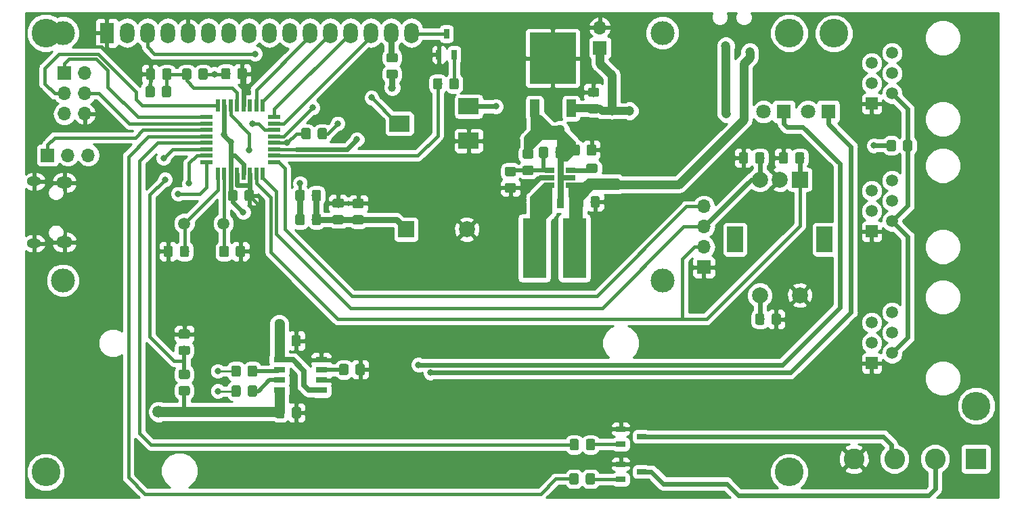
<source format=gbr>
G04 #@! TF.GenerationSoftware,KiCad,Pcbnew,(5.0.1)-3*
G04 #@! TF.CreationDate,2019-05-30T14:31:15+02:00*
G04 #@! TF.ProjectId,SudTempControl,53756454656D70436F6E74726F6C2E6B,rev?*
G04 #@! TF.SameCoordinates,Original*
G04 #@! TF.FileFunction,Copper,L2,Bot,Signal*
G04 #@! TF.FilePolarity,Positive*
%FSLAX46Y46*%
G04 Gerber Fmt 4.6, Leading zero omitted, Abs format (unit mm)*
G04 Created by KiCad (PCBNEW (5.0.1)-3) date 30.05.2019 14:31:15*
%MOMM*%
%LPD*%
G01*
G04 APERTURE LIST*
G04 #@! TA.AperFunction,ComponentPad*
%ADD10R,1.700000X1.700000*%
G04 #@! TD*
G04 #@! TA.AperFunction,ComponentPad*
%ADD11O,1.700000X1.700000*%
G04 #@! TD*
G04 #@! TA.AperFunction,ComponentPad*
%ADD12C,3.000000*%
G04 #@! TD*
G04 #@! TA.AperFunction,ComponentPad*
%ADD13O,1.800000X2.600000*%
G04 #@! TD*
G04 #@! TA.AperFunction,ComponentPad*
%ADD14R,1.800000X2.600000*%
G04 #@! TD*
G04 #@! TA.AperFunction,Conductor*
%ADD15C,0.100000*%
G04 #@! TD*
G04 #@! TA.AperFunction,SMDPad,CuDef*
%ADD16C,1.150000*%
G04 #@! TD*
G04 #@! TA.AperFunction,SMDPad,CuDef*
%ADD17R,1.200000X2.200000*%
G04 #@! TD*
G04 #@! TA.AperFunction,SMDPad,CuDef*
%ADD18R,5.800000X6.400000*%
G04 #@! TD*
G04 #@! TA.AperFunction,SMDPad,CuDef*
%ADD19R,1.600000X0.550000*%
G04 #@! TD*
G04 #@! TA.AperFunction,SMDPad,CuDef*
%ADD20R,0.550000X1.600000*%
G04 #@! TD*
G04 #@! TA.AperFunction,ComponentPad*
%ADD21C,2.600000*%
G04 #@! TD*
G04 #@! TA.AperFunction,ComponentPad*
%ADD22R,2.600000X2.600000*%
G04 #@! TD*
G04 #@! TA.AperFunction,SMDPad,CuDef*
%ADD23R,1.220000X0.650000*%
G04 #@! TD*
G04 #@! TA.AperFunction,ComponentPad*
%ADD24C,2.000000*%
G04 #@! TD*
G04 #@! TA.AperFunction,ComponentPad*
%ADD25R,2.000000X2.000000*%
G04 #@! TD*
G04 #@! TA.AperFunction,ComponentPad*
%ADD26R,1.520000X1.520000*%
G04 #@! TD*
G04 #@! TA.AperFunction,ComponentPad*
%ADD27C,1.520000*%
G04 #@! TD*
G04 #@! TA.AperFunction,SMDPad,CuDef*
%ADD28R,3.000000X7.500000*%
G04 #@! TD*
G04 #@! TA.AperFunction,SMDPad,CuDef*
%ADD29R,0.900000X1.200000*%
G04 #@! TD*
G04 #@! TA.AperFunction,ComponentPad*
%ADD30O,1.800000X1.150000*%
G04 #@! TD*
G04 #@! TA.AperFunction,ComponentPad*
%ADD31O,2.000000X1.450000*%
G04 #@! TD*
G04 #@! TA.AperFunction,ComponentPad*
%ADD32C,1.500000*%
G04 #@! TD*
G04 #@! TA.AperFunction,ComponentPad*
%ADD33C,1.800000*%
G04 #@! TD*
G04 #@! TA.AperFunction,ComponentPad*
%ADD34R,1.800000X1.800000*%
G04 #@! TD*
G04 #@! TA.AperFunction,SMDPad,CuDef*
%ADD35R,1.450000X0.800000*%
G04 #@! TD*
G04 #@! TA.AperFunction,SMDPad,CuDef*
%ADD36R,0.650000X1.220000*%
G04 #@! TD*
G04 #@! TA.AperFunction,SMDPad,CuDef*
%ADD37R,2.500000X2.000000*%
G04 #@! TD*
G04 #@! TA.AperFunction,ComponentPad*
%ADD38R,2.000000X3.200000*%
G04 #@! TD*
G04 #@! TA.AperFunction,ViaPad*
%ADD39C,3.600000*%
G04 #@! TD*
G04 #@! TA.AperFunction,ViaPad*
%ADD40C,1.100000*%
G04 #@! TD*
G04 #@! TA.AperFunction,ViaPad*
%ADD41C,0.800000*%
G04 #@! TD*
G04 #@! TA.AperFunction,ViaPad*
%ADD42C,1.300000*%
G04 #@! TD*
G04 #@! TA.AperFunction,ViaPad*
%ADD43C,1.000000*%
G04 #@! TD*
G04 #@! TA.AperFunction,ViaPad*
%ADD44C,1.500000*%
G04 #@! TD*
G04 #@! TA.AperFunction,ViaPad*
%ADD45C,1.200000*%
G04 #@! TD*
G04 #@! TA.AperFunction,Conductor*
%ADD46C,0.400000*%
G04 #@! TD*
G04 #@! TA.AperFunction,Conductor*
%ADD47C,0.600000*%
G04 #@! TD*
G04 #@! TA.AperFunction,Conductor*
%ADD48C,0.650000*%
G04 #@! TD*
G04 #@! TA.AperFunction,Conductor*
%ADD49C,0.500000*%
G04 #@! TD*
G04 #@! TA.AperFunction,Conductor*
%ADD50C,0.750000*%
G04 #@! TD*
G04 #@! TA.AperFunction,Conductor*
%ADD51C,0.700000*%
G04 #@! TD*
G04 #@! TA.AperFunction,Conductor*
%ADD52C,1.000000*%
G04 #@! TD*
G04 #@! TA.AperFunction,Conductor*
%ADD53C,0.250000*%
G04 #@! TD*
G04 #@! TA.AperFunction,Conductor*
%ADD54C,1.300000*%
G04 #@! TD*
G04 #@! TA.AperFunction,Conductor*
%ADD55C,1.100000*%
G04 #@! TD*
G04 #@! TA.AperFunction,Conductor*
%ADD56C,0.254000*%
G04 #@! TD*
G04 APERTURE END LIST*
D10*
G04 #@! TO.P,J3,1*
G04 #@! TO.N,+12V*
X181000000Y-76500000D03*
D11*
G04 #@! TO.P,J3,2*
G04 #@! TO.N,GND*
X181000000Y-73960000D03*
G04 #@! TD*
D10*
G04 #@! TO.P,J6,1*
G04 #@! TO.N,Net-(J6-Pad1)*
X111900000Y-89950000D03*
D11*
G04 #@! TO.P,J6,2*
G04 #@! TO.N,Net-(J6-Pad2)*
X114440000Y-89950000D03*
G04 #@! TO.P,J6,3*
G04 #@! TO.N,Net-(J6-Pad3)*
X116980000Y-89950000D03*
G04 #@! TD*
D12*
G04 #@! TO.P,U2,*
G04 #@! TO.N,*
X188801001Y-74640601D03*
X188800481Y-105641301D03*
X113801901Y-105641301D03*
X113801901Y-74640601D03*
D13*
G04 #@! TO.P,U2,16*
G04 #@! TO.N,Net-(T1-Pad3)*
X157401001Y-74640601D03*
G04 #@! TO.P,U2,15*
G04 #@! TO.N,Net-(R4-Pad2)*
X154861001Y-74640601D03*
G04 #@! TO.P,U2,14*
G04 #@! TO.N,Net-(U1-Pad26)*
X152321001Y-74640601D03*
G04 #@! TO.P,U2,13*
G04 #@! TO.N,Net-(U1-Pad25)*
X149781001Y-74640601D03*
G04 #@! TO.P,U2,12*
G04 #@! TO.N,Net-(U1-Pad24)*
X147241001Y-74640601D03*
G04 #@! TO.P,U2,11*
G04 #@! TO.N,Net-(U1-Pad23)*
X144701001Y-74640601D03*
G04 #@! TO.P,U2,10*
G04 #@! TO.N,Net-(U2-Pad10)*
X142161001Y-74640601D03*
G04 #@! TO.P,U2,9*
G04 #@! TO.N,Net-(U2-Pad9)*
X139621001Y-74640601D03*
G04 #@! TO.P,U2,8*
G04 #@! TO.N,Net-(U2-Pad8)*
X137081001Y-74640601D03*
G04 #@! TO.P,U2,7*
G04 #@! TO.N,Net-(U2-Pad7)*
X134541001Y-74640601D03*
G04 #@! TO.P,U2,6*
G04 #@! TO.N,Net-(U1-Pad28)*
X132001001Y-74640601D03*
G04 #@! TO.P,U2,5*
G04 #@! TO.N,GND*
X129461001Y-74640601D03*
G04 #@! TO.P,U2,4*
G04 #@! TO.N,Net-(U1-Pad27)*
X126921001Y-74640601D03*
G04 #@! TO.P,U2,3*
G04 #@! TO.N,Net-(P1-Pad2)*
X124381001Y-74640601D03*
G04 #@! TO.P,U2,2*
G04 #@! TO.N,+5V*
X121841001Y-74640601D03*
D14*
G04 #@! TO.P,U2,1*
G04 #@! TO.N,GND*
X119301001Y-74640601D03*
G04 #@! TD*
D15*
G04 #@! TO.N,GND*
G04 #@! TO.C,C18*
G36*
X180674505Y-81501204D02*
X180698773Y-81504804D01*
X180722572Y-81510765D01*
X180745671Y-81519030D01*
X180767850Y-81529520D01*
X180788893Y-81542132D01*
X180808599Y-81556747D01*
X180826777Y-81573223D01*
X180843253Y-81591401D01*
X180857868Y-81611107D01*
X180870480Y-81632150D01*
X180880970Y-81654329D01*
X180889235Y-81677428D01*
X180895196Y-81701227D01*
X180898796Y-81725495D01*
X180900000Y-81749999D01*
X180900000Y-82400001D01*
X180898796Y-82424505D01*
X180895196Y-82448773D01*
X180889235Y-82472572D01*
X180880970Y-82495671D01*
X180870480Y-82517850D01*
X180857868Y-82538893D01*
X180843253Y-82558599D01*
X180826777Y-82576777D01*
X180808599Y-82593253D01*
X180788893Y-82607868D01*
X180767850Y-82620480D01*
X180745671Y-82630970D01*
X180722572Y-82639235D01*
X180698773Y-82645196D01*
X180674505Y-82648796D01*
X180650001Y-82650000D01*
X179749999Y-82650000D01*
X179725495Y-82648796D01*
X179701227Y-82645196D01*
X179677428Y-82639235D01*
X179654329Y-82630970D01*
X179632150Y-82620480D01*
X179611107Y-82607868D01*
X179591401Y-82593253D01*
X179573223Y-82576777D01*
X179556747Y-82558599D01*
X179542132Y-82538893D01*
X179529520Y-82517850D01*
X179519030Y-82495671D01*
X179510765Y-82472572D01*
X179504804Y-82448773D01*
X179501204Y-82424505D01*
X179500000Y-82400001D01*
X179500000Y-81749999D01*
X179501204Y-81725495D01*
X179504804Y-81701227D01*
X179510765Y-81677428D01*
X179519030Y-81654329D01*
X179529520Y-81632150D01*
X179542132Y-81611107D01*
X179556747Y-81591401D01*
X179573223Y-81573223D01*
X179591401Y-81556747D01*
X179611107Y-81542132D01*
X179632150Y-81529520D01*
X179654329Y-81519030D01*
X179677428Y-81510765D01*
X179701227Y-81504804D01*
X179725495Y-81501204D01*
X179749999Y-81500000D01*
X180650001Y-81500000D01*
X180674505Y-81501204D01*
X180674505Y-81501204D01*
G37*
D16*
G04 #@! TD*
G04 #@! TO.P,C18,1*
G04 #@! TO.N,GND*
X180200000Y-82075000D03*
D15*
G04 #@! TO.N,+12V*
G04 #@! TO.C,C18*
G36*
X180674505Y-83551204D02*
X180698773Y-83554804D01*
X180722572Y-83560765D01*
X180745671Y-83569030D01*
X180767850Y-83579520D01*
X180788893Y-83592132D01*
X180808599Y-83606747D01*
X180826777Y-83623223D01*
X180843253Y-83641401D01*
X180857868Y-83661107D01*
X180870480Y-83682150D01*
X180880970Y-83704329D01*
X180889235Y-83727428D01*
X180895196Y-83751227D01*
X180898796Y-83775495D01*
X180900000Y-83799999D01*
X180900000Y-84450001D01*
X180898796Y-84474505D01*
X180895196Y-84498773D01*
X180889235Y-84522572D01*
X180880970Y-84545671D01*
X180870480Y-84567850D01*
X180857868Y-84588893D01*
X180843253Y-84608599D01*
X180826777Y-84626777D01*
X180808599Y-84643253D01*
X180788893Y-84657868D01*
X180767850Y-84670480D01*
X180745671Y-84680970D01*
X180722572Y-84689235D01*
X180698773Y-84695196D01*
X180674505Y-84698796D01*
X180650001Y-84700000D01*
X179749999Y-84700000D01*
X179725495Y-84698796D01*
X179701227Y-84695196D01*
X179677428Y-84689235D01*
X179654329Y-84680970D01*
X179632150Y-84670480D01*
X179611107Y-84657868D01*
X179591401Y-84643253D01*
X179573223Y-84626777D01*
X179556747Y-84608599D01*
X179542132Y-84588893D01*
X179529520Y-84567850D01*
X179519030Y-84545671D01*
X179510765Y-84522572D01*
X179504804Y-84498773D01*
X179501204Y-84474505D01*
X179500000Y-84450001D01*
X179500000Y-83799999D01*
X179501204Y-83775495D01*
X179504804Y-83751227D01*
X179510765Y-83727428D01*
X179519030Y-83704329D01*
X179529520Y-83682150D01*
X179542132Y-83661107D01*
X179556747Y-83641401D01*
X179573223Y-83623223D01*
X179591401Y-83606747D01*
X179611107Y-83592132D01*
X179632150Y-83579520D01*
X179654329Y-83569030D01*
X179677428Y-83560765D01*
X179701227Y-83554804D01*
X179725495Y-83551204D01*
X179749999Y-83550000D01*
X180650001Y-83550000D01*
X180674505Y-83551204D01*
X180674505Y-83551204D01*
G37*
D16*
G04 #@! TD*
G04 #@! TO.P,C18,2*
G04 #@! TO.N,+12V*
X180200000Y-84125000D03*
D17*
G04 #@! TO.P,U8,1*
G04 #@! TO.N,+12V*
X177380000Y-84100000D03*
G04 #@! TO.P,U8,3*
G04 #@! TO.N,+5V*
X172820000Y-84100000D03*
D18*
G04 #@! TO.P,U8,2*
G04 #@! TO.N,GND*
X175100000Y-77800000D03*
G04 #@! TD*
D19*
G04 #@! TO.P,U1,32*
G04 #@! TO.N,Net-(C7-Pad2)*
X140250000Y-90800000D03*
G04 #@! TO.P,U1,31*
G04 #@! TO.N,Net-(R5-Pad2)*
X140250000Y-90000000D03*
G04 #@! TO.P,U1,30*
G04 #@! TO.N,Net-(R9-Pad2)*
X140250000Y-89200000D03*
G04 #@! TO.P,U1,29*
G04 #@! TO.N,Net-(J1-Pad5)*
X140250000Y-88400000D03*
G04 #@! TO.P,U1,28*
G04 #@! TO.N,Net-(U1-Pad28)*
X140250000Y-87600000D03*
G04 #@! TO.P,U1,27*
G04 #@! TO.N,Net-(U1-Pad27)*
X140250000Y-86800000D03*
G04 #@! TO.P,U1,26*
G04 #@! TO.N,Net-(U1-Pad26)*
X140250000Y-86000000D03*
G04 #@! TO.P,U1,25*
G04 #@! TO.N,Net-(U1-Pad25)*
X140250000Y-85200000D03*
D20*
G04 #@! TO.P,U1,24*
G04 #@! TO.N,Net-(U1-Pad24)*
X138800000Y-83750000D03*
G04 #@! TO.P,U1,23*
G04 #@! TO.N,Net-(U1-Pad23)*
X138000000Y-83750000D03*
G04 #@! TO.P,U1,22*
G04 #@! TO.N,Net-(U1-Pad22)*
X137200000Y-83750000D03*
G04 #@! TO.P,U1,21*
G04 #@! TO.N,GND*
X136400000Y-83750000D03*
G04 #@! TO.P,U1,20*
G04 #@! TO.N,Net-(C17-Pad1)*
X135600000Y-83750000D03*
G04 #@! TO.P,U1,19*
G04 #@! TO.N,Net-(R16-Pad2)*
X134800000Y-83750000D03*
G04 #@! TO.P,U1,18*
G04 #@! TO.N,+5V*
X134000000Y-83750000D03*
G04 #@! TO.P,U1,17*
G04 #@! TO.N,Net-(J1-Pad3)*
X133200000Y-83750000D03*
D19*
G04 #@! TO.P,U1,16*
G04 #@! TO.N,Net-(J1-Pad1)*
X131750000Y-85200000D03*
G04 #@! TO.P,U1,15*
G04 #@! TO.N,Net-(J1-Pad4)*
X131750000Y-86000000D03*
G04 #@! TO.P,U1,14*
G04 #@! TO.N,Net-(J6-Pad1)*
X131750000Y-86800000D03*
G04 #@! TO.P,U1,13*
G04 #@! TO.N,Net-(R13-Pad2)*
X131750000Y-87600000D03*
G04 #@! TO.P,U1,12*
G04 #@! TO.N,Net-(R12-Pad2)*
X131750000Y-88400000D03*
G04 #@! TO.P,U1,11*
G04 #@! TO.N,Net-(J6-Pad3)*
X131750000Y-89200000D03*
G04 #@! TO.P,U1,10*
G04 #@! TO.N,Net-(C8-Pad1)*
X131750000Y-90000000D03*
G04 #@! TO.P,U1,9*
G04 #@! TO.N,Net-(J6-Pad2)*
X131750000Y-90800000D03*
D20*
G04 #@! TO.P,U1,8*
G04 #@! TO.N,Net-(C6-Pad1)*
X133200000Y-92250000D03*
G04 #@! TO.P,U1,7*
G04 #@! TO.N,Net-(C5-Pad2)*
X134000000Y-92250000D03*
G04 #@! TO.P,U1,6*
G04 #@! TO.N,+5V*
X134800000Y-92250000D03*
G04 #@! TO.P,U1,5*
G04 #@! TO.N,GND*
X135600000Y-92250000D03*
G04 #@! TO.P,U1,4*
G04 #@! TO.N,+5V*
X136400000Y-92250000D03*
G04 #@! TO.P,U1,3*
G04 #@! TO.N,GND*
X137200000Y-92250000D03*
G04 #@! TO.P,U1,2*
G04 #@! TO.N,Net-(C2-Pad2)*
X138000000Y-92250000D03*
G04 #@! TO.P,U1,1*
G04 #@! TO.N,Net-(C4-Pad2)*
X138800000Y-92250000D03*
G04 #@! TD*
D15*
G04 #@! TO.N,Net-(C17-Pad1)*
G04 #@! TO.C,C17*
G36*
X127124505Y-81301204D02*
X127148773Y-81304804D01*
X127172572Y-81310765D01*
X127195671Y-81319030D01*
X127217850Y-81329520D01*
X127238893Y-81342132D01*
X127258599Y-81356747D01*
X127276777Y-81373223D01*
X127293253Y-81391401D01*
X127307868Y-81411107D01*
X127320480Y-81432150D01*
X127330970Y-81454329D01*
X127339235Y-81477428D01*
X127345196Y-81501227D01*
X127348796Y-81525495D01*
X127350000Y-81549999D01*
X127350000Y-82450001D01*
X127348796Y-82474505D01*
X127345196Y-82498773D01*
X127339235Y-82522572D01*
X127330970Y-82545671D01*
X127320480Y-82567850D01*
X127307868Y-82588893D01*
X127293253Y-82608599D01*
X127276777Y-82626777D01*
X127258599Y-82643253D01*
X127238893Y-82657868D01*
X127217850Y-82670480D01*
X127195671Y-82680970D01*
X127172572Y-82689235D01*
X127148773Y-82695196D01*
X127124505Y-82698796D01*
X127100001Y-82700000D01*
X126449999Y-82700000D01*
X126425495Y-82698796D01*
X126401227Y-82695196D01*
X126377428Y-82689235D01*
X126354329Y-82680970D01*
X126332150Y-82670480D01*
X126311107Y-82657868D01*
X126291401Y-82643253D01*
X126273223Y-82626777D01*
X126256747Y-82608599D01*
X126242132Y-82588893D01*
X126229520Y-82567850D01*
X126219030Y-82545671D01*
X126210765Y-82522572D01*
X126204804Y-82498773D01*
X126201204Y-82474505D01*
X126200000Y-82450001D01*
X126200000Y-81549999D01*
X126201204Y-81525495D01*
X126204804Y-81501227D01*
X126210765Y-81477428D01*
X126219030Y-81454329D01*
X126229520Y-81432150D01*
X126242132Y-81411107D01*
X126256747Y-81391401D01*
X126273223Y-81373223D01*
X126291401Y-81356747D01*
X126311107Y-81342132D01*
X126332150Y-81329520D01*
X126354329Y-81319030D01*
X126377428Y-81310765D01*
X126401227Y-81304804D01*
X126425495Y-81301204D01*
X126449999Y-81300000D01*
X127100001Y-81300000D01*
X127124505Y-81301204D01*
X127124505Y-81301204D01*
G37*
D16*
G04 #@! TD*
G04 #@! TO.P,C17,1*
G04 #@! TO.N,Net-(C17-Pad1)*
X126775000Y-82000000D03*
D15*
G04 #@! TO.N,GND*
G04 #@! TO.C,C17*
G36*
X125074505Y-81301204D02*
X125098773Y-81304804D01*
X125122572Y-81310765D01*
X125145671Y-81319030D01*
X125167850Y-81329520D01*
X125188893Y-81342132D01*
X125208599Y-81356747D01*
X125226777Y-81373223D01*
X125243253Y-81391401D01*
X125257868Y-81411107D01*
X125270480Y-81432150D01*
X125280970Y-81454329D01*
X125289235Y-81477428D01*
X125295196Y-81501227D01*
X125298796Y-81525495D01*
X125300000Y-81549999D01*
X125300000Y-82450001D01*
X125298796Y-82474505D01*
X125295196Y-82498773D01*
X125289235Y-82522572D01*
X125280970Y-82545671D01*
X125270480Y-82567850D01*
X125257868Y-82588893D01*
X125243253Y-82608599D01*
X125226777Y-82626777D01*
X125208599Y-82643253D01*
X125188893Y-82657868D01*
X125167850Y-82670480D01*
X125145671Y-82680970D01*
X125122572Y-82689235D01*
X125098773Y-82695196D01*
X125074505Y-82698796D01*
X125050001Y-82700000D01*
X124399999Y-82700000D01*
X124375495Y-82698796D01*
X124351227Y-82695196D01*
X124327428Y-82689235D01*
X124304329Y-82680970D01*
X124282150Y-82670480D01*
X124261107Y-82657868D01*
X124241401Y-82643253D01*
X124223223Y-82626777D01*
X124206747Y-82608599D01*
X124192132Y-82588893D01*
X124179520Y-82567850D01*
X124169030Y-82545671D01*
X124160765Y-82522572D01*
X124154804Y-82498773D01*
X124151204Y-82474505D01*
X124150000Y-82450001D01*
X124150000Y-81549999D01*
X124151204Y-81525495D01*
X124154804Y-81501227D01*
X124160765Y-81477428D01*
X124169030Y-81454329D01*
X124179520Y-81432150D01*
X124192132Y-81411107D01*
X124206747Y-81391401D01*
X124223223Y-81373223D01*
X124241401Y-81356747D01*
X124261107Y-81342132D01*
X124282150Y-81329520D01*
X124304329Y-81319030D01*
X124327428Y-81310765D01*
X124351227Y-81304804D01*
X124375495Y-81301204D01*
X124399999Y-81300000D01*
X125050001Y-81300000D01*
X125074505Y-81301204D01*
X125074505Y-81301204D01*
G37*
D16*
G04 #@! TD*
G04 #@! TO.P,C17,2*
G04 #@! TO.N,GND*
X124725000Y-82000000D03*
D15*
G04 #@! TO.N,Net-(C17-Pad1)*
G04 #@! TO.C,R15*
G36*
X127174505Y-79101204D02*
X127198773Y-79104804D01*
X127222572Y-79110765D01*
X127245671Y-79119030D01*
X127267850Y-79129520D01*
X127288893Y-79142132D01*
X127308599Y-79156747D01*
X127326777Y-79173223D01*
X127343253Y-79191401D01*
X127357868Y-79211107D01*
X127370480Y-79232150D01*
X127380970Y-79254329D01*
X127389235Y-79277428D01*
X127395196Y-79301227D01*
X127398796Y-79325495D01*
X127400000Y-79349999D01*
X127400000Y-80250001D01*
X127398796Y-80274505D01*
X127395196Y-80298773D01*
X127389235Y-80322572D01*
X127380970Y-80345671D01*
X127370480Y-80367850D01*
X127357868Y-80388893D01*
X127343253Y-80408599D01*
X127326777Y-80426777D01*
X127308599Y-80443253D01*
X127288893Y-80457868D01*
X127267850Y-80470480D01*
X127245671Y-80480970D01*
X127222572Y-80489235D01*
X127198773Y-80495196D01*
X127174505Y-80498796D01*
X127150001Y-80500000D01*
X126499999Y-80500000D01*
X126475495Y-80498796D01*
X126451227Y-80495196D01*
X126427428Y-80489235D01*
X126404329Y-80480970D01*
X126382150Y-80470480D01*
X126361107Y-80457868D01*
X126341401Y-80443253D01*
X126323223Y-80426777D01*
X126306747Y-80408599D01*
X126292132Y-80388893D01*
X126279520Y-80367850D01*
X126269030Y-80345671D01*
X126260765Y-80322572D01*
X126254804Y-80298773D01*
X126251204Y-80274505D01*
X126250000Y-80250001D01*
X126250000Y-79349999D01*
X126251204Y-79325495D01*
X126254804Y-79301227D01*
X126260765Y-79277428D01*
X126269030Y-79254329D01*
X126279520Y-79232150D01*
X126292132Y-79211107D01*
X126306747Y-79191401D01*
X126323223Y-79173223D01*
X126341401Y-79156747D01*
X126361107Y-79142132D01*
X126382150Y-79129520D01*
X126404329Y-79119030D01*
X126427428Y-79110765D01*
X126451227Y-79104804D01*
X126475495Y-79101204D01*
X126499999Y-79100000D01*
X127150001Y-79100000D01*
X127174505Y-79101204D01*
X127174505Y-79101204D01*
G37*
D16*
G04 #@! TD*
G04 #@! TO.P,R15,1*
G04 #@! TO.N,Net-(C17-Pad1)*
X126825000Y-79800000D03*
D15*
G04 #@! TO.N,GND*
G04 #@! TO.C,R15*
G36*
X125124505Y-79101204D02*
X125148773Y-79104804D01*
X125172572Y-79110765D01*
X125195671Y-79119030D01*
X125217850Y-79129520D01*
X125238893Y-79142132D01*
X125258599Y-79156747D01*
X125276777Y-79173223D01*
X125293253Y-79191401D01*
X125307868Y-79211107D01*
X125320480Y-79232150D01*
X125330970Y-79254329D01*
X125339235Y-79277428D01*
X125345196Y-79301227D01*
X125348796Y-79325495D01*
X125350000Y-79349999D01*
X125350000Y-80250001D01*
X125348796Y-80274505D01*
X125345196Y-80298773D01*
X125339235Y-80322572D01*
X125330970Y-80345671D01*
X125320480Y-80367850D01*
X125307868Y-80388893D01*
X125293253Y-80408599D01*
X125276777Y-80426777D01*
X125258599Y-80443253D01*
X125238893Y-80457868D01*
X125217850Y-80470480D01*
X125195671Y-80480970D01*
X125172572Y-80489235D01*
X125148773Y-80495196D01*
X125124505Y-80498796D01*
X125100001Y-80500000D01*
X124449999Y-80500000D01*
X124425495Y-80498796D01*
X124401227Y-80495196D01*
X124377428Y-80489235D01*
X124354329Y-80480970D01*
X124332150Y-80470480D01*
X124311107Y-80457868D01*
X124291401Y-80443253D01*
X124273223Y-80426777D01*
X124256747Y-80408599D01*
X124242132Y-80388893D01*
X124229520Y-80367850D01*
X124219030Y-80345671D01*
X124210765Y-80322572D01*
X124204804Y-80298773D01*
X124201204Y-80274505D01*
X124200000Y-80250001D01*
X124200000Y-79349999D01*
X124201204Y-79325495D01*
X124204804Y-79301227D01*
X124210765Y-79277428D01*
X124219030Y-79254329D01*
X124229520Y-79232150D01*
X124242132Y-79211107D01*
X124256747Y-79191401D01*
X124273223Y-79173223D01*
X124291401Y-79156747D01*
X124311107Y-79142132D01*
X124332150Y-79129520D01*
X124354329Y-79119030D01*
X124377428Y-79110765D01*
X124401227Y-79104804D01*
X124425495Y-79101204D01*
X124449999Y-79100000D01*
X125100001Y-79100000D01*
X125124505Y-79101204D01*
X125124505Y-79101204D01*
G37*
D16*
G04 #@! TD*
G04 #@! TO.P,R15,2*
G04 #@! TO.N,GND*
X124775000Y-79800000D03*
D15*
G04 #@! TO.N,Net-(R16-Pad2)*
G04 #@! TO.C,R16*
G36*
X129474505Y-116826204D02*
X129498773Y-116829804D01*
X129522572Y-116835765D01*
X129545671Y-116844030D01*
X129567850Y-116854520D01*
X129588893Y-116867132D01*
X129608599Y-116881747D01*
X129626777Y-116898223D01*
X129643253Y-116916401D01*
X129657868Y-116936107D01*
X129670480Y-116957150D01*
X129680970Y-116979329D01*
X129689235Y-117002428D01*
X129695196Y-117026227D01*
X129698796Y-117050495D01*
X129700000Y-117074999D01*
X129700000Y-117725001D01*
X129698796Y-117749505D01*
X129695196Y-117773773D01*
X129689235Y-117797572D01*
X129680970Y-117820671D01*
X129670480Y-117842850D01*
X129657868Y-117863893D01*
X129643253Y-117883599D01*
X129626777Y-117901777D01*
X129608599Y-117918253D01*
X129588893Y-117932868D01*
X129567850Y-117945480D01*
X129545671Y-117955970D01*
X129522572Y-117964235D01*
X129498773Y-117970196D01*
X129474505Y-117973796D01*
X129450001Y-117975000D01*
X128549999Y-117975000D01*
X128525495Y-117973796D01*
X128501227Y-117970196D01*
X128477428Y-117964235D01*
X128454329Y-117955970D01*
X128432150Y-117945480D01*
X128411107Y-117932868D01*
X128391401Y-117918253D01*
X128373223Y-117901777D01*
X128356747Y-117883599D01*
X128342132Y-117863893D01*
X128329520Y-117842850D01*
X128319030Y-117820671D01*
X128310765Y-117797572D01*
X128304804Y-117773773D01*
X128301204Y-117749505D01*
X128300000Y-117725001D01*
X128300000Y-117074999D01*
X128301204Y-117050495D01*
X128304804Y-117026227D01*
X128310765Y-117002428D01*
X128319030Y-116979329D01*
X128329520Y-116957150D01*
X128342132Y-116936107D01*
X128356747Y-116916401D01*
X128373223Y-116898223D01*
X128391401Y-116881747D01*
X128411107Y-116867132D01*
X128432150Y-116854520D01*
X128454329Y-116844030D01*
X128477428Y-116835765D01*
X128501227Y-116829804D01*
X128525495Y-116826204D01*
X128549999Y-116825000D01*
X129450001Y-116825000D01*
X129474505Y-116826204D01*
X129474505Y-116826204D01*
G37*
D16*
G04 #@! TD*
G04 #@! TO.P,R16,2*
G04 #@! TO.N,Net-(R16-Pad2)*
X129000000Y-117400000D03*
D15*
G04 #@! TO.N,+BATT*
G04 #@! TO.C,R16*
G36*
X129474505Y-118876204D02*
X129498773Y-118879804D01*
X129522572Y-118885765D01*
X129545671Y-118894030D01*
X129567850Y-118904520D01*
X129588893Y-118917132D01*
X129608599Y-118931747D01*
X129626777Y-118948223D01*
X129643253Y-118966401D01*
X129657868Y-118986107D01*
X129670480Y-119007150D01*
X129680970Y-119029329D01*
X129689235Y-119052428D01*
X129695196Y-119076227D01*
X129698796Y-119100495D01*
X129700000Y-119124999D01*
X129700000Y-119775001D01*
X129698796Y-119799505D01*
X129695196Y-119823773D01*
X129689235Y-119847572D01*
X129680970Y-119870671D01*
X129670480Y-119892850D01*
X129657868Y-119913893D01*
X129643253Y-119933599D01*
X129626777Y-119951777D01*
X129608599Y-119968253D01*
X129588893Y-119982868D01*
X129567850Y-119995480D01*
X129545671Y-120005970D01*
X129522572Y-120014235D01*
X129498773Y-120020196D01*
X129474505Y-120023796D01*
X129450001Y-120025000D01*
X128549999Y-120025000D01*
X128525495Y-120023796D01*
X128501227Y-120020196D01*
X128477428Y-120014235D01*
X128454329Y-120005970D01*
X128432150Y-119995480D01*
X128411107Y-119982868D01*
X128391401Y-119968253D01*
X128373223Y-119951777D01*
X128356747Y-119933599D01*
X128342132Y-119913893D01*
X128329520Y-119892850D01*
X128319030Y-119870671D01*
X128310765Y-119847572D01*
X128304804Y-119823773D01*
X128301204Y-119799505D01*
X128300000Y-119775001D01*
X128300000Y-119124999D01*
X128301204Y-119100495D01*
X128304804Y-119076227D01*
X128310765Y-119052428D01*
X128319030Y-119029329D01*
X128329520Y-119007150D01*
X128342132Y-118986107D01*
X128356747Y-118966401D01*
X128373223Y-118948223D01*
X128391401Y-118931747D01*
X128411107Y-118917132D01*
X128432150Y-118904520D01*
X128454329Y-118894030D01*
X128477428Y-118885765D01*
X128501227Y-118879804D01*
X128525495Y-118876204D01*
X128549999Y-118875000D01*
X129450001Y-118875000D01*
X129474505Y-118876204D01*
X129474505Y-118876204D01*
G37*
D16*
G04 #@! TD*
G04 #@! TO.P,R16,1*
G04 #@! TO.N,+BATT*
X129000000Y-119450000D03*
D15*
G04 #@! TO.N,Net-(R16-Pad2)*
G04 #@! TO.C,R17*
G36*
X129474505Y-113826204D02*
X129498773Y-113829804D01*
X129522572Y-113835765D01*
X129545671Y-113844030D01*
X129567850Y-113854520D01*
X129588893Y-113867132D01*
X129608599Y-113881747D01*
X129626777Y-113898223D01*
X129643253Y-113916401D01*
X129657868Y-113936107D01*
X129670480Y-113957150D01*
X129680970Y-113979329D01*
X129689235Y-114002428D01*
X129695196Y-114026227D01*
X129698796Y-114050495D01*
X129700000Y-114074999D01*
X129700000Y-114725001D01*
X129698796Y-114749505D01*
X129695196Y-114773773D01*
X129689235Y-114797572D01*
X129680970Y-114820671D01*
X129670480Y-114842850D01*
X129657868Y-114863893D01*
X129643253Y-114883599D01*
X129626777Y-114901777D01*
X129608599Y-114918253D01*
X129588893Y-114932868D01*
X129567850Y-114945480D01*
X129545671Y-114955970D01*
X129522572Y-114964235D01*
X129498773Y-114970196D01*
X129474505Y-114973796D01*
X129450001Y-114975000D01*
X128549999Y-114975000D01*
X128525495Y-114973796D01*
X128501227Y-114970196D01*
X128477428Y-114964235D01*
X128454329Y-114955970D01*
X128432150Y-114945480D01*
X128411107Y-114932868D01*
X128391401Y-114918253D01*
X128373223Y-114901777D01*
X128356747Y-114883599D01*
X128342132Y-114863893D01*
X128329520Y-114842850D01*
X128319030Y-114820671D01*
X128310765Y-114797572D01*
X128304804Y-114773773D01*
X128301204Y-114749505D01*
X128300000Y-114725001D01*
X128300000Y-114074999D01*
X128301204Y-114050495D01*
X128304804Y-114026227D01*
X128310765Y-114002428D01*
X128319030Y-113979329D01*
X128329520Y-113957150D01*
X128342132Y-113936107D01*
X128356747Y-113916401D01*
X128373223Y-113898223D01*
X128391401Y-113881747D01*
X128411107Y-113867132D01*
X128432150Y-113854520D01*
X128454329Y-113844030D01*
X128477428Y-113835765D01*
X128501227Y-113829804D01*
X128525495Y-113826204D01*
X128549999Y-113825000D01*
X129450001Y-113825000D01*
X129474505Y-113826204D01*
X129474505Y-113826204D01*
G37*
D16*
G04 #@! TD*
G04 #@! TO.P,R17,1*
G04 #@! TO.N,Net-(R16-Pad2)*
X129000000Y-114400000D03*
D15*
G04 #@! TO.N,GND*
G04 #@! TO.C,R17*
G36*
X129474505Y-111776204D02*
X129498773Y-111779804D01*
X129522572Y-111785765D01*
X129545671Y-111794030D01*
X129567850Y-111804520D01*
X129588893Y-111817132D01*
X129608599Y-111831747D01*
X129626777Y-111848223D01*
X129643253Y-111866401D01*
X129657868Y-111886107D01*
X129670480Y-111907150D01*
X129680970Y-111929329D01*
X129689235Y-111952428D01*
X129695196Y-111976227D01*
X129698796Y-112000495D01*
X129700000Y-112024999D01*
X129700000Y-112675001D01*
X129698796Y-112699505D01*
X129695196Y-112723773D01*
X129689235Y-112747572D01*
X129680970Y-112770671D01*
X129670480Y-112792850D01*
X129657868Y-112813893D01*
X129643253Y-112833599D01*
X129626777Y-112851777D01*
X129608599Y-112868253D01*
X129588893Y-112882868D01*
X129567850Y-112895480D01*
X129545671Y-112905970D01*
X129522572Y-112914235D01*
X129498773Y-112920196D01*
X129474505Y-112923796D01*
X129450001Y-112925000D01*
X128549999Y-112925000D01*
X128525495Y-112923796D01*
X128501227Y-112920196D01*
X128477428Y-112914235D01*
X128454329Y-112905970D01*
X128432150Y-112895480D01*
X128411107Y-112882868D01*
X128391401Y-112868253D01*
X128373223Y-112851777D01*
X128356747Y-112833599D01*
X128342132Y-112813893D01*
X128329520Y-112792850D01*
X128319030Y-112770671D01*
X128310765Y-112747572D01*
X128304804Y-112723773D01*
X128301204Y-112699505D01*
X128300000Y-112675001D01*
X128300000Y-112024999D01*
X128301204Y-112000495D01*
X128304804Y-111976227D01*
X128310765Y-111952428D01*
X128319030Y-111929329D01*
X128329520Y-111907150D01*
X128342132Y-111886107D01*
X128356747Y-111866401D01*
X128373223Y-111848223D01*
X128391401Y-111831747D01*
X128411107Y-111817132D01*
X128432150Y-111804520D01*
X128454329Y-111794030D01*
X128477428Y-111785765D01*
X128501227Y-111779804D01*
X128525495Y-111776204D01*
X128549999Y-111775000D01*
X129450001Y-111775000D01*
X129474505Y-111776204D01*
X129474505Y-111776204D01*
G37*
D16*
G04 #@! TD*
G04 #@! TO.P,R17,2*
G04 #@! TO.N,GND*
X129000000Y-112350000D03*
D15*
G04 #@! TO.N,Net-(J1-Pad5)*
G04 #@! TO.C,R18*
G36*
X144574505Y-86551204D02*
X144598773Y-86554804D01*
X144622572Y-86560765D01*
X144645671Y-86569030D01*
X144667850Y-86579520D01*
X144688893Y-86592132D01*
X144708599Y-86606747D01*
X144726777Y-86623223D01*
X144743253Y-86641401D01*
X144757868Y-86661107D01*
X144770480Y-86682150D01*
X144780970Y-86704329D01*
X144789235Y-86727428D01*
X144795196Y-86751227D01*
X144798796Y-86775495D01*
X144800000Y-86799999D01*
X144800000Y-87700001D01*
X144798796Y-87724505D01*
X144795196Y-87748773D01*
X144789235Y-87772572D01*
X144780970Y-87795671D01*
X144770480Y-87817850D01*
X144757868Y-87838893D01*
X144743253Y-87858599D01*
X144726777Y-87876777D01*
X144708599Y-87893253D01*
X144688893Y-87907868D01*
X144667850Y-87920480D01*
X144645671Y-87930970D01*
X144622572Y-87939235D01*
X144598773Y-87945196D01*
X144574505Y-87948796D01*
X144550001Y-87950000D01*
X143899999Y-87950000D01*
X143875495Y-87948796D01*
X143851227Y-87945196D01*
X143827428Y-87939235D01*
X143804329Y-87930970D01*
X143782150Y-87920480D01*
X143761107Y-87907868D01*
X143741401Y-87893253D01*
X143723223Y-87876777D01*
X143706747Y-87858599D01*
X143692132Y-87838893D01*
X143679520Y-87817850D01*
X143669030Y-87795671D01*
X143660765Y-87772572D01*
X143654804Y-87748773D01*
X143651204Y-87724505D01*
X143650000Y-87700001D01*
X143650000Y-86799999D01*
X143651204Y-86775495D01*
X143654804Y-86751227D01*
X143660765Y-86727428D01*
X143669030Y-86704329D01*
X143679520Y-86682150D01*
X143692132Y-86661107D01*
X143706747Y-86641401D01*
X143723223Y-86623223D01*
X143741401Y-86606747D01*
X143761107Y-86592132D01*
X143782150Y-86579520D01*
X143804329Y-86569030D01*
X143827428Y-86560765D01*
X143851227Y-86554804D01*
X143875495Y-86551204D01*
X143899999Y-86550000D01*
X144550001Y-86550000D01*
X144574505Y-86551204D01*
X144574505Y-86551204D01*
G37*
D16*
G04 #@! TD*
G04 #@! TO.P,R18,2*
G04 #@! TO.N,Net-(J1-Pad5)*
X144225000Y-87250000D03*
D15*
G04 #@! TO.N,+5V*
G04 #@! TO.C,R18*
G36*
X146624505Y-86551204D02*
X146648773Y-86554804D01*
X146672572Y-86560765D01*
X146695671Y-86569030D01*
X146717850Y-86579520D01*
X146738893Y-86592132D01*
X146758599Y-86606747D01*
X146776777Y-86623223D01*
X146793253Y-86641401D01*
X146807868Y-86661107D01*
X146820480Y-86682150D01*
X146830970Y-86704329D01*
X146839235Y-86727428D01*
X146845196Y-86751227D01*
X146848796Y-86775495D01*
X146850000Y-86799999D01*
X146850000Y-87700001D01*
X146848796Y-87724505D01*
X146845196Y-87748773D01*
X146839235Y-87772572D01*
X146830970Y-87795671D01*
X146820480Y-87817850D01*
X146807868Y-87838893D01*
X146793253Y-87858599D01*
X146776777Y-87876777D01*
X146758599Y-87893253D01*
X146738893Y-87907868D01*
X146717850Y-87920480D01*
X146695671Y-87930970D01*
X146672572Y-87939235D01*
X146648773Y-87945196D01*
X146624505Y-87948796D01*
X146600001Y-87950000D01*
X145949999Y-87950000D01*
X145925495Y-87948796D01*
X145901227Y-87945196D01*
X145877428Y-87939235D01*
X145854329Y-87930970D01*
X145832150Y-87920480D01*
X145811107Y-87907868D01*
X145791401Y-87893253D01*
X145773223Y-87876777D01*
X145756747Y-87858599D01*
X145742132Y-87838893D01*
X145729520Y-87817850D01*
X145719030Y-87795671D01*
X145710765Y-87772572D01*
X145704804Y-87748773D01*
X145701204Y-87724505D01*
X145700000Y-87700001D01*
X145700000Y-86799999D01*
X145701204Y-86775495D01*
X145704804Y-86751227D01*
X145710765Y-86727428D01*
X145719030Y-86704329D01*
X145729520Y-86682150D01*
X145742132Y-86661107D01*
X145756747Y-86641401D01*
X145773223Y-86623223D01*
X145791401Y-86606747D01*
X145811107Y-86592132D01*
X145832150Y-86579520D01*
X145854329Y-86569030D01*
X145877428Y-86560765D01*
X145901227Y-86554804D01*
X145925495Y-86551204D01*
X145949999Y-86550000D01*
X146600001Y-86550000D01*
X146624505Y-86551204D01*
X146624505Y-86551204D01*
G37*
D16*
G04 #@! TD*
G04 #@! TO.P,R18,1*
G04 #@! TO.N,+5V*
X146275000Y-87250000D03*
D15*
G04 #@! TO.N,+5V*
G04 #@! TO.C,R14*
G36*
X131699505Y-79101204D02*
X131723773Y-79104804D01*
X131747572Y-79110765D01*
X131770671Y-79119030D01*
X131792850Y-79129520D01*
X131813893Y-79142132D01*
X131833599Y-79156747D01*
X131851777Y-79173223D01*
X131868253Y-79191401D01*
X131882868Y-79211107D01*
X131895480Y-79232150D01*
X131905970Y-79254329D01*
X131914235Y-79277428D01*
X131920196Y-79301227D01*
X131923796Y-79325495D01*
X131925000Y-79349999D01*
X131925000Y-80250001D01*
X131923796Y-80274505D01*
X131920196Y-80298773D01*
X131914235Y-80322572D01*
X131905970Y-80345671D01*
X131895480Y-80367850D01*
X131882868Y-80388893D01*
X131868253Y-80408599D01*
X131851777Y-80426777D01*
X131833599Y-80443253D01*
X131813893Y-80457868D01*
X131792850Y-80470480D01*
X131770671Y-80480970D01*
X131747572Y-80489235D01*
X131723773Y-80495196D01*
X131699505Y-80498796D01*
X131675001Y-80500000D01*
X131024999Y-80500000D01*
X131000495Y-80498796D01*
X130976227Y-80495196D01*
X130952428Y-80489235D01*
X130929329Y-80480970D01*
X130907150Y-80470480D01*
X130886107Y-80457868D01*
X130866401Y-80443253D01*
X130848223Y-80426777D01*
X130831747Y-80408599D01*
X130817132Y-80388893D01*
X130804520Y-80367850D01*
X130794030Y-80345671D01*
X130785765Y-80322572D01*
X130779804Y-80298773D01*
X130776204Y-80274505D01*
X130775000Y-80250001D01*
X130775000Y-79349999D01*
X130776204Y-79325495D01*
X130779804Y-79301227D01*
X130785765Y-79277428D01*
X130794030Y-79254329D01*
X130804520Y-79232150D01*
X130817132Y-79211107D01*
X130831747Y-79191401D01*
X130848223Y-79173223D01*
X130866401Y-79156747D01*
X130886107Y-79142132D01*
X130907150Y-79129520D01*
X130929329Y-79119030D01*
X130952428Y-79110765D01*
X130976227Y-79104804D01*
X131000495Y-79101204D01*
X131024999Y-79100000D01*
X131675001Y-79100000D01*
X131699505Y-79101204D01*
X131699505Y-79101204D01*
G37*
D16*
G04 #@! TD*
G04 #@! TO.P,R14,1*
G04 #@! TO.N,+5V*
X131350000Y-79800000D03*
D15*
G04 #@! TO.N,Net-(C17-Pad1)*
G04 #@! TO.C,R14*
G36*
X129649505Y-79101204D02*
X129673773Y-79104804D01*
X129697572Y-79110765D01*
X129720671Y-79119030D01*
X129742850Y-79129520D01*
X129763893Y-79142132D01*
X129783599Y-79156747D01*
X129801777Y-79173223D01*
X129818253Y-79191401D01*
X129832868Y-79211107D01*
X129845480Y-79232150D01*
X129855970Y-79254329D01*
X129864235Y-79277428D01*
X129870196Y-79301227D01*
X129873796Y-79325495D01*
X129875000Y-79349999D01*
X129875000Y-80250001D01*
X129873796Y-80274505D01*
X129870196Y-80298773D01*
X129864235Y-80322572D01*
X129855970Y-80345671D01*
X129845480Y-80367850D01*
X129832868Y-80388893D01*
X129818253Y-80408599D01*
X129801777Y-80426777D01*
X129783599Y-80443253D01*
X129763893Y-80457868D01*
X129742850Y-80470480D01*
X129720671Y-80480970D01*
X129697572Y-80489235D01*
X129673773Y-80495196D01*
X129649505Y-80498796D01*
X129625001Y-80500000D01*
X128974999Y-80500000D01*
X128950495Y-80498796D01*
X128926227Y-80495196D01*
X128902428Y-80489235D01*
X128879329Y-80480970D01*
X128857150Y-80470480D01*
X128836107Y-80457868D01*
X128816401Y-80443253D01*
X128798223Y-80426777D01*
X128781747Y-80408599D01*
X128767132Y-80388893D01*
X128754520Y-80367850D01*
X128744030Y-80345671D01*
X128735765Y-80322572D01*
X128729804Y-80298773D01*
X128726204Y-80274505D01*
X128725000Y-80250001D01*
X128725000Y-79349999D01*
X128726204Y-79325495D01*
X128729804Y-79301227D01*
X128735765Y-79277428D01*
X128744030Y-79254329D01*
X128754520Y-79232150D01*
X128767132Y-79211107D01*
X128781747Y-79191401D01*
X128798223Y-79173223D01*
X128816401Y-79156747D01*
X128836107Y-79142132D01*
X128857150Y-79129520D01*
X128879329Y-79119030D01*
X128902428Y-79110765D01*
X128926227Y-79104804D01*
X128950495Y-79101204D01*
X128974999Y-79100000D01*
X129625001Y-79100000D01*
X129649505Y-79101204D01*
X129649505Y-79101204D01*
G37*
D16*
G04 #@! TD*
G04 #@! TO.P,R14,2*
G04 #@! TO.N,Net-(C17-Pad1)*
X129300000Y-79800000D03*
D15*
G04 #@! TO.N,+5V*
G04 #@! TO.C,C14*
G36*
X134549505Y-79051204D02*
X134573773Y-79054804D01*
X134597572Y-79060765D01*
X134620671Y-79069030D01*
X134642850Y-79079520D01*
X134663893Y-79092132D01*
X134683599Y-79106747D01*
X134701777Y-79123223D01*
X134718253Y-79141401D01*
X134732868Y-79161107D01*
X134745480Y-79182150D01*
X134755970Y-79204329D01*
X134764235Y-79227428D01*
X134770196Y-79251227D01*
X134773796Y-79275495D01*
X134775000Y-79299999D01*
X134775000Y-80200001D01*
X134773796Y-80224505D01*
X134770196Y-80248773D01*
X134764235Y-80272572D01*
X134755970Y-80295671D01*
X134745480Y-80317850D01*
X134732868Y-80338893D01*
X134718253Y-80358599D01*
X134701777Y-80376777D01*
X134683599Y-80393253D01*
X134663893Y-80407868D01*
X134642850Y-80420480D01*
X134620671Y-80430970D01*
X134597572Y-80439235D01*
X134573773Y-80445196D01*
X134549505Y-80448796D01*
X134525001Y-80450000D01*
X133874999Y-80450000D01*
X133850495Y-80448796D01*
X133826227Y-80445196D01*
X133802428Y-80439235D01*
X133779329Y-80430970D01*
X133757150Y-80420480D01*
X133736107Y-80407868D01*
X133716401Y-80393253D01*
X133698223Y-80376777D01*
X133681747Y-80358599D01*
X133667132Y-80338893D01*
X133654520Y-80317850D01*
X133644030Y-80295671D01*
X133635765Y-80272572D01*
X133629804Y-80248773D01*
X133626204Y-80224505D01*
X133625000Y-80200001D01*
X133625000Y-79299999D01*
X133626204Y-79275495D01*
X133629804Y-79251227D01*
X133635765Y-79227428D01*
X133644030Y-79204329D01*
X133654520Y-79182150D01*
X133667132Y-79161107D01*
X133681747Y-79141401D01*
X133698223Y-79123223D01*
X133716401Y-79106747D01*
X133736107Y-79092132D01*
X133757150Y-79079520D01*
X133779329Y-79069030D01*
X133802428Y-79060765D01*
X133826227Y-79054804D01*
X133850495Y-79051204D01*
X133874999Y-79050000D01*
X134525001Y-79050000D01*
X134549505Y-79051204D01*
X134549505Y-79051204D01*
G37*
D16*
G04 #@! TD*
G04 #@! TO.P,C14,2*
G04 #@! TO.N,+5V*
X134200000Y-79750000D03*
D15*
G04 #@! TO.N,GND*
G04 #@! TO.C,C14*
G36*
X136599505Y-79051204D02*
X136623773Y-79054804D01*
X136647572Y-79060765D01*
X136670671Y-79069030D01*
X136692850Y-79079520D01*
X136713893Y-79092132D01*
X136733599Y-79106747D01*
X136751777Y-79123223D01*
X136768253Y-79141401D01*
X136782868Y-79161107D01*
X136795480Y-79182150D01*
X136805970Y-79204329D01*
X136814235Y-79227428D01*
X136820196Y-79251227D01*
X136823796Y-79275495D01*
X136825000Y-79299999D01*
X136825000Y-80200001D01*
X136823796Y-80224505D01*
X136820196Y-80248773D01*
X136814235Y-80272572D01*
X136805970Y-80295671D01*
X136795480Y-80317850D01*
X136782868Y-80338893D01*
X136768253Y-80358599D01*
X136751777Y-80376777D01*
X136733599Y-80393253D01*
X136713893Y-80407868D01*
X136692850Y-80420480D01*
X136670671Y-80430970D01*
X136647572Y-80439235D01*
X136623773Y-80445196D01*
X136599505Y-80448796D01*
X136575001Y-80450000D01*
X135924999Y-80450000D01*
X135900495Y-80448796D01*
X135876227Y-80445196D01*
X135852428Y-80439235D01*
X135829329Y-80430970D01*
X135807150Y-80420480D01*
X135786107Y-80407868D01*
X135766401Y-80393253D01*
X135748223Y-80376777D01*
X135731747Y-80358599D01*
X135717132Y-80338893D01*
X135704520Y-80317850D01*
X135694030Y-80295671D01*
X135685765Y-80272572D01*
X135679804Y-80248773D01*
X135676204Y-80224505D01*
X135675000Y-80200001D01*
X135675000Y-79299999D01*
X135676204Y-79275495D01*
X135679804Y-79251227D01*
X135685765Y-79227428D01*
X135694030Y-79204329D01*
X135704520Y-79182150D01*
X135717132Y-79161107D01*
X135731747Y-79141401D01*
X135748223Y-79123223D01*
X135766401Y-79106747D01*
X135786107Y-79092132D01*
X135807150Y-79079520D01*
X135829329Y-79069030D01*
X135852428Y-79060765D01*
X135876227Y-79054804D01*
X135900495Y-79051204D01*
X135924999Y-79050000D01*
X136575001Y-79050000D01*
X136599505Y-79051204D01*
X136599505Y-79051204D01*
G37*
D16*
G04 #@! TD*
G04 #@! TO.P,C14,1*
G04 #@! TO.N,GND*
X136250000Y-79750000D03*
D15*
G04 #@! TO.N,GND*
G04 #@! TO.C,C13*
G36*
X180299505Y-88601204D02*
X180323773Y-88604804D01*
X180347572Y-88610765D01*
X180370671Y-88619030D01*
X180392850Y-88629520D01*
X180413893Y-88642132D01*
X180433599Y-88656747D01*
X180451777Y-88673223D01*
X180468253Y-88691401D01*
X180482868Y-88711107D01*
X180495480Y-88732150D01*
X180505970Y-88754329D01*
X180514235Y-88777428D01*
X180520196Y-88801227D01*
X180523796Y-88825495D01*
X180525000Y-88849999D01*
X180525000Y-89750001D01*
X180523796Y-89774505D01*
X180520196Y-89798773D01*
X180514235Y-89822572D01*
X180505970Y-89845671D01*
X180495480Y-89867850D01*
X180482868Y-89888893D01*
X180468253Y-89908599D01*
X180451777Y-89926777D01*
X180433599Y-89943253D01*
X180413893Y-89957868D01*
X180392850Y-89970480D01*
X180370671Y-89980970D01*
X180347572Y-89989235D01*
X180323773Y-89995196D01*
X180299505Y-89998796D01*
X180275001Y-90000000D01*
X179624999Y-90000000D01*
X179600495Y-89998796D01*
X179576227Y-89995196D01*
X179552428Y-89989235D01*
X179529329Y-89980970D01*
X179507150Y-89970480D01*
X179486107Y-89957868D01*
X179466401Y-89943253D01*
X179448223Y-89926777D01*
X179431747Y-89908599D01*
X179417132Y-89888893D01*
X179404520Y-89867850D01*
X179394030Y-89845671D01*
X179385765Y-89822572D01*
X179379804Y-89798773D01*
X179376204Y-89774505D01*
X179375000Y-89750001D01*
X179375000Y-88849999D01*
X179376204Y-88825495D01*
X179379804Y-88801227D01*
X179385765Y-88777428D01*
X179394030Y-88754329D01*
X179404520Y-88732150D01*
X179417132Y-88711107D01*
X179431747Y-88691401D01*
X179448223Y-88673223D01*
X179466401Y-88656747D01*
X179486107Y-88642132D01*
X179507150Y-88629520D01*
X179529329Y-88619030D01*
X179552428Y-88610765D01*
X179576227Y-88604804D01*
X179600495Y-88601204D01*
X179624999Y-88600000D01*
X180275001Y-88600000D01*
X180299505Y-88601204D01*
X180299505Y-88601204D01*
G37*
D16*
G04 #@! TD*
G04 #@! TO.P,C13,1*
G04 #@! TO.N,GND*
X179950000Y-89300000D03*
D15*
G04 #@! TO.N,+5V*
G04 #@! TO.C,C13*
G36*
X178249505Y-88601204D02*
X178273773Y-88604804D01*
X178297572Y-88610765D01*
X178320671Y-88619030D01*
X178342850Y-88629520D01*
X178363893Y-88642132D01*
X178383599Y-88656747D01*
X178401777Y-88673223D01*
X178418253Y-88691401D01*
X178432868Y-88711107D01*
X178445480Y-88732150D01*
X178455970Y-88754329D01*
X178464235Y-88777428D01*
X178470196Y-88801227D01*
X178473796Y-88825495D01*
X178475000Y-88849999D01*
X178475000Y-89750001D01*
X178473796Y-89774505D01*
X178470196Y-89798773D01*
X178464235Y-89822572D01*
X178455970Y-89845671D01*
X178445480Y-89867850D01*
X178432868Y-89888893D01*
X178418253Y-89908599D01*
X178401777Y-89926777D01*
X178383599Y-89943253D01*
X178363893Y-89957868D01*
X178342850Y-89970480D01*
X178320671Y-89980970D01*
X178297572Y-89989235D01*
X178273773Y-89995196D01*
X178249505Y-89998796D01*
X178225001Y-90000000D01*
X177574999Y-90000000D01*
X177550495Y-89998796D01*
X177526227Y-89995196D01*
X177502428Y-89989235D01*
X177479329Y-89980970D01*
X177457150Y-89970480D01*
X177436107Y-89957868D01*
X177416401Y-89943253D01*
X177398223Y-89926777D01*
X177381747Y-89908599D01*
X177367132Y-89888893D01*
X177354520Y-89867850D01*
X177344030Y-89845671D01*
X177335765Y-89822572D01*
X177329804Y-89798773D01*
X177326204Y-89774505D01*
X177325000Y-89750001D01*
X177325000Y-88849999D01*
X177326204Y-88825495D01*
X177329804Y-88801227D01*
X177335765Y-88777428D01*
X177344030Y-88754329D01*
X177354520Y-88732150D01*
X177367132Y-88711107D01*
X177381747Y-88691401D01*
X177398223Y-88673223D01*
X177416401Y-88656747D01*
X177436107Y-88642132D01*
X177457150Y-88629520D01*
X177479329Y-88619030D01*
X177502428Y-88610765D01*
X177526227Y-88604804D01*
X177550495Y-88601204D01*
X177574999Y-88600000D01*
X178225001Y-88600000D01*
X178249505Y-88601204D01*
X178249505Y-88601204D01*
G37*
D16*
G04 #@! TD*
G04 #@! TO.P,C13,2*
G04 #@! TO.N,+5V*
X177900000Y-89300000D03*
D21*
G04 #@! TO.P,J2,4*
G04 #@! TO.N,GND*
X212760000Y-128000000D03*
G04 #@! TO.P,J2,3*
G04 #@! TO.N,Net-(J2-Pad3)*
X217840000Y-128000000D03*
G04 #@! TO.P,J2,2*
G04 #@! TO.N,Net-(J2-Pad2)*
X222920000Y-128000000D03*
D22*
G04 #@! TO.P,J2,1*
G04 #@! TO.N,+5V*
X228000000Y-128000000D03*
G04 #@! TD*
D23*
G04 #@! TO.P,T3,3*
G04 #@! TO.N,Net-(J2-Pad3)*
X186210000Y-125200000D03*
G04 #@! TO.P,T3,2*
G04 #@! TO.N,GND*
X183590000Y-124250000D03*
G04 #@! TO.P,T3,1*
G04 #@! TO.N,Net-(R12-Pad1)*
X183590000Y-126150000D03*
G04 #@! TD*
D15*
G04 #@! TO.N,Net-(R13-Pad2)*
G04 #@! TO.C,R13*
G36*
X178099505Y-129801204D02*
X178123773Y-129804804D01*
X178147572Y-129810765D01*
X178170671Y-129819030D01*
X178192850Y-129829520D01*
X178213893Y-129842132D01*
X178233599Y-129856747D01*
X178251777Y-129873223D01*
X178268253Y-129891401D01*
X178282868Y-129911107D01*
X178295480Y-129932150D01*
X178305970Y-129954329D01*
X178314235Y-129977428D01*
X178320196Y-130001227D01*
X178323796Y-130025495D01*
X178325000Y-130049999D01*
X178325000Y-130950001D01*
X178323796Y-130974505D01*
X178320196Y-130998773D01*
X178314235Y-131022572D01*
X178305970Y-131045671D01*
X178295480Y-131067850D01*
X178282868Y-131088893D01*
X178268253Y-131108599D01*
X178251777Y-131126777D01*
X178233599Y-131143253D01*
X178213893Y-131157868D01*
X178192850Y-131170480D01*
X178170671Y-131180970D01*
X178147572Y-131189235D01*
X178123773Y-131195196D01*
X178099505Y-131198796D01*
X178075001Y-131200000D01*
X177424999Y-131200000D01*
X177400495Y-131198796D01*
X177376227Y-131195196D01*
X177352428Y-131189235D01*
X177329329Y-131180970D01*
X177307150Y-131170480D01*
X177286107Y-131157868D01*
X177266401Y-131143253D01*
X177248223Y-131126777D01*
X177231747Y-131108599D01*
X177217132Y-131088893D01*
X177204520Y-131067850D01*
X177194030Y-131045671D01*
X177185765Y-131022572D01*
X177179804Y-130998773D01*
X177176204Y-130974505D01*
X177175000Y-130950001D01*
X177175000Y-130049999D01*
X177176204Y-130025495D01*
X177179804Y-130001227D01*
X177185765Y-129977428D01*
X177194030Y-129954329D01*
X177204520Y-129932150D01*
X177217132Y-129911107D01*
X177231747Y-129891401D01*
X177248223Y-129873223D01*
X177266401Y-129856747D01*
X177286107Y-129842132D01*
X177307150Y-129829520D01*
X177329329Y-129819030D01*
X177352428Y-129810765D01*
X177376227Y-129804804D01*
X177400495Y-129801204D01*
X177424999Y-129800000D01*
X178075001Y-129800000D01*
X178099505Y-129801204D01*
X178099505Y-129801204D01*
G37*
D16*
G04 #@! TD*
G04 #@! TO.P,R13,2*
G04 #@! TO.N,Net-(R13-Pad2)*
X177750000Y-130500000D03*
D15*
G04 #@! TO.N,Net-(R13-Pad1)*
G04 #@! TO.C,R13*
G36*
X180149505Y-129801204D02*
X180173773Y-129804804D01*
X180197572Y-129810765D01*
X180220671Y-129819030D01*
X180242850Y-129829520D01*
X180263893Y-129842132D01*
X180283599Y-129856747D01*
X180301777Y-129873223D01*
X180318253Y-129891401D01*
X180332868Y-129911107D01*
X180345480Y-129932150D01*
X180355970Y-129954329D01*
X180364235Y-129977428D01*
X180370196Y-130001227D01*
X180373796Y-130025495D01*
X180375000Y-130049999D01*
X180375000Y-130950001D01*
X180373796Y-130974505D01*
X180370196Y-130998773D01*
X180364235Y-131022572D01*
X180355970Y-131045671D01*
X180345480Y-131067850D01*
X180332868Y-131088893D01*
X180318253Y-131108599D01*
X180301777Y-131126777D01*
X180283599Y-131143253D01*
X180263893Y-131157868D01*
X180242850Y-131170480D01*
X180220671Y-131180970D01*
X180197572Y-131189235D01*
X180173773Y-131195196D01*
X180149505Y-131198796D01*
X180125001Y-131200000D01*
X179474999Y-131200000D01*
X179450495Y-131198796D01*
X179426227Y-131195196D01*
X179402428Y-131189235D01*
X179379329Y-131180970D01*
X179357150Y-131170480D01*
X179336107Y-131157868D01*
X179316401Y-131143253D01*
X179298223Y-131126777D01*
X179281747Y-131108599D01*
X179267132Y-131088893D01*
X179254520Y-131067850D01*
X179244030Y-131045671D01*
X179235765Y-131022572D01*
X179229804Y-130998773D01*
X179226204Y-130974505D01*
X179225000Y-130950001D01*
X179225000Y-130049999D01*
X179226204Y-130025495D01*
X179229804Y-130001227D01*
X179235765Y-129977428D01*
X179244030Y-129954329D01*
X179254520Y-129932150D01*
X179267132Y-129911107D01*
X179281747Y-129891401D01*
X179298223Y-129873223D01*
X179316401Y-129856747D01*
X179336107Y-129842132D01*
X179357150Y-129829520D01*
X179379329Y-129819030D01*
X179402428Y-129810765D01*
X179426227Y-129804804D01*
X179450495Y-129801204D01*
X179474999Y-129800000D01*
X180125001Y-129800000D01*
X180149505Y-129801204D01*
X180149505Y-129801204D01*
G37*
D16*
G04 #@! TD*
G04 #@! TO.P,R13,1*
G04 #@! TO.N,Net-(R13-Pad1)*
X179800000Y-130500000D03*
D15*
G04 #@! TO.N,Net-(R12-Pad2)*
G04 #@! TO.C,R12*
G36*
X178124505Y-125501204D02*
X178148773Y-125504804D01*
X178172572Y-125510765D01*
X178195671Y-125519030D01*
X178217850Y-125529520D01*
X178238893Y-125542132D01*
X178258599Y-125556747D01*
X178276777Y-125573223D01*
X178293253Y-125591401D01*
X178307868Y-125611107D01*
X178320480Y-125632150D01*
X178330970Y-125654329D01*
X178339235Y-125677428D01*
X178345196Y-125701227D01*
X178348796Y-125725495D01*
X178350000Y-125749999D01*
X178350000Y-126650001D01*
X178348796Y-126674505D01*
X178345196Y-126698773D01*
X178339235Y-126722572D01*
X178330970Y-126745671D01*
X178320480Y-126767850D01*
X178307868Y-126788893D01*
X178293253Y-126808599D01*
X178276777Y-126826777D01*
X178258599Y-126843253D01*
X178238893Y-126857868D01*
X178217850Y-126870480D01*
X178195671Y-126880970D01*
X178172572Y-126889235D01*
X178148773Y-126895196D01*
X178124505Y-126898796D01*
X178100001Y-126900000D01*
X177449999Y-126900000D01*
X177425495Y-126898796D01*
X177401227Y-126895196D01*
X177377428Y-126889235D01*
X177354329Y-126880970D01*
X177332150Y-126870480D01*
X177311107Y-126857868D01*
X177291401Y-126843253D01*
X177273223Y-126826777D01*
X177256747Y-126808599D01*
X177242132Y-126788893D01*
X177229520Y-126767850D01*
X177219030Y-126745671D01*
X177210765Y-126722572D01*
X177204804Y-126698773D01*
X177201204Y-126674505D01*
X177200000Y-126650001D01*
X177200000Y-125749999D01*
X177201204Y-125725495D01*
X177204804Y-125701227D01*
X177210765Y-125677428D01*
X177219030Y-125654329D01*
X177229520Y-125632150D01*
X177242132Y-125611107D01*
X177256747Y-125591401D01*
X177273223Y-125573223D01*
X177291401Y-125556747D01*
X177311107Y-125542132D01*
X177332150Y-125529520D01*
X177354329Y-125519030D01*
X177377428Y-125510765D01*
X177401227Y-125504804D01*
X177425495Y-125501204D01*
X177449999Y-125500000D01*
X178100001Y-125500000D01*
X178124505Y-125501204D01*
X178124505Y-125501204D01*
G37*
D16*
G04 #@! TD*
G04 #@! TO.P,R12,2*
G04 #@! TO.N,Net-(R12-Pad2)*
X177775000Y-126200000D03*
D15*
G04 #@! TO.N,Net-(R12-Pad1)*
G04 #@! TO.C,R12*
G36*
X180174505Y-125501204D02*
X180198773Y-125504804D01*
X180222572Y-125510765D01*
X180245671Y-125519030D01*
X180267850Y-125529520D01*
X180288893Y-125542132D01*
X180308599Y-125556747D01*
X180326777Y-125573223D01*
X180343253Y-125591401D01*
X180357868Y-125611107D01*
X180370480Y-125632150D01*
X180380970Y-125654329D01*
X180389235Y-125677428D01*
X180395196Y-125701227D01*
X180398796Y-125725495D01*
X180400000Y-125749999D01*
X180400000Y-126650001D01*
X180398796Y-126674505D01*
X180395196Y-126698773D01*
X180389235Y-126722572D01*
X180380970Y-126745671D01*
X180370480Y-126767850D01*
X180357868Y-126788893D01*
X180343253Y-126808599D01*
X180326777Y-126826777D01*
X180308599Y-126843253D01*
X180288893Y-126857868D01*
X180267850Y-126870480D01*
X180245671Y-126880970D01*
X180222572Y-126889235D01*
X180198773Y-126895196D01*
X180174505Y-126898796D01*
X180150001Y-126900000D01*
X179499999Y-126900000D01*
X179475495Y-126898796D01*
X179451227Y-126895196D01*
X179427428Y-126889235D01*
X179404329Y-126880970D01*
X179382150Y-126870480D01*
X179361107Y-126857868D01*
X179341401Y-126843253D01*
X179323223Y-126826777D01*
X179306747Y-126808599D01*
X179292132Y-126788893D01*
X179279520Y-126767850D01*
X179269030Y-126745671D01*
X179260765Y-126722572D01*
X179254804Y-126698773D01*
X179251204Y-126674505D01*
X179250000Y-126650001D01*
X179250000Y-125749999D01*
X179251204Y-125725495D01*
X179254804Y-125701227D01*
X179260765Y-125677428D01*
X179269030Y-125654329D01*
X179279520Y-125632150D01*
X179292132Y-125611107D01*
X179306747Y-125591401D01*
X179323223Y-125573223D01*
X179341401Y-125556747D01*
X179361107Y-125542132D01*
X179382150Y-125529520D01*
X179404329Y-125519030D01*
X179427428Y-125510765D01*
X179451227Y-125504804D01*
X179475495Y-125501204D01*
X179499999Y-125500000D01*
X180150001Y-125500000D01*
X180174505Y-125501204D01*
X180174505Y-125501204D01*
G37*
D16*
G04 #@! TD*
G04 #@! TO.P,R12,1*
G04 #@! TO.N,Net-(R12-Pad1)*
X179825000Y-126200000D03*
D24*
G04 #@! TO.P,BZ1,2*
G04 #@! TO.N,GND*
X164350000Y-99250000D03*
D25*
G04 #@! TO.P,BZ1,1*
G04 #@! TO.N,Net-(BZ1-Pad1)*
X156750000Y-99250000D03*
G04 #@! TD*
D11*
G04 #@! TO.P,J4,4*
G04 #@! TO.N,Net-(C7-Pad2)*
X194000000Y-96380000D03*
G04 #@! TO.P,J4,3*
G04 #@! TO.N,Net-(C4-Pad2)*
X194000000Y-98920000D03*
G04 #@! TO.P,J4,2*
G04 #@! TO.N,Net-(C2-Pad2)*
X194000000Y-101460000D03*
D10*
G04 #@! TO.P,J4,1*
G04 #@! TO.N,GND*
X194000000Y-104000000D03*
G04 #@! TD*
D26*
G04 #@! TO.P,U4,1*
G04 #@! TO.N,GND*
X215000000Y-83500000D03*
D27*
G04 #@! TO.P,U4,2*
G04 #@! TO.N,Net-(R9-Pad2)*
X217540000Y-82230000D03*
G04 #@! TO.P,U4,3*
G04 #@! TO.N,+5V*
X215000000Y-80960000D03*
G04 #@! TO.P,U4,4*
G04 #@! TO.N,N/C*
X217540000Y-79690000D03*
G04 #@! TO.P,U4,5*
X215000000Y-78420000D03*
G04 #@! TO.P,U4,6*
X217540000Y-77150000D03*
G04 #@! TD*
D26*
G04 #@! TO.P,U5,1*
G04 #@! TO.N,GND*
X215000000Y-99500000D03*
D27*
G04 #@! TO.P,U5,2*
G04 #@! TO.N,Net-(R9-Pad2)*
X217540000Y-98230000D03*
G04 #@! TO.P,U5,3*
G04 #@! TO.N,+5V*
X215000000Y-96960000D03*
G04 #@! TO.P,U5,4*
G04 #@! TO.N,N/C*
X217540000Y-95690000D03*
G04 #@! TO.P,U5,5*
X215000000Y-94420000D03*
G04 #@! TO.P,U5,6*
X217540000Y-93150000D03*
G04 #@! TD*
D26*
G04 #@! TO.P,U6,1*
G04 #@! TO.N,GND*
X215000000Y-116000000D03*
D27*
G04 #@! TO.P,U6,2*
G04 #@! TO.N,Net-(R9-Pad2)*
X217540000Y-114730000D03*
G04 #@! TO.P,U6,3*
G04 #@! TO.N,+5V*
X215000000Y-113460000D03*
G04 #@! TO.P,U6,4*
G04 #@! TO.N,N/C*
X217540000Y-112190000D03*
G04 #@! TO.P,U6,5*
X215000000Y-110920000D03*
G04 #@! TO.P,U6,6*
X217540000Y-109650000D03*
G04 #@! TD*
D28*
G04 #@! TO.P,L1,2*
G04 #@! TO.N,Net-(D1-Pad2)*
X172800000Y-101600000D03*
G04 #@! TO.P,L1,1*
G04 #@! TO.N,+VSW*
X177800000Y-101600000D03*
G04 #@! TD*
D29*
G04 #@! TO.P,D1,2*
G04 #@! TO.N,Net-(D1-Pad2)*
X172750000Y-96000000D03*
G04 #@! TO.P,D1,1*
G04 #@! TO.N,+5V*
X176050000Y-96000000D03*
G04 #@! TD*
D30*
G04 #@! TO.P,J5,6*
G04 #@! TO.N,GND*
X110200000Y-101000000D03*
X110200000Y-93250000D03*
D31*
X114000000Y-100850000D03*
X114000000Y-93400000D03*
G04 #@! TD*
D15*
G04 #@! TO.N,Net-(C3-Pad2)*
G04 #@! TO.C,C3*
G36*
X174299505Y-88901204D02*
X174323773Y-88904804D01*
X174347572Y-88910765D01*
X174370671Y-88919030D01*
X174392850Y-88929520D01*
X174413893Y-88942132D01*
X174433599Y-88956747D01*
X174451777Y-88973223D01*
X174468253Y-88991401D01*
X174482868Y-89011107D01*
X174495480Y-89032150D01*
X174505970Y-89054329D01*
X174514235Y-89077428D01*
X174520196Y-89101227D01*
X174523796Y-89125495D01*
X174525000Y-89149999D01*
X174525000Y-90050001D01*
X174523796Y-90074505D01*
X174520196Y-90098773D01*
X174514235Y-90122572D01*
X174505970Y-90145671D01*
X174495480Y-90167850D01*
X174482868Y-90188893D01*
X174468253Y-90208599D01*
X174451777Y-90226777D01*
X174433599Y-90243253D01*
X174413893Y-90257868D01*
X174392850Y-90270480D01*
X174370671Y-90280970D01*
X174347572Y-90289235D01*
X174323773Y-90295196D01*
X174299505Y-90298796D01*
X174275001Y-90300000D01*
X173624999Y-90300000D01*
X173600495Y-90298796D01*
X173576227Y-90295196D01*
X173552428Y-90289235D01*
X173529329Y-90280970D01*
X173507150Y-90270480D01*
X173486107Y-90257868D01*
X173466401Y-90243253D01*
X173448223Y-90226777D01*
X173431747Y-90208599D01*
X173417132Y-90188893D01*
X173404520Y-90167850D01*
X173394030Y-90145671D01*
X173385765Y-90122572D01*
X173379804Y-90098773D01*
X173376204Y-90074505D01*
X173375000Y-90050001D01*
X173375000Y-89149999D01*
X173376204Y-89125495D01*
X173379804Y-89101227D01*
X173385765Y-89077428D01*
X173394030Y-89054329D01*
X173404520Y-89032150D01*
X173417132Y-89011107D01*
X173431747Y-88991401D01*
X173448223Y-88973223D01*
X173466401Y-88956747D01*
X173486107Y-88942132D01*
X173507150Y-88929520D01*
X173529329Y-88919030D01*
X173552428Y-88910765D01*
X173576227Y-88904804D01*
X173600495Y-88901204D01*
X173624999Y-88900000D01*
X174275001Y-88900000D01*
X174299505Y-88901204D01*
X174299505Y-88901204D01*
G37*
D16*
G04 #@! TD*
G04 #@! TO.P,C3,2*
G04 #@! TO.N,Net-(C3-Pad2)*
X173950000Y-89600000D03*
D15*
G04 #@! TO.N,+5V*
G04 #@! TO.C,C3*
G36*
X176349505Y-88901204D02*
X176373773Y-88904804D01*
X176397572Y-88910765D01*
X176420671Y-88919030D01*
X176442850Y-88929520D01*
X176463893Y-88942132D01*
X176483599Y-88956747D01*
X176501777Y-88973223D01*
X176518253Y-88991401D01*
X176532868Y-89011107D01*
X176545480Y-89032150D01*
X176555970Y-89054329D01*
X176564235Y-89077428D01*
X176570196Y-89101227D01*
X176573796Y-89125495D01*
X176575000Y-89149999D01*
X176575000Y-90050001D01*
X176573796Y-90074505D01*
X176570196Y-90098773D01*
X176564235Y-90122572D01*
X176555970Y-90145671D01*
X176545480Y-90167850D01*
X176532868Y-90188893D01*
X176518253Y-90208599D01*
X176501777Y-90226777D01*
X176483599Y-90243253D01*
X176463893Y-90257868D01*
X176442850Y-90270480D01*
X176420671Y-90280970D01*
X176397572Y-90289235D01*
X176373773Y-90295196D01*
X176349505Y-90298796D01*
X176325001Y-90300000D01*
X175674999Y-90300000D01*
X175650495Y-90298796D01*
X175626227Y-90295196D01*
X175602428Y-90289235D01*
X175579329Y-90280970D01*
X175557150Y-90270480D01*
X175536107Y-90257868D01*
X175516401Y-90243253D01*
X175498223Y-90226777D01*
X175481747Y-90208599D01*
X175467132Y-90188893D01*
X175454520Y-90167850D01*
X175444030Y-90145671D01*
X175435765Y-90122572D01*
X175429804Y-90098773D01*
X175426204Y-90074505D01*
X175425000Y-90050001D01*
X175425000Y-89149999D01*
X175426204Y-89125495D01*
X175429804Y-89101227D01*
X175435765Y-89077428D01*
X175444030Y-89054329D01*
X175454520Y-89032150D01*
X175467132Y-89011107D01*
X175481747Y-88991401D01*
X175498223Y-88973223D01*
X175516401Y-88956747D01*
X175536107Y-88942132D01*
X175557150Y-88929520D01*
X175579329Y-88919030D01*
X175602428Y-88910765D01*
X175626227Y-88904804D01*
X175650495Y-88901204D01*
X175674999Y-88900000D01*
X176325001Y-88900000D01*
X176349505Y-88901204D01*
X176349505Y-88901204D01*
G37*
D16*
G04 #@! TD*
G04 #@! TO.P,C3,1*
G04 #@! TO.N,+5V*
X176000000Y-89600000D03*
D15*
G04 #@! TO.N,GND*
G04 #@! TO.C,C12*
G36*
X180749505Y-95101204D02*
X180773773Y-95104804D01*
X180797572Y-95110765D01*
X180820671Y-95119030D01*
X180842850Y-95129520D01*
X180863893Y-95142132D01*
X180883599Y-95156747D01*
X180901777Y-95173223D01*
X180918253Y-95191401D01*
X180932868Y-95211107D01*
X180945480Y-95232150D01*
X180955970Y-95254329D01*
X180964235Y-95277428D01*
X180970196Y-95301227D01*
X180973796Y-95325495D01*
X180975000Y-95349999D01*
X180975000Y-96250001D01*
X180973796Y-96274505D01*
X180970196Y-96298773D01*
X180964235Y-96322572D01*
X180955970Y-96345671D01*
X180945480Y-96367850D01*
X180932868Y-96388893D01*
X180918253Y-96408599D01*
X180901777Y-96426777D01*
X180883599Y-96443253D01*
X180863893Y-96457868D01*
X180842850Y-96470480D01*
X180820671Y-96480970D01*
X180797572Y-96489235D01*
X180773773Y-96495196D01*
X180749505Y-96498796D01*
X180725001Y-96500000D01*
X180074999Y-96500000D01*
X180050495Y-96498796D01*
X180026227Y-96495196D01*
X180002428Y-96489235D01*
X179979329Y-96480970D01*
X179957150Y-96470480D01*
X179936107Y-96457868D01*
X179916401Y-96443253D01*
X179898223Y-96426777D01*
X179881747Y-96408599D01*
X179867132Y-96388893D01*
X179854520Y-96367850D01*
X179844030Y-96345671D01*
X179835765Y-96322572D01*
X179829804Y-96298773D01*
X179826204Y-96274505D01*
X179825000Y-96250001D01*
X179825000Y-95349999D01*
X179826204Y-95325495D01*
X179829804Y-95301227D01*
X179835765Y-95277428D01*
X179844030Y-95254329D01*
X179854520Y-95232150D01*
X179867132Y-95211107D01*
X179881747Y-95191401D01*
X179898223Y-95173223D01*
X179916401Y-95156747D01*
X179936107Y-95142132D01*
X179957150Y-95129520D01*
X179979329Y-95119030D01*
X180002428Y-95110765D01*
X180026227Y-95104804D01*
X180050495Y-95101204D01*
X180074999Y-95100000D01*
X180725001Y-95100000D01*
X180749505Y-95101204D01*
X180749505Y-95101204D01*
G37*
D16*
G04 #@! TD*
G04 #@! TO.P,C12,2*
G04 #@! TO.N,GND*
X180400000Y-95800000D03*
D15*
G04 #@! TO.N,+VSW*
G04 #@! TO.C,C12*
G36*
X178699505Y-95101204D02*
X178723773Y-95104804D01*
X178747572Y-95110765D01*
X178770671Y-95119030D01*
X178792850Y-95129520D01*
X178813893Y-95142132D01*
X178833599Y-95156747D01*
X178851777Y-95173223D01*
X178868253Y-95191401D01*
X178882868Y-95211107D01*
X178895480Y-95232150D01*
X178905970Y-95254329D01*
X178914235Y-95277428D01*
X178920196Y-95301227D01*
X178923796Y-95325495D01*
X178925000Y-95349999D01*
X178925000Y-96250001D01*
X178923796Y-96274505D01*
X178920196Y-96298773D01*
X178914235Y-96322572D01*
X178905970Y-96345671D01*
X178895480Y-96367850D01*
X178882868Y-96388893D01*
X178868253Y-96408599D01*
X178851777Y-96426777D01*
X178833599Y-96443253D01*
X178813893Y-96457868D01*
X178792850Y-96470480D01*
X178770671Y-96480970D01*
X178747572Y-96489235D01*
X178723773Y-96495196D01*
X178699505Y-96498796D01*
X178675001Y-96500000D01*
X178024999Y-96500000D01*
X178000495Y-96498796D01*
X177976227Y-96495196D01*
X177952428Y-96489235D01*
X177929329Y-96480970D01*
X177907150Y-96470480D01*
X177886107Y-96457868D01*
X177866401Y-96443253D01*
X177848223Y-96426777D01*
X177831747Y-96408599D01*
X177817132Y-96388893D01*
X177804520Y-96367850D01*
X177794030Y-96345671D01*
X177785765Y-96322572D01*
X177779804Y-96298773D01*
X177776204Y-96274505D01*
X177775000Y-96250001D01*
X177775000Y-95349999D01*
X177776204Y-95325495D01*
X177779804Y-95301227D01*
X177785765Y-95277428D01*
X177794030Y-95254329D01*
X177804520Y-95232150D01*
X177817132Y-95211107D01*
X177831747Y-95191401D01*
X177848223Y-95173223D01*
X177866401Y-95156747D01*
X177886107Y-95142132D01*
X177907150Y-95129520D01*
X177929329Y-95119030D01*
X177952428Y-95110765D01*
X177976227Y-95104804D01*
X178000495Y-95101204D01*
X178024999Y-95100000D01*
X178675001Y-95100000D01*
X178699505Y-95101204D01*
X178699505Y-95101204D01*
G37*
D16*
G04 #@! TD*
G04 #@! TO.P,C12,1*
G04 #@! TO.N,+VSW*
X178350000Y-95800000D03*
D15*
G04 #@! TO.N,+BATT*
G04 #@! TO.C,C11*
G36*
X141324505Y-121501204D02*
X141348773Y-121504804D01*
X141372572Y-121510765D01*
X141395671Y-121519030D01*
X141417850Y-121529520D01*
X141438893Y-121542132D01*
X141458599Y-121556747D01*
X141476777Y-121573223D01*
X141493253Y-121591401D01*
X141507868Y-121611107D01*
X141520480Y-121632150D01*
X141530970Y-121654329D01*
X141539235Y-121677428D01*
X141545196Y-121701227D01*
X141548796Y-121725495D01*
X141550000Y-121749999D01*
X141550000Y-122650001D01*
X141548796Y-122674505D01*
X141545196Y-122698773D01*
X141539235Y-122722572D01*
X141530970Y-122745671D01*
X141520480Y-122767850D01*
X141507868Y-122788893D01*
X141493253Y-122808599D01*
X141476777Y-122826777D01*
X141458599Y-122843253D01*
X141438893Y-122857868D01*
X141417850Y-122870480D01*
X141395671Y-122880970D01*
X141372572Y-122889235D01*
X141348773Y-122895196D01*
X141324505Y-122898796D01*
X141300001Y-122900000D01*
X140649999Y-122900000D01*
X140625495Y-122898796D01*
X140601227Y-122895196D01*
X140577428Y-122889235D01*
X140554329Y-122880970D01*
X140532150Y-122870480D01*
X140511107Y-122857868D01*
X140491401Y-122843253D01*
X140473223Y-122826777D01*
X140456747Y-122808599D01*
X140442132Y-122788893D01*
X140429520Y-122767850D01*
X140419030Y-122745671D01*
X140410765Y-122722572D01*
X140404804Y-122698773D01*
X140401204Y-122674505D01*
X140400000Y-122650001D01*
X140400000Y-121749999D01*
X140401204Y-121725495D01*
X140404804Y-121701227D01*
X140410765Y-121677428D01*
X140419030Y-121654329D01*
X140429520Y-121632150D01*
X140442132Y-121611107D01*
X140456747Y-121591401D01*
X140473223Y-121573223D01*
X140491401Y-121556747D01*
X140511107Y-121542132D01*
X140532150Y-121529520D01*
X140554329Y-121519030D01*
X140577428Y-121510765D01*
X140601227Y-121504804D01*
X140625495Y-121501204D01*
X140649999Y-121500000D01*
X141300001Y-121500000D01*
X141324505Y-121501204D01*
X141324505Y-121501204D01*
G37*
D16*
G04 #@! TD*
G04 #@! TO.P,C11,2*
G04 #@! TO.N,+BATT*
X140975000Y-122200000D03*
D15*
G04 #@! TO.N,GND*
G04 #@! TO.C,C11*
G36*
X143374505Y-121501204D02*
X143398773Y-121504804D01*
X143422572Y-121510765D01*
X143445671Y-121519030D01*
X143467850Y-121529520D01*
X143488893Y-121542132D01*
X143508599Y-121556747D01*
X143526777Y-121573223D01*
X143543253Y-121591401D01*
X143557868Y-121611107D01*
X143570480Y-121632150D01*
X143580970Y-121654329D01*
X143589235Y-121677428D01*
X143595196Y-121701227D01*
X143598796Y-121725495D01*
X143600000Y-121749999D01*
X143600000Y-122650001D01*
X143598796Y-122674505D01*
X143595196Y-122698773D01*
X143589235Y-122722572D01*
X143580970Y-122745671D01*
X143570480Y-122767850D01*
X143557868Y-122788893D01*
X143543253Y-122808599D01*
X143526777Y-122826777D01*
X143508599Y-122843253D01*
X143488893Y-122857868D01*
X143467850Y-122870480D01*
X143445671Y-122880970D01*
X143422572Y-122889235D01*
X143398773Y-122895196D01*
X143374505Y-122898796D01*
X143350001Y-122900000D01*
X142699999Y-122900000D01*
X142675495Y-122898796D01*
X142651227Y-122895196D01*
X142627428Y-122889235D01*
X142604329Y-122880970D01*
X142582150Y-122870480D01*
X142561107Y-122857868D01*
X142541401Y-122843253D01*
X142523223Y-122826777D01*
X142506747Y-122808599D01*
X142492132Y-122788893D01*
X142479520Y-122767850D01*
X142469030Y-122745671D01*
X142460765Y-122722572D01*
X142454804Y-122698773D01*
X142451204Y-122674505D01*
X142450000Y-122650001D01*
X142450000Y-121749999D01*
X142451204Y-121725495D01*
X142454804Y-121701227D01*
X142460765Y-121677428D01*
X142469030Y-121654329D01*
X142479520Y-121632150D01*
X142492132Y-121611107D01*
X142506747Y-121591401D01*
X142523223Y-121573223D01*
X142541401Y-121556747D01*
X142561107Y-121542132D01*
X142582150Y-121529520D01*
X142604329Y-121519030D01*
X142627428Y-121510765D01*
X142651227Y-121504804D01*
X142675495Y-121501204D01*
X142699999Y-121500000D01*
X143350001Y-121500000D01*
X143374505Y-121501204D01*
X143374505Y-121501204D01*
G37*
D16*
G04 #@! TD*
G04 #@! TO.P,C11,1*
G04 #@! TO.N,GND*
X143025000Y-122200000D03*
D15*
G04 #@! TO.N,GND*
G04 #@! TO.C,C9*
G36*
X148724505Y-95401204D02*
X148748773Y-95404804D01*
X148772572Y-95410765D01*
X148795671Y-95419030D01*
X148817850Y-95429520D01*
X148838893Y-95442132D01*
X148858599Y-95456747D01*
X148876777Y-95473223D01*
X148893253Y-95491401D01*
X148907868Y-95511107D01*
X148920480Y-95532150D01*
X148930970Y-95554329D01*
X148939235Y-95577428D01*
X148945196Y-95601227D01*
X148948796Y-95625495D01*
X148950000Y-95649999D01*
X148950000Y-96300001D01*
X148948796Y-96324505D01*
X148945196Y-96348773D01*
X148939235Y-96372572D01*
X148930970Y-96395671D01*
X148920480Y-96417850D01*
X148907868Y-96438893D01*
X148893253Y-96458599D01*
X148876777Y-96476777D01*
X148858599Y-96493253D01*
X148838893Y-96507868D01*
X148817850Y-96520480D01*
X148795671Y-96530970D01*
X148772572Y-96539235D01*
X148748773Y-96545196D01*
X148724505Y-96548796D01*
X148700001Y-96550000D01*
X147799999Y-96550000D01*
X147775495Y-96548796D01*
X147751227Y-96545196D01*
X147727428Y-96539235D01*
X147704329Y-96530970D01*
X147682150Y-96520480D01*
X147661107Y-96507868D01*
X147641401Y-96493253D01*
X147623223Y-96476777D01*
X147606747Y-96458599D01*
X147592132Y-96438893D01*
X147579520Y-96417850D01*
X147569030Y-96395671D01*
X147560765Y-96372572D01*
X147554804Y-96348773D01*
X147551204Y-96324505D01*
X147550000Y-96300001D01*
X147550000Y-95649999D01*
X147551204Y-95625495D01*
X147554804Y-95601227D01*
X147560765Y-95577428D01*
X147569030Y-95554329D01*
X147579520Y-95532150D01*
X147592132Y-95511107D01*
X147606747Y-95491401D01*
X147623223Y-95473223D01*
X147641401Y-95456747D01*
X147661107Y-95442132D01*
X147682150Y-95429520D01*
X147704329Y-95419030D01*
X147727428Y-95410765D01*
X147751227Y-95404804D01*
X147775495Y-95401204D01*
X147799999Y-95400000D01*
X148700001Y-95400000D01*
X148724505Y-95401204D01*
X148724505Y-95401204D01*
G37*
D16*
G04 #@! TD*
G04 #@! TO.P,C9,2*
G04 #@! TO.N,GND*
X148250000Y-95975000D03*
D15*
G04 #@! TO.N,Net-(BZ1-Pad1)*
G04 #@! TO.C,C9*
G36*
X148724505Y-97451204D02*
X148748773Y-97454804D01*
X148772572Y-97460765D01*
X148795671Y-97469030D01*
X148817850Y-97479520D01*
X148838893Y-97492132D01*
X148858599Y-97506747D01*
X148876777Y-97523223D01*
X148893253Y-97541401D01*
X148907868Y-97561107D01*
X148920480Y-97582150D01*
X148930970Y-97604329D01*
X148939235Y-97627428D01*
X148945196Y-97651227D01*
X148948796Y-97675495D01*
X148950000Y-97699999D01*
X148950000Y-98350001D01*
X148948796Y-98374505D01*
X148945196Y-98398773D01*
X148939235Y-98422572D01*
X148930970Y-98445671D01*
X148920480Y-98467850D01*
X148907868Y-98488893D01*
X148893253Y-98508599D01*
X148876777Y-98526777D01*
X148858599Y-98543253D01*
X148838893Y-98557868D01*
X148817850Y-98570480D01*
X148795671Y-98580970D01*
X148772572Y-98589235D01*
X148748773Y-98595196D01*
X148724505Y-98598796D01*
X148700001Y-98600000D01*
X147799999Y-98600000D01*
X147775495Y-98598796D01*
X147751227Y-98595196D01*
X147727428Y-98589235D01*
X147704329Y-98580970D01*
X147682150Y-98570480D01*
X147661107Y-98557868D01*
X147641401Y-98543253D01*
X147623223Y-98526777D01*
X147606747Y-98508599D01*
X147592132Y-98488893D01*
X147579520Y-98467850D01*
X147569030Y-98445671D01*
X147560765Y-98422572D01*
X147554804Y-98398773D01*
X147551204Y-98374505D01*
X147550000Y-98350001D01*
X147550000Y-97699999D01*
X147551204Y-97675495D01*
X147554804Y-97651227D01*
X147560765Y-97627428D01*
X147569030Y-97604329D01*
X147579520Y-97582150D01*
X147592132Y-97561107D01*
X147606747Y-97541401D01*
X147623223Y-97523223D01*
X147641401Y-97506747D01*
X147661107Y-97492132D01*
X147682150Y-97479520D01*
X147704329Y-97469030D01*
X147727428Y-97460765D01*
X147751227Y-97454804D01*
X147775495Y-97451204D01*
X147799999Y-97450000D01*
X148700001Y-97450000D01*
X148724505Y-97451204D01*
X148724505Y-97451204D01*
G37*
D16*
G04 #@! TD*
G04 #@! TO.P,C9,1*
G04 #@! TO.N,Net-(BZ1-Pad1)*
X148250000Y-98025000D03*
D15*
G04 #@! TO.N,Net-(C7-Pad2)*
G04 #@! TO.C,C7*
G36*
X201349505Y-109801204D02*
X201373773Y-109804804D01*
X201397572Y-109810765D01*
X201420671Y-109819030D01*
X201442850Y-109829520D01*
X201463893Y-109842132D01*
X201483599Y-109856747D01*
X201501777Y-109873223D01*
X201518253Y-109891401D01*
X201532868Y-109911107D01*
X201545480Y-109932150D01*
X201555970Y-109954329D01*
X201564235Y-109977428D01*
X201570196Y-110001227D01*
X201573796Y-110025495D01*
X201575000Y-110049999D01*
X201575000Y-110950001D01*
X201573796Y-110974505D01*
X201570196Y-110998773D01*
X201564235Y-111022572D01*
X201555970Y-111045671D01*
X201545480Y-111067850D01*
X201532868Y-111088893D01*
X201518253Y-111108599D01*
X201501777Y-111126777D01*
X201483599Y-111143253D01*
X201463893Y-111157868D01*
X201442850Y-111170480D01*
X201420671Y-111180970D01*
X201397572Y-111189235D01*
X201373773Y-111195196D01*
X201349505Y-111198796D01*
X201325001Y-111200000D01*
X200674999Y-111200000D01*
X200650495Y-111198796D01*
X200626227Y-111195196D01*
X200602428Y-111189235D01*
X200579329Y-111180970D01*
X200557150Y-111170480D01*
X200536107Y-111157868D01*
X200516401Y-111143253D01*
X200498223Y-111126777D01*
X200481747Y-111108599D01*
X200467132Y-111088893D01*
X200454520Y-111067850D01*
X200444030Y-111045671D01*
X200435765Y-111022572D01*
X200429804Y-110998773D01*
X200426204Y-110974505D01*
X200425000Y-110950001D01*
X200425000Y-110049999D01*
X200426204Y-110025495D01*
X200429804Y-110001227D01*
X200435765Y-109977428D01*
X200444030Y-109954329D01*
X200454520Y-109932150D01*
X200467132Y-109911107D01*
X200481747Y-109891401D01*
X200498223Y-109873223D01*
X200516401Y-109856747D01*
X200536107Y-109842132D01*
X200557150Y-109829520D01*
X200579329Y-109819030D01*
X200602428Y-109810765D01*
X200626227Y-109804804D01*
X200650495Y-109801204D01*
X200674999Y-109800000D01*
X201325001Y-109800000D01*
X201349505Y-109801204D01*
X201349505Y-109801204D01*
G37*
D16*
G04 #@! TD*
G04 #@! TO.P,C7,2*
G04 #@! TO.N,Net-(C7-Pad2)*
X201000000Y-110500000D03*
D15*
G04 #@! TO.N,GND*
G04 #@! TO.C,C7*
G36*
X203399505Y-109801204D02*
X203423773Y-109804804D01*
X203447572Y-109810765D01*
X203470671Y-109819030D01*
X203492850Y-109829520D01*
X203513893Y-109842132D01*
X203533599Y-109856747D01*
X203551777Y-109873223D01*
X203568253Y-109891401D01*
X203582868Y-109911107D01*
X203595480Y-109932150D01*
X203605970Y-109954329D01*
X203614235Y-109977428D01*
X203620196Y-110001227D01*
X203623796Y-110025495D01*
X203625000Y-110049999D01*
X203625000Y-110950001D01*
X203623796Y-110974505D01*
X203620196Y-110998773D01*
X203614235Y-111022572D01*
X203605970Y-111045671D01*
X203595480Y-111067850D01*
X203582868Y-111088893D01*
X203568253Y-111108599D01*
X203551777Y-111126777D01*
X203533599Y-111143253D01*
X203513893Y-111157868D01*
X203492850Y-111170480D01*
X203470671Y-111180970D01*
X203447572Y-111189235D01*
X203423773Y-111195196D01*
X203399505Y-111198796D01*
X203375001Y-111200000D01*
X202724999Y-111200000D01*
X202700495Y-111198796D01*
X202676227Y-111195196D01*
X202652428Y-111189235D01*
X202629329Y-111180970D01*
X202607150Y-111170480D01*
X202586107Y-111157868D01*
X202566401Y-111143253D01*
X202548223Y-111126777D01*
X202531747Y-111108599D01*
X202517132Y-111088893D01*
X202504520Y-111067850D01*
X202494030Y-111045671D01*
X202485765Y-111022572D01*
X202479804Y-110998773D01*
X202476204Y-110974505D01*
X202475000Y-110950001D01*
X202475000Y-110049999D01*
X202476204Y-110025495D01*
X202479804Y-110001227D01*
X202485765Y-109977428D01*
X202494030Y-109954329D01*
X202504520Y-109932150D01*
X202517132Y-109911107D01*
X202531747Y-109891401D01*
X202548223Y-109873223D01*
X202566401Y-109856747D01*
X202586107Y-109842132D01*
X202607150Y-109829520D01*
X202629329Y-109819030D01*
X202652428Y-109810765D01*
X202676227Y-109804804D01*
X202700495Y-109801204D01*
X202724999Y-109800000D01*
X203375001Y-109800000D01*
X203399505Y-109801204D01*
X203399505Y-109801204D01*
G37*
D16*
G04 #@! TD*
G04 #@! TO.P,C7,1*
G04 #@! TO.N,GND*
X203050000Y-110500000D03*
D15*
G04 #@! TO.N,GND*
G04 #@! TO.C,C6*
G36*
X127324505Y-101301204D02*
X127348773Y-101304804D01*
X127372572Y-101310765D01*
X127395671Y-101319030D01*
X127417850Y-101329520D01*
X127438893Y-101342132D01*
X127458599Y-101356747D01*
X127476777Y-101373223D01*
X127493253Y-101391401D01*
X127507868Y-101411107D01*
X127520480Y-101432150D01*
X127530970Y-101454329D01*
X127539235Y-101477428D01*
X127545196Y-101501227D01*
X127548796Y-101525495D01*
X127550000Y-101549999D01*
X127550000Y-102450001D01*
X127548796Y-102474505D01*
X127545196Y-102498773D01*
X127539235Y-102522572D01*
X127530970Y-102545671D01*
X127520480Y-102567850D01*
X127507868Y-102588893D01*
X127493253Y-102608599D01*
X127476777Y-102626777D01*
X127458599Y-102643253D01*
X127438893Y-102657868D01*
X127417850Y-102670480D01*
X127395671Y-102680970D01*
X127372572Y-102689235D01*
X127348773Y-102695196D01*
X127324505Y-102698796D01*
X127300001Y-102700000D01*
X126649999Y-102700000D01*
X126625495Y-102698796D01*
X126601227Y-102695196D01*
X126577428Y-102689235D01*
X126554329Y-102680970D01*
X126532150Y-102670480D01*
X126511107Y-102657868D01*
X126491401Y-102643253D01*
X126473223Y-102626777D01*
X126456747Y-102608599D01*
X126442132Y-102588893D01*
X126429520Y-102567850D01*
X126419030Y-102545671D01*
X126410765Y-102522572D01*
X126404804Y-102498773D01*
X126401204Y-102474505D01*
X126400000Y-102450001D01*
X126400000Y-101549999D01*
X126401204Y-101525495D01*
X126404804Y-101501227D01*
X126410765Y-101477428D01*
X126419030Y-101454329D01*
X126429520Y-101432150D01*
X126442132Y-101411107D01*
X126456747Y-101391401D01*
X126473223Y-101373223D01*
X126491401Y-101356747D01*
X126511107Y-101342132D01*
X126532150Y-101329520D01*
X126554329Y-101319030D01*
X126577428Y-101310765D01*
X126601227Y-101304804D01*
X126625495Y-101301204D01*
X126649999Y-101300000D01*
X127300001Y-101300000D01*
X127324505Y-101301204D01*
X127324505Y-101301204D01*
G37*
D16*
G04 #@! TD*
G04 #@! TO.P,C6,2*
G04 #@! TO.N,GND*
X126975000Y-102000000D03*
D15*
G04 #@! TO.N,Net-(C6-Pad1)*
G04 #@! TO.C,C6*
G36*
X129374505Y-101301204D02*
X129398773Y-101304804D01*
X129422572Y-101310765D01*
X129445671Y-101319030D01*
X129467850Y-101329520D01*
X129488893Y-101342132D01*
X129508599Y-101356747D01*
X129526777Y-101373223D01*
X129543253Y-101391401D01*
X129557868Y-101411107D01*
X129570480Y-101432150D01*
X129580970Y-101454329D01*
X129589235Y-101477428D01*
X129595196Y-101501227D01*
X129598796Y-101525495D01*
X129600000Y-101549999D01*
X129600000Y-102450001D01*
X129598796Y-102474505D01*
X129595196Y-102498773D01*
X129589235Y-102522572D01*
X129580970Y-102545671D01*
X129570480Y-102567850D01*
X129557868Y-102588893D01*
X129543253Y-102608599D01*
X129526777Y-102626777D01*
X129508599Y-102643253D01*
X129488893Y-102657868D01*
X129467850Y-102670480D01*
X129445671Y-102680970D01*
X129422572Y-102689235D01*
X129398773Y-102695196D01*
X129374505Y-102698796D01*
X129350001Y-102700000D01*
X128699999Y-102700000D01*
X128675495Y-102698796D01*
X128651227Y-102695196D01*
X128627428Y-102689235D01*
X128604329Y-102680970D01*
X128582150Y-102670480D01*
X128561107Y-102657868D01*
X128541401Y-102643253D01*
X128523223Y-102626777D01*
X128506747Y-102608599D01*
X128492132Y-102588893D01*
X128479520Y-102567850D01*
X128469030Y-102545671D01*
X128460765Y-102522572D01*
X128454804Y-102498773D01*
X128451204Y-102474505D01*
X128450000Y-102450001D01*
X128450000Y-101549999D01*
X128451204Y-101525495D01*
X128454804Y-101501227D01*
X128460765Y-101477428D01*
X128469030Y-101454329D01*
X128479520Y-101432150D01*
X128492132Y-101411107D01*
X128506747Y-101391401D01*
X128523223Y-101373223D01*
X128541401Y-101356747D01*
X128561107Y-101342132D01*
X128582150Y-101329520D01*
X128604329Y-101319030D01*
X128627428Y-101310765D01*
X128651227Y-101304804D01*
X128675495Y-101301204D01*
X128699999Y-101300000D01*
X129350001Y-101300000D01*
X129374505Y-101301204D01*
X129374505Y-101301204D01*
G37*
D16*
G04 #@! TD*
G04 #@! TO.P,C6,1*
G04 #@! TO.N,Net-(C6-Pad1)*
X129025000Y-102000000D03*
D15*
G04 #@! TO.N,Net-(C5-Pad2)*
G04 #@! TO.C,C5*
G36*
X134324505Y-101301204D02*
X134348773Y-101304804D01*
X134372572Y-101310765D01*
X134395671Y-101319030D01*
X134417850Y-101329520D01*
X134438893Y-101342132D01*
X134458599Y-101356747D01*
X134476777Y-101373223D01*
X134493253Y-101391401D01*
X134507868Y-101411107D01*
X134520480Y-101432150D01*
X134530970Y-101454329D01*
X134539235Y-101477428D01*
X134545196Y-101501227D01*
X134548796Y-101525495D01*
X134550000Y-101549999D01*
X134550000Y-102450001D01*
X134548796Y-102474505D01*
X134545196Y-102498773D01*
X134539235Y-102522572D01*
X134530970Y-102545671D01*
X134520480Y-102567850D01*
X134507868Y-102588893D01*
X134493253Y-102608599D01*
X134476777Y-102626777D01*
X134458599Y-102643253D01*
X134438893Y-102657868D01*
X134417850Y-102670480D01*
X134395671Y-102680970D01*
X134372572Y-102689235D01*
X134348773Y-102695196D01*
X134324505Y-102698796D01*
X134300001Y-102700000D01*
X133649999Y-102700000D01*
X133625495Y-102698796D01*
X133601227Y-102695196D01*
X133577428Y-102689235D01*
X133554329Y-102680970D01*
X133532150Y-102670480D01*
X133511107Y-102657868D01*
X133491401Y-102643253D01*
X133473223Y-102626777D01*
X133456747Y-102608599D01*
X133442132Y-102588893D01*
X133429520Y-102567850D01*
X133419030Y-102545671D01*
X133410765Y-102522572D01*
X133404804Y-102498773D01*
X133401204Y-102474505D01*
X133400000Y-102450001D01*
X133400000Y-101549999D01*
X133401204Y-101525495D01*
X133404804Y-101501227D01*
X133410765Y-101477428D01*
X133419030Y-101454329D01*
X133429520Y-101432150D01*
X133442132Y-101411107D01*
X133456747Y-101391401D01*
X133473223Y-101373223D01*
X133491401Y-101356747D01*
X133511107Y-101342132D01*
X133532150Y-101329520D01*
X133554329Y-101319030D01*
X133577428Y-101310765D01*
X133601227Y-101304804D01*
X133625495Y-101301204D01*
X133649999Y-101300000D01*
X134300001Y-101300000D01*
X134324505Y-101301204D01*
X134324505Y-101301204D01*
G37*
D16*
G04 #@! TD*
G04 #@! TO.P,C5,2*
G04 #@! TO.N,Net-(C5-Pad2)*
X133975000Y-102000000D03*
D15*
G04 #@! TO.N,GND*
G04 #@! TO.C,C5*
G36*
X136374505Y-101301204D02*
X136398773Y-101304804D01*
X136422572Y-101310765D01*
X136445671Y-101319030D01*
X136467850Y-101329520D01*
X136488893Y-101342132D01*
X136508599Y-101356747D01*
X136526777Y-101373223D01*
X136543253Y-101391401D01*
X136557868Y-101411107D01*
X136570480Y-101432150D01*
X136580970Y-101454329D01*
X136589235Y-101477428D01*
X136595196Y-101501227D01*
X136598796Y-101525495D01*
X136600000Y-101549999D01*
X136600000Y-102450001D01*
X136598796Y-102474505D01*
X136595196Y-102498773D01*
X136589235Y-102522572D01*
X136580970Y-102545671D01*
X136570480Y-102567850D01*
X136557868Y-102588893D01*
X136543253Y-102608599D01*
X136526777Y-102626777D01*
X136508599Y-102643253D01*
X136488893Y-102657868D01*
X136467850Y-102670480D01*
X136445671Y-102680970D01*
X136422572Y-102689235D01*
X136398773Y-102695196D01*
X136374505Y-102698796D01*
X136350001Y-102700000D01*
X135699999Y-102700000D01*
X135675495Y-102698796D01*
X135651227Y-102695196D01*
X135627428Y-102689235D01*
X135604329Y-102680970D01*
X135582150Y-102670480D01*
X135561107Y-102657868D01*
X135541401Y-102643253D01*
X135523223Y-102626777D01*
X135506747Y-102608599D01*
X135492132Y-102588893D01*
X135479520Y-102567850D01*
X135469030Y-102545671D01*
X135460765Y-102522572D01*
X135454804Y-102498773D01*
X135451204Y-102474505D01*
X135450000Y-102450001D01*
X135450000Y-101549999D01*
X135451204Y-101525495D01*
X135454804Y-101501227D01*
X135460765Y-101477428D01*
X135469030Y-101454329D01*
X135479520Y-101432150D01*
X135492132Y-101411107D01*
X135506747Y-101391401D01*
X135523223Y-101373223D01*
X135541401Y-101356747D01*
X135561107Y-101342132D01*
X135582150Y-101329520D01*
X135604329Y-101319030D01*
X135627428Y-101310765D01*
X135651227Y-101304804D01*
X135675495Y-101301204D01*
X135699999Y-101300000D01*
X136350001Y-101300000D01*
X136374505Y-101301204D01*
X136374505Y-101301204D01*
G37*
D16*
G04 #@! TD*
G04 #@! TO.P,C5,1*
G04 #@! TO.N,GND*
X136025000Y-102000000D03*
D15*
G04 #@! TO.N,Net-(C4-Pad2)*
G04 #@! TO.C,C4*
G36*
X201349505Y-89601204D02*
X201373773Y-89604804D01*
X201397572Y-89610765D01*
X201420671Y-89619030D01*
X201442850Y-89629520D01*
X201463893Y-89642132D01*
X201483599Y-89656747D01*
X201501777Y-89673223D01*
X201518253Y-89691401D01*
X201532868Y-89711107D01*
X201545480Y-89732150D01*
X201555970Y-89754329D01*
X201564235Y-89777428D01*
X201570196Y-89801227D01*
X201573796Y-89825495D01*
X201575000Y-89849999D01*
X201575000Y-90750001D01*
X201573796Y-90774505D01*
X201570196Y-90798773D01*
X201564235Y-90822572D01*
X201555970Y-90845671D01*
X201545480Y-90867850D01*
X201532868Y-90888893D01*
X201518253Y-90908599D01*
X201501777Y-90926777D01*
X201483599Y-90943253D01*
X201463893Y-90957868D01*
X201442850Y-90970480D01*
X201420671Y-90980970D01*
X201397572Y-90989235D01*
X201373773Y-90995196D01*
X201349505Y-90998796D01*
X201325001Y-91000000D01*
X200674999Y-91000000D01*
X200650495Y-90998796D01*
X200626227Y-90995196D01*
X200602428Y-90989235D01*
X200579329Y-90980970D01*
X200557150Y-90970480D01*
X200536107Y-90957868D01*
X200516401Y-90943253D01*
X200498223Y-90926777D01*
X200481747Y-90908599D01*
X200467132Y-90888893D01*
X200454520Y-90867850D01*
X200444030Y-90845671D01*
X200435765Y-90822572D01*
X200429804Y-90798773D01*
X200426204Y-90774505D01*
X200425000Y-90750001D01*
X200425000Y-89849999D01*
X200426204Y-89825495D01*
X200429804Y-89801227D01*
X200435765Y-89777428D01*
X200444030Y-89754329D01*
X200454520Y-89732150D01*
X200467132Y-89711107D01*
X200481747Y-89691401D01*
X200498223Y-89673223D01*
X200516401Y-89656747D01*
X200536107Y-89642132D01*
X200557150Y-89629520D01*
X200579329Y-89619030D01*
X200602428Y-89610765D01*
X200626227Y-89604804D01*
X200650495Y-89601204D01*
X200674999Y-89600000D01*
X201325001Y-89600000D01*
X201349505Y-89601204D01*
X201349505Y-89601204D01*
G37*
D16*
G04 #@! TD*
G04 #@! TO.P,C4,2*
G04 #@! TO.N,Net-(C4-Pad2)*
X201000000Y-90300000D03*
D15*
G04 #@! TO.N,GND*
G04 #@! TO.C,C4*
G36*
X199299505Y-89601204D02*
X199323773Y-89604804D01*
X199347572Y-89610765D01*
X199370671Y-89619030D01*
X199392850Y-89629520D01*
X199413893Y-89642132D01*
X199433599Y-89656747D01*
X199451777Y-89673223D01*
X199468253Y-89691401D01*
X199482868Y-89711107D01*
X199495480Y-89732150D01*
X199505970Y-89754329D01*
X199514235Y-89777428D01*
X199520196Y-89801227D01*
X199523796Y-89825495D01*
X199525000Y-89849999D01*
X199525000Y-90750001D01*
X199523796Y-90774505D01*
X199520196Y-90798773D01*
X199514235Y-90822572D01*
X199505970Y-90845671D01*
X199495480Y-90867850D01*
X199482868Y-90888893D01*
X199468253Y-90908599D01*
X199451777Y-90926777D01*
X199433599Y-90943253D01*
X199413893Y-90957868D01*
X199392850Y-90970480D01*
X199370671Y-90980970D01*
X199347572Y-90989235D01*
X199323773Y-90995196D01*
X199299505Y-90998796D01*
X199275001Y-91000000D01*
X198624999Y-91000000D01*
X198600495Y-90998796D01*
X198576227Y-90995196D01*
X198552428Y-90989235D01*
X198529329Y-90980970D01*
X198507150Y-90970480D01*
X198486107Y-90957868D01*
X198466401Y-90943253D01*
X198448223Y-90926777D01*
X198431747Y-90908599D01*
X198417132Y-90888893D01*
X198404520Y-90867850D01*
X198394030Y-90845671D01*
X198385765Y-90822572D01*
X198379804Y-90798773D01*
X198376204Y-90774505D01*
X198375000Y-90750001D01*
X198375000Y-89849999D01*
X198376204Y-89825495D01*
X198379804Y-89801227D01*
X198385765Y-89777428D01*
X198394030Y-89754329D01*
X198404520Y-89732150D01*
X198417132Y-89711107D01*
X198431747Y-89691401D01*
X198448223Y-89673223D01*
X198466401Y-89656747D01*
X198486107Y-89642132D01*
X198507150Y-89629520D01*
X198529329Y-89619030D01*
X198552428Y-89610765D01*
X198576227Y-89604804D01*
X198600495Y-89601204D01*
X198624999Y-89600000D01*
X199275001Y-89600000D01*
X199299505Y-89601204D01*
X199299505Y-89601204D01*
G37*
D16*
G04 #@! TD*
G04 #@! TO.P,C4,1*
G04 #@! TO.N,GND*
X198950000Y-90300000D03*
D15*
G04 #@! TO.N,Net-(C2-Pad2)*
G04 #@! TO.C,C2*
G36*
X206349505Y-89601204D02*
X206373773Y-89604804D01*
X206397572Y-89610765D01*
X206420671Y-89619030D01*
X206442850Y-89629520D01*
X206463893Y-89642132D01*
X206483599Y-89656747D01*
X206501777Y-89673223D01*
X206518253Y-89691401D01*
X206532868Y-89711107D01*
X206545480Y-89732150D01*
X206555970Y-89754329D01*
X206564235Y-89777428D01*
X206570196Y-89801227D01*
X206573796Y-89825495D01*
X206575000Y-89849999D01*
X206575000Y-90750001D01*
X206573796Y-90774505D01*
X206570196Y-90798773D01*
X206564235Y-90822572D01*
X206555970Y-90845671D01*
X206545480Y-90867850D01*
X206532868Y-90888893D01*
X206518253Y-90908599D01*
X206501777Y-90926777D01*
X206483599Y-90943253D01*
X206463893Y-90957868D01*
X206442850Y-90970480D01*
X206420671Y-90980970D01*
X206397572Y-90989235D01*
X206373773Y-90995196D01*
X206349505Y-90998796D01*
X206325001Y-91000000D01*
X205674999Y-91000000D01*
X205650495Y-90998796D01*
X205626227Y-90995196D01*
X205602428Y-90989235D01*
X205579329Y-90980970D01*
X205557150Y-90970480D01*
X205536107Y-90957868D01*
X205516401Y-90943253D01*
X205498223Y-90926777D01*
X205481747Y-90908599D01*
X205467132Y-90888893D01*
X205454520Y-90867850D01*
X205444030Y-90845671D01*
X205435765Y-90822572D01*
X205429804Y-90798773D01*
X205426204Y-90774505D01*
X205425000Y-90750001D01*
X205425000Y-89849999D01*
X205426204Y-89825495D01*
X205429804Y-89801227D01*
X205435765Y-89777428D01*
X205444030Y-89754329D01*
X205454520Y-89732150D01*
X205467132Y-89711107D01*
X205481747Y-89691401D01*
X205498223Y-89673223D01*
X205516401Y-89656747D01*
X205536107Y-89642132D01*
X205557150Y-89629520D01*
X205579329Y-89619030D01*
X205602428Y-89610765D01*
X205626227Y-89604804D01*
X205650495Y-89601204D01*
X205674999Y-89600000D01*
X206325001Y-89600000D01*
X206349505Y-89601204D01*
X206349505Y-89601204D01*
G37*
D16*
G04 #@! TD*
G04 #@! TO.P,C2,2*
G04 #@! TO.N,Net-(C2-Pad2)*
X206000000Y-90300000D03*
D15*
G04 #@! TO.N,GND*
G04 #@! TO.C,C2*
G36*
X204299505Y-89601204D02*
X204323773Y-89604804D01*
X204347572Y-89610765D01*
X204370671Y-89619030D01*
X204392850Y-89629520D01*
X204413893Y-89642132D01*
X204433599Y-89656747D01*
X204451777Y-89673223D01*
X204468253Y-89691401D01*
X204482868Y-89711107D01*
X204495480Y-89732150D01*
X204505970Y-89754329D01*
X204514235Y-89777428D01*
X204520196Y-89801227D01*
X204523796Y-89825495D01*
X204525000Y-89849999D01*
X204525000Y-90750001D01*
X204523796Y-90774505D01*
X204520196Y-90798773D01*
X204514235Y-90822572D01*
X204505970Y-90845671D01*
X204495480Y-90867850D01*
X204482868Y-90888893D01*
X204468253Y-90908599D01*
X204451777Y-90926777D01*
X204433599Y-90943253D01*
X204413893Y-90957868D01*
X204392850Y-90970480D01*
X204370671Y-90980970D01*
X204347572Y-90989235D01*
X204323773Y-90995196D01*
X204299505Y-90998796D01*
X204275001Y-91000000D01*
X203624999Y-91000000D01*
X203600495Y-90998796D01*
X203576227Y-90995196D01*
X203552428Y-90989235D01*
X203529329Y-90980970D01*
X203507150Y-90970480D01*
X203486107Y-90957868D01*
X203466401Y-90943253D01*
X203448223Y-90926777D01*
X203431747Y-90908599D01*
X203417132Y-90888893D01*
X203404520Y-90867850D01*
X203394030Y-90845671D01*
X203385765Y-90822572D01*
X203379804Y-90798773D01*
X203376204Y-90774505D01*
X203375000Y-90750001D01*
X203375000Y-89849999D01*
X203376204Y-89825495D01*
X203379804Y-89801227D01*
X203385765Y-89777428D01*
X203394030Y-89754329D01*
X203404520Y-89732150D01*
X203417132Y-89711107D01*
X203431747Y-89691401D01*
X203448223Y-89673223D01*
X203466401Y-89656747D01*
X203486107Y-89642132D01*
X203507150Y-89629520D01*
X203529329Y-89619030D01*
X203552428Y-89610765D01*
X203576227Y-89604804D01*
X203600495Y-89601204D01*
X203624999Y-89600000D01*
X204275001Y-89600000D01*
X204299505Y-89601204D01*
X204299505Y-89601204D01*
G37*
D16*
G04 #@! TD*
G04 #@! TO.P,C2,1*
G04 #@! TO.N,GND*
X203950000Y-90300000D03*
D15*
G04 #@! TO.N,GND*
G04 #@! TO.C,C1*
G36*
X137474505Y-94301204D02*
X137498773Y-94304804D01*
X137522572Y-94310765D01*
X137545671Y-94319030D01*
X137567850Y-94329520D01*
X137588893Y-94342132D01*
X137608599Y-94356747D01*
X137626777Y-94373223D01*
X137643253Y-94391401D01*
X137657868Y-94411107D01*
X137670480Y-94432150D01*
X137680970Y-94454329D01*
X137689235Y-94477428D01*
X137695196Y-94501227D01*
X137698796Y-94525495D01*
X137700000Y-94549999D01*
X137700000Y-95450001D01*
X137698796Y-95474505D01*
X137695196Y-95498773D01*
X137689235Y-95522572D01*
X137680970Y-95545671D01*
X137670480Y-95567850D01*
X137657868Y-95588893D01*
X137643253Y-95608599D01*
X137626777Y-95626777D01*
X137608599Y-95643253D01*
X137588893Y-95657868D01*
X137567850Y-95670480D01*
X137545671Y-95680970D01*
X137522572Y-95689235D01*
X137498773Y-95695196D01*
X137474505Y-95698796D01*
X137450001Y-95700000D01*
X136799999Y-95700000D01*
X136775495Y-95698796D01*
X136751227Y-95695196D01*
X136727428Y-95689235D01*
X136704329Y-95680970D01*
X136682150Y-95670480D01*
X136661107Y-95657868D01*
X136641401Y-95643253D01*
X136623223Y-95626777D01*
X136606747Y-95608599D01*
X136592132Y-95588893D01*
X136579520Y-95567850D01*
X136569030Y-95545671D01*
X136560765Y-95522572D01*
X136554804Y-95498773D01*
X136551204Y-95474505D01*
X136550000Y-95450001D01*
X136550000Y-94549999D01*
X136551204Y-94525495D01*
X136554804Y-94501227D01*
X136560765Y-94477428D01*
X136569030Y-94454329D01*
X136579520Y-94432150D01*
X136592132Y-94411107D01*
X136606747Y-94391401D01*
X136623223Y-94373223D01*
X136641401Y-94356747D01*
X136661107Y-94342132D01*
X136682150Y-94329520D01*
X136704329Y-94319030D01*
X136727428Y-94310765D01*
X136751227Y-94304804D01*
X136775495Y-94301204D01*
X136799999Y-94300000D01*
X137450001Y-94300000D01*
X137474505Y-94301204D01*
X137474505Y-94301204D01*
G37*
D16*
G04 #@! TD*
G04 #@! TO.P,C1,2*
G04 #@! TO.N,GND*
X137125000Y-95000000D03*
D15*
G04 #@! TO.N,+5V*
G04 #@! TO.C,C1*
G36*
X135424505Y-94301204D02*
X135448773Y-94304804D01*
X135472572Y-94310765D01*
X135495671Y-94319030D01*
X135517850Y-94329520D01*
X135538893Y-94342132D01*
X135558599Y-94356747D01*
X135576777Y-94373223D01*
X135593253Y-94391401D01*
X135607868Y-94411107D01*
X135620480Y-94432150D01*
X135630970Y-94454329D01*
X135639235Y-94477428D01*
X135645196Y-94501227D01*
X135648796Y-94525495D01*
X135650000Y-94549999D01*
X135650000Y-95450001D01*
X135648796Y-95474505D01*
X135645196Y-95498773D01*
X135639235Y-95522572D01*
X135630970Y-95545671D01*
X135620480Y-95567850D01*
X135607868Y-95588893D01*
X135593253Y-95608599D01*
X135576777Y-95626777D01*
X135558599Y-95643253D01*
X135538893Y-95657868D01*
X135517850Y-95670480D01*
X135495671Y-95680970D01*
X135472572Y-95689235D01*
X135448773Y-95695196D01*
X135424505Y-95698796D01*
X135400001Y-95700000D01*
X134749999Y-95700000D01*
X134725495Y-95698796D01*
X134701227Y-95695196D01*
X134677428Y-95689235D01*
X134654329Y-95680970D01*
X134632150Y-95670480D01*
X134611107Y-95657868D01*
X134591401Y-95643253D01*
X134573223Y-95626777D01*
X134556747Y-95608599D01*
X134542132Y-95588893D01*
X134529520Y-95567850D01*
X134519030Y-95545671D01*
X134510765Y-95522572D01*
X134504804Y-95498773D01*
X134501204Y-95474505D01*
X134500000Y-95450001D01*
X134500000Y-94549999D01*
X134501204Y-94525495D01*
X134504804Y-94501227D01*
X134510765Y-94477428D01*
X134519030Y-94454329D01*
X134529520Y-94432150D01*
X134542132Y-94411107D01*
X134556747Y-94391401D01*
X134573223Y-94373223D01*
X134591401Y-94356747D01*
X134611107Y-94342132D01*
X134632150Y-94329520D01*
X134654329Y-94319030D01*
X134677428Y-94310765D01*
X134701227Y-94304804D01*
X134725495Y-94301204D01*
X134749999Y-94300000D01*
X135400001Y-94300000D01*
X135424505Y-94301204D01*
X135424505Y-94301204D01*
G37*
D16*
G04 #@! TD*
G04 #@! TO.P,C1,1*
G04 #@! TO.N,+5V*
X135075000Y-95000000D03*
D15*
G04 #@! TO.N,Net-(BZ1-Pad1)*
G04 #@! TO.C,C8*
G36*
X145874505Y-94301204D02*
X145898773Y-94304804D01*
X145922572Y-94310765D01*
X145945671Y-94319030D01*
X145967850Y-94329520D01*
X145988893Y-94342132D01*
X146008599Y-94356747D01*
X146026777Y-94373223D01*
X146043253Y-94391401D01*
X146057868Y-94411107D01*
X146070480Y-94432150D01*
X146080970Y-94454329D01*
X146089235Y-94477428D01*
X146095196Y-94501227D01*
X146098796Y-94525495D01*
X146100000Y-94549999D01*
X146100000Y-95450001D01*
X146098796Y-95474505D01*
X146095196Y-95498773D01*
X146089235Y-95522572D01*
X146080970Y-95545671D01*
X146070480Y-95567850D01*
X146057868Y-95588893D01*
X146043253Y-95608599D01*
X146026777Y-95626777D01*
X146008599Y-95643253D01*
X145988893Y-95657868D01*
X145967850Y-95670480D01*
X145945671Y-95680970D01*
X145922572Y-95689235D01*
X145898773Y-95695196D01*
X145874505Y-95698796D01*
X145850001Y-95700000D01*
X145199999Y-95700000D01*
X145175495Y-95698796D01*
X145151227Y-95695196D01*
X145127428Y-95689235D01*
X145104329Y-95680970D01*
X145082150Y-95670480D01*
X145061107Y-95657868D01*
X145041401Y-95643253D01*
X145023223Y-95626777D01*
X145006747Y-95608599D01*
X144992132Y-95588893D01*
X144979520Y-95567850D01*
X144969030Y-95545671D01*
X144960765Y-95522572D01*
X144954804Y-95498773D01*
X144951204Y-95474505D01*
X144950000Y-95450001D01*
X144950000Y-94549999D01*
X144951204Y-94525495D01*
X144954804Y-94501227D01*
X144960765Y-94477428D01*
X144969030Y-94454329D01*
X144979520Y-94432150D01*
X144992132Y-94411107D01*
X145006747Y-94391401D01*
X145023223Y-94373223D01*
X145041401Y-94356747D01*
X145061107Y-94342132D01*
X145082150Y-94329520D01*
X145104329Y-94319030D01*
X145127428Y-94310765D01*
X145151227Y-94304804D01*
X145175495Y-94301204D01*
X145199999Y-94300000D01*
X145850001Y-94300000D01*
X145874505Y-94301204D01*
X145874505Y-94301204D01*
G37*
D16*
G04 #@! TD*
G04 #@! TO.P,C8,2*
G04 #@! TO.N,Net-(BZ1-Pad1)*
X145525000Y-95000000D03*
D15*
G04 #@! TO.N,Net-(C8-Pad1)*
G04 #@! TO.C,C8*
G36*
X143824505Y-94301204D02*
X143848773Y-94304804D01*
X143872572Y-94310765D01*
X143895671Y-94319030D01*
X143917850Y-94329520D01*
X143938893Y-94342132D01*
X143958599Y-94356747D01*
X143976777Y-94373223D01*
X143993253Y-94391401D01*
X144007868Y-94411107D01*
X144020480Y-94432150D01*
X144030970Y-94454329D01*
X144039235Y-94477428D01*
X144045196Y-94501227D01*
X144048796Y-94525495D01*
X144050000Y-94549999D01*
X144050000Y-95450001D01*
X144048796Y-95474505D01*
X144045196Y-95498773D01*
X144039235Y-95522572D01*
X144030970Y-95545671D01*
X144020480Y-95567850D01*
X144007868Y-95588893D01*
X143993253Y-95608599D01*
X143976777Y-95626777D01*
X143958599Y-95643253D01*
X143938893Y-95657868D01*
X143917850Y-95670480D01*
X143895671Y-95680970D01*
X143872572Y-95689235D01*
X143848773Y-95695196D01*
X143824505Y-95698796D01*
X143800001Y-95700000D01*
X143149999Y-95700000D01*
X143125495Y-95698796D01*
X143101227Y-95695196D01*
X143077428Y-95689235D01*
X143054329Y-95680970D01*
X143032150Y-95670480D01*
X143011107Y-95657868D01*
X142991401Y-95643253D01*
X142973223Y-95626777D01*
X142956747Y-95608599D01*
X142942132Y-95588893D01*
X142929520Y-95567850D01*
X142919030Y-95545671D01*
X142910765Y-95522572D01*
X142904804Y-95498773D01*
X142901204Y-95474505D01*
X142900000Y-95450001D01*
X142900000Y-94549999D01*
X142901204Y-94525495D01*
X142904804Y-94501227D01*
X142910765Y-94477428D01*
X142919030Y-94454329D01*
X142929520Y-94432150D01*
X142942132Y-94411107D01*
X142956747Y-94391401D01*
X142973223Y-94373223D01*
X142991401Y-94356747D01*
X143011107Y-94342132D01*
X143032150Y-94329520D01*
X143054329Y-94319030D01*
X143077428Y-94310765D01*
X143101227Y-94304804D01*
X143125495Y-94301204D01*
X143149999Y-94300000D01*
X143800001Y-94300000D01*
X143824505Y-94301204D01*
X143824505Y-94301204D01*
G37*
D16*
G04 #@! TD*
G04 #@! TO.P,C8,1*
G04 #@! TO.N,Net-(C8-Pad1)*
X143475000Y-95000000D03*
D15*
G04 #@! TO.N,Net-(C10-Pad2)*
G04 #@! TO.C,C10*
G36*
X141299505Y-112501204D02*
X141323773Y-112504804D01*
X141347572Y-112510765D01*
X141370671Y-112519030D01*
X141392850Y-112529520D01*
X141413893Y-112542132D01*
X141433599Y-112556747D01*
X141451777Y-112573223D01*
X141468253Y-112591401D01*
X141482868Y-112611107D01*
X141495480Y-112632150D01*
X141505970Y-112654329D01*
X141514235Y-112677428D01*
X141520196Y-112701227D01*
X141523796Y-112725495D01*
X141525000Y-112749999D01*
X141525000Y-113650001D01*
X141523796Y-113674505D01*
X141520196Y-113698773D01*
X141514235Y-113722572D01*
X141505970Y-113745671D01*
X141495480Y-113767850D01*
X141482868Y-113788893D01*
X141468253Y-113808599D01*
X141451777Y-113826777D01*
X141433599Y-113843253D01*
X141413893Y-113857868D01*
X141392850Y-113870480D01*
X141370671Y-113880970D01*
X141347572Y-113889235D01*
X141323773Y-113895196D01*
X141299505Y-113898796D01*
X141275001Y-113900000D01*
X140624999Y-113900000D01*
X140600495Y-113898796D01*
X140576227Y-113895196D01*
X140552428Y-113889235D01*
X140529329Y-113880970D01*
X140507150Y-113870480D01*
X140486107Y-113857868D01*
X140466401Y-113843253D01*
X140448223Y-113826777D01*
X140431747Y-113808599D01*
X140417132Y-113788893D01*
X140404520Y-113767850D01*
X140394030Y-113745671D01*
X140385765Y-113722572D01*
X140379804Y-113698773D01*
X140376204Y-113674505D01*
X140375000Y-113650001D01*
X140375000Y-112749999D01*
X140376204Y-112725495D01*
X140379804Y-112701227D01*
X140385765Y-112677428D01*
X140394030Y-112654329D01*
X140404520Y-112632150D01*
X140417132Y-112611107D01*
X140431747Y-112591401D01*
X140448223Y-112573223D01*
X140466401Y-112556747D01*
X140486107Y-112542132D01*
X140507150Y-112529520D01*
X140529329Y-112519030D01*
X140552428Y-112510765D01*
X140576227Y-112504804D01*
X140600495Y-112501204D01*
X140624999Y-112500000D01*
X141275001Y-112500000D01*
X141299505Y-112501204D01*
X141299505Y-112501204D01*
G37*
D16*
G04 #@! TD*
G04 #@! TO.P,C10,2*
G04 #@! TO.N,Net-(C10-Pad2)*
X140950000Y-113200000D03*
D15*
G04 #@! TO.N,GND*
G04 #@! TO.C,C10*
G36*
X143349505Y-112501204D02*
X143373773Y-112504804D01*
X143397572Y-112510765D01*
X143420671Y-112519030D01*
X143442850Y-112529520D01*
X143463893Y-112542132D01*
X143483599Y-112556747D01*
X143501777Y-112573223D01*
X143518253Y-112591401D01*
X143532868Y-112611107D01*
X143545480Y-112632150D01*
X143555970Y-112654329D01*
X143564235Y-112677428D01*
X143570196Y-112701227D01*
X143573796Y-112725495D01*
X143575000Y-112749999D01*
X143575000Y-113650001D01*
X143573796Y-113674505D01*
X143570196Y-113698773D01*
X143564235Y-113722572D01*
X143555970Y-113745671D01*
X143545480Y-113767850D01*
X143532868Y-113788893D01*
X143518253Y-113808599D01*
X143501777Y-113826777D01*
X143483599Y-113843253D01*
X143463893Y-113857868D01*
X143442850Y-113870480D01*
X143420671Y-113880970D01*
X143397572Y-113889235D01*
X143373773Y-113895196D01*
X143349505Y-113898796D01*
X143325001Y-113900000D01*
X142674999Y-113900000D01*
X142650495Y-113898796D01*
X142626227Y-113895196D01*
X142602428Y-113889235D01*
X142579329Y-113880970D01*
X142557150Y-113870480D01*
X142536107Y-113857868D01*
X142516401Y-113843253D01*
X142498223Y-113826777D01*
X142481747Y-113808599D01*
X142467132Y-113788893D01*
X142454520Y-113767850D01*
X142444030Y-113745671D01*
X142435765Y-113722572D01*
X142429804Y-113698773D01*
X142426204Y-113674505D01*
X142425000Y-113650001D01*
X142425000Y-112749999D01*
X142426204Y-112725495D01*
X142429804Y-112701227D01*
X142435765Y-112677428D01*
X142444030Y-112654329D01*
X142454520Y-112632150D01*
X142467132Y-112611107D01*
X142481747Y-112591401D01*
X142498223Y-112573223D01*
X142516401Y-112556747D01*
X142536107Y-112542132D01*
X142557150Y-112529520D01*
X142579329Y-112519030D01*
X142602428Y-112510765D01*
X142626227Y-112504804D01*
X142650495Y-112501204D01*
X142674999Y-112500000D01*
X143325001Y-112500000D01*
X143349505Y-112501204D01*
X143349505Y-112501204D01*
G37*
D16*
G04 #@! TD*
G04 #@! TO.P,C10,1*
G04 #@! TO.N,GND*
X143000000Y-113200000D03*
D11*
G04 #@! TO.P,J1,6*
G04 #@! TO.N,GND*
X116540000Y-84780000D03*
G04 #@! TO.P,J1,5*
G04 #@! TO.N,Net-(J1-Pad5)*
X114000000Y-84780000D03*
G04 #@! TO.P,J1,4*
G04 #@! TO.N,Net-(J1-Pad4)*
X116540000Y-82240000D03*
G04 #@! TO.P,J1,3*
G04 #@! TO.N,Net-(J1-Pad3)*
X114000000Y-82240000D03*
G04 #@! TO.P,J1,2*
G04 #@! TO.N,+5V*
X116540000Y-79700000D03*
D10*
G04 #@! TO.P,J1,1*
G04 #@! TO.N,Net-(J1-Pad1)*
X114000000Y-79700000D03*
G04 #@! TD*
D32*
G04 #@! TO.P,Y1,2*
G04 #@! TO.N,Net-(C5-Pad2)*
X133900000Y-98500000D03*
G04 #@! TO.P,Y1,1*
G04 #@! TO.N,Net-(C6-Pad1)*
X129000000Y-98500000D03*
G04 #@! TD*
D33*
G04 #@! TO.P,D3,2*
G04 #@! TO.N,Net-(C10-Pad2)*
X201460000Y-84500000D03*
D34*
G04 #@! TO.P,D3,1*
G04 #@! TO.N,Net-(D3-Pad1)*
X204000000Y-84500000D03*
G04 #@! TD*
D33*
G04 #@! TO.P,D2,2*
G04 #@! TO.N,Net-(C10-Pad2)*
X207000000Y-84500000D03*
D34*
G04 #@! TO.P,D2,1*
G04 #@! TO.N,Net-(D2-Pad1)*
X209540000Y-84500000D03*
G04 #@! TD*
D35*
G04 #@! TO.P,U7,1*
G04 #@! TO.N,GND*
X146125000Y-115595000D03*
G04 #@! TO.P,U7,2*
G04 #@! TO.N,Net-(R8-Pad2)*
X146125000Y-116865000D03*
G04 #@! TO.P,U7,3*
G04 #@! TO.N,GND*
X146125000Y-118135000D03*
G04 #@! TO.P,U7,4*
G04 #@! TO.N,Net-(C10-Pad2)*
X146125000Y-119405000D03*
G04 #@! TO.P,U7,8*
X140875000Y-115595000D03*
G04 #@! TO.P,U7,7*
G04 #@! TO.N,Net-(R6-Pad2)*
X140875000Y-116865000D03*
G04 #@! TO.P,U7,6*
G04 #@! TO.N,Net-(R7-Pad2)*
X140875000Y-118135000D03*
G04 #@! TO.P,U7,5*
G04 #@! TO.N,+BATT*
X140875000Y-119405000D03*
G04 #@! TD*
D23*
G04 #@! TO.P,T2,3*
G04 #@! TO.N,Net-(J2-Pad2)*
X186210000Y-129600000D03*
G04 #@! TO.P,T2,2*
G04 #@! TO.N,GND*
X183590000Y-128650000D03*
G04 #@! TO.P,T2,1*
G04 #@! TO.N,Net-(R13-Pad1)*
X183590000Y-130550000D03*
G04 #@! TD*
D36*
G04 #@! TO.P,T1,3*
G04 #@! TO.N,Net-(T1-Pad3)*
X161800000Y-74750000D03*
G04 #@! TO.P,T1,2*
G04 #@! TO.N,GND*
X160850000Y-77370000D03*
G04 #@! TO.P,T1,1*
G04 #@! TO.N,Net-(R5-Pad1)*
X162750000Y-77370000D03*
G04 #@! TD*
D23*
G04 #@! TO.P,U3,6*
G04 #@! TO.N,+VSW*
X177310000Y-93750000D03*
G04 #@! TO.P,U3,5*
G04 #@! TO.N,+5V*
X177310000Y-92800000D03*
G04 #@! TO.P,U3,4*
G04 #@! TO.N,Net-(R10-Pad2)*
X177310000Y-91850000D03*
G04 #@! TO.P,U3,3*
G04 #@! TO.N,Net-(C3-Pad2)*
X174690000Y-91850000D03*
G04 #@! TO.P,U3,2*
G04 #@! TO.N,GND*
X174690000Y-92800000D03*
G04 #@! TO.P,U3,1*
G04 #@! TO.N,Net-(D1-Pad2)*
X174690000Y-93750000D03*
G04 #@! TD*
D37*
G04 #@! TO.P,P1,1*
G04 #@! TO.N,GND*
X164575000Y-88150000D03*
G04 #@! TO.P,P1,2*
G04 #@! TO.N,Net-(P1-Pad2)*
X155925000Y-86000000D03*
G04 #@! TO.P,P1,3*
G04 #@! TO.N,+5V*
X164575000Y-83850000D03*
G04 #@! TD*
D15*
G04 #@! TO.N,Net-(R6-Pad2)*
G04 #@! TO.C,R6*
G36*
X137874505Y-116301204D02*
X137898773Y-116304804D01*
X137922572Y-116310765D01*
X137945671Y-116319030D01*
X137967850Y-116329520D01*
X137988893Y-116342132D01*
X138008599Y-116356747D01*
X138026777Y-116373223D01*
X138043253Y-116391401D01*
X138057868Y-116411107D01*
X138070480Y-116432150D01*
X138080970Y-116454329D01*
X138089235Y-116477428D01*
X138095196Y-116501227D01*
X138098796Y-116525495D01*
X138100000Y-116549999D01*
X138100000Y-117450001D01*
X138098796Y-117474505D01*
X138095196Y-117498773D01*
X138089235Y-117522572D01*
X138080970Y-117545671D01*
X138070480Y-117567850D01*
X138057868Y-117588893D01*
X138043253Y-117608599D01*
X138026777Y-117626777D01*
X138008599Y-117643253D01*
X137988893Y-117657868D01*
X137967850Y-117670480D01*
X137945671Y-117680970D01*
X137922572Y-117689235D01*
X137898773Y-117695196D01*
X137874505Y-117698796D01*
X137850001Y-117700000D01*
X137199999Y-117700000D01*
X137175495Y-117698796D01*
X137151227Y-117695196D01*
X137127428Y-117689235D01*
X137104329Y-117680970D01*
X137082150Y-117670480D01*
X137061107Y-117657868D01*
X137041401Y-117643253D01*
X137023223Y-117626777D01*
X137006747Y-117608599D01*
X136992132Y-117588893D01*
X136979520Y-117567850D01*
X136969030Y-117545671D01*
X136960765Y-117522572D01*
X136954804Y-117498773D01*
X136951204Y-117474505D01*
X136950000Y-117450001D01*
X136950000Y-116549999D01*
X136951204Y-116525495D01*
X136954804Y-116501227D01*
X136960765Y-116477428D01*
X136969030Y-116454329D01*
X136979520Y-116432150D01*
X136992132Y-116411107D01*
X137006747Y-116391401D01*
X137023223Y-116373223D01*
X137041401Y-116356747D01*
X137061107Y-116342132D01*
X137082150Y-116329520D01*
X137104329Y-116319030D01*
X137127428Y-116310765D01*
X137151227Y-116304804D01*
X137175495Y-116301204D01*
X137199999Y-116300000D01*
X137850001Y-116300000D01*
X137874505Y-116301204D01*
X137874505Y-116301204D01*
G37*
D16*
G04 #@! TD*
G04 #@! TO.P,R6,2*
G04 #@! TO.N,Net-(R6-Pad2)*
X137525000Y-117000000D03*
D15*
G04 #@! TO.N,Net-(D3-Pad1)*
G04 #@! TO.C,R6*
G36*
X135824505Y-116301204D02*
X135848773Y-116304804D01*
X135872572Y-116310765D01*
X135895671Y-116319030D01*
X135917850Y-116329520D01*
X135938893Y-116342132D01*
X135958599Y-116356747D01*
X135976777Y-116373223D01*
X135993253Y-116391401D01*
X136007868Y-116411107D01*
X136020480Y-116432150D01*
X136030970Y-116454329D01*
X136039235Y-116477428D01*
X136045196Y-116501227D01*
X136048796Y-116525495D01*
X136050000Y-116549999D01*
X136050000Y-117450001D01*
X136048796Y-117474505D01*
X136045196Y-117498773D01*
X136039235Y-117522572D01*
X136030970Y-117545671D01*
X136020480Y-117567850D01*
X136007868Y-117588893D01*
X135993253Y-117608599D01*
X135976777Y-117626777D01*
X135958599Y-117643253D01*
X135938893Y-117657868D01*
X135917850Y-117670480D01*
X135895671Y-117680970D01*
X135872572Y-117689235D01*
X135848773Y-117695196D01*
X135824505Y-117698796D01*
X135800001Y-117700000D01*
X135149999Y-117700000D01*
X135125495Y-117698796D01*
X135101227Y-117695196D01*
X135077428Y-117689235D01*
X135054329Y-117680970D01*
X135032150Y-117670480D01*
X135011107Y-117657868D01*
X134991401Y-117643253D01*
X134973223Y-117626777D01*
X134956747Y-117608599D01*
X134942132Y-117588893D01*
X134929520Y-117567850D01*
X134919030Y-117545671D01*
X134910765Y-117522572D01*
X134904804Y-117498773D01*
X134901204Y-117474505D01*
X134900000Y-117450001D01*
X134900000Y-116549999D01*
X134901204Y-116525495D01*
X134904804Y-116501227D01*
X134910765Y-116477428D01*
X134919030Y-116454329D01*
X134929520Y-116432150D01*
X134942132Y-116411107D01*
X134956747Y-116391401D01*
X134973223Y-116373223D01*
X134991401Y-116356747D01*
X135011107Y-116342132D01*
X135032150Y-116329520D01*
X135054329Y-116319030D01*
X135077428Y-116310765D01*
X135101227Y-116304804D01*
X135125495Y-116301204D01*
X135149999Y-116300000D01*
X135800001Y-116300000D01*
X135824505Y-116301204D01*
X135824505Y-116301204D01*
G37*
D16*
G04 #@! TD*
G04 #@! TO.P,R6,1*
G04 #@! TO.N,Net-(D3-Pad1)*
X135475000Y-117000000D03*
D15*
G04 #@! TO.N,GND*
G04 #@! TO.C,R11*
G36*
X170274505Y-93476204D02*
X170298773Y-93479804D01*
X170322572Y-93485765D01*
X170345671Y-93494030D01*
X170367850Y-93504520D01*
X170388893Y-93517132D01*
X170408599Y-93531747D01*
X170426777Y-93548223D01*
X170443253Y-93566401D01*
X170457868Y-93586107D01*
X170470480Y-93607150D01*
X170480970Y-93629329D01*
X170489235Y-93652428D01*
X170495196Y-93676227D01*
X170498796Y-93700495D01*
X170500000Y-93724999D01*
X170500000Y-94375001D01*
X170498796Y-94399505D01*
X170495196Y-94423773D01*
X170489235Y-94447572D01*
X170480970Y-94470671D01*
X170470480Y-94492850D01*
X170457868Y-94513893D01*
X170443253Y-94533599D01*
X170426777Y-94551777D01*
X170408599Y-94568253D01*
X170388893Y-94582868D01*
X170367850Y-94595480D01*
X170345671Y-94605970D01*
X170322572Y-94614235D01*
X170298773Y-94620196D01*
X170274505Y-94623796D01*
X170250001Y-94625000D01*
X169349999Y-94625000D01*
X169325495Y-94623796D01*
X169301227Y-94620196D01*
X169277428Y-94614235D01*
X169254329Y-94605970D01*
X169232150Y-94595480D01*
X169211107Y-94582868D01*
X169191401Y-94568253D01*
X169173223Y-94551777D01*
X169156747Y-94533599D01*
X169142132Y-94513893D01*
X169129520Y-94492850D01*
X169119030Y-94470671D01*
X169110765Y-94447572D01*
X169104804Y-94423773D01*
X169101204Y-94399505D01*
X169100000Y-94375001D01*
X169100000Y-93724999D01*
X169101204Y-93700495D01*
X169104804Y-93676227D01*
X169110765Y-93652428D01*
X169119030Y-93629329D01*
X169129520Y-93607150D01*
X169142132Y-93586107D01*
X169156747Y-93566401D01*
X169173223Y-93548223D01*
X169191401Y-93531747D01*
X169211107Y-93517132D01*
X169232150Y-93504520D01*
X169254329Y-93494030D01*
X169277428Y-93485765D01*
X169301227Y-93479804D01*
X169325495Y-93476204D01*
X169349999Y-93475000D01*
X170250001Y-93475000D01*
X170274505Y-93476204D01*
X170274505Y-93476204D01*
G37*
D16*
G04 #@! TD*
G04 #@! TO.P,R11,2*
G04 #@! TO.N,GND*
X169800000Y-94050000D03*
D15*
G04 #@! TO.N,Net-(C3-Pad2)*
G04 #@! TO.C,R11*
G36*
X170274505Y-91426204D02*
X170298773Y-91429804D01*
X170322572Y-91435765D01*
X170345671Y-91444030D01*
X170367850Y-91454520D01*
X170388893Y-91467132D01*
X170408599Y-91481747D01*
X170426777Y-91498223D01*
X170443253Y-91516401D01*
X170457868Y-91536107D01*
X170470480Y-91557150D01*
X170480970Y-91579329D01*
X170489235Y-91602428D01*
X170495196Y-91626227D01*
X170498796Y-91650495D01*
X170500000Y-91674999D01*
X170500000Y-92325001D01*
X170498796Y-92349505D01*
X170495196Y-92373773D01*
X170489235Y-92397572D01*
X170480970Y-92420671D01*
X170470480Y-92442850D01*
X170457868Y-92463893D01*
X170443253Y-92483599D01*
X170426777Y-92501777D01*
X170408599Y-92518253D01*
X170388893Y-92532868D01*
X170367850Y-92545480D01*
X170345671Y-92555970D01*
X170322572Y-92564235D01*
X170298773Y-92570196D01*
X170274505Y-92573796D01*
X170250001Y-92575000D01*
X169349999Y-92575000D01*
X169325495Y-92573796D01*
X169301227Y-92570196D01*
X169277428Y-92564235D01*
X169254329Y-92555970D01*
X169232150Y-92545480D01*
X169211107Y-92532868D01*
X169191401Y-92518253D01*
X169173223Y-92501777D01*
X169156747Y-92483599D01*
X169142132Y-92463893D01*
X169129520Y-92442850D01*
X169119030Y-92420671D01*
X169110765Y-92397572D01*
X169104804Y-92373773D01*
X169101204Y-92349505D01*
X169100000Y-92325001D01*
X169100000Y-91674999D01*
X169101204Y-91650495D01*
X169104804Y-91626227D01*
X169110765Y-91602428D01*
X169119030Y-91579329D01*
X169129520Y-91557150D01*
X169142132Y-91536107D01*
X169156747Y-91516401D01*
X169173223Y-91498223D01*
X169191401Y-91481747D01*
X169211107Y-91467132D01*
X169232150Y-91454520D01*
X169254329Y-91444030D01*
X169277428Y-91435765D01*
X169301227Y-91429804D01*
X169325495Y-91426204D01*
X169349999Y-91425000D01*
X170250001Y-91425000D01*
X170274505Y-91426204D01*
X170274505Y-91426204D01*
G37*
D16*
G04 #@! TD*
G04 #@! TO.P,R11,1*
G04 #@! TO.N,Net-(C3-Pad2)*
X169800000Y-92000000D03*
D15*
G04 #@! TO.N,Net-(R10-Pad2)*
G04 #@! TO.C,R10*
G36*
X180474505Y-91026204D02*
X180498773Y-91029804D01*
X180522572Y-91035765D01*
X180545671Y-91044030D01*
X180567850Y-91054520D01*
X180588893Y-91067132D01*
X180608599Y-91081747D01*
X180626777Y-91098223D01*
X180643253Y-91116401D01*
X180657868Y-91136107D01*
X180670480Y-91157150D01*
X180680970Y-91179329D01*
X180689235Y-91202428D01*
X180695196Y-91226227D01*
X180698796Y-91250495D01*
X180700000Y-91274999D01*
X180700000Y-91925001D01*
X180698796Y-91949505D01*
X180695196Y-91973773D01*
X180689235Y-91997572D01*
X180680970Y-92020671D01*
X180670480Y-92042850D01*
X180657868Y-92063893D01*
X180643253Y-92083599D01*
X180626777Y-92101777D01*
X180608599Y-92118253D01*
X180588893Y-92132868D01*
X180567850Y-92145480D01*
X180545671Y-92155970D01*
X180522572Y-92164235D01*
X180498773Y-92170196D01*
X180474505Y-92173796D01*
X180450001Y-92175000D01*
X179549999Y-92175000D01*
X179525495Y-92173796D01*
X179501227Y-92170196D01*
X179477428Y-92164235D01*
X179454329Y-92155970D01*
X179432150Y-92145480D01*
X179411107Y-92132868D01*
X179391401Y-92118253D01*
X179373223Y-92101777D01*
X179356747Y-92083599D01*
X179342132Y-92063893D01*
X179329520Y-92042850D01*
X179319030Y-92020671D01*
X179310765Y-91997572D01*
X179304804Y-91973773D01*
X179301204Y-91949505D01*
X179300000Y-91925001D01*
X179300000Y-91274999D01*
X179301204Y-91250495D01*
X179304804Y-91226227D01*
X179310765Y-91202428D01*
X179319030Y-91179329D01*
X179329520Y-91157150D01*
X179342132Y-91136107D01*
X179356747Y-91116401D01*
X179373223Y-91098223D01*
X179391401Y-91081747D01*
X179411107Y-91067132D01*
X179432150Y-91054520D01*
X179454329Y-91044030D01*
X179477428Y-91035765D01*
X179501227Y-91029804D01*
X179525495Y-91026204D01*
X179549999Y-91025000D01*
X180450001Y-91025000D01*
X180474505Y-91026204D01*
X180474505Y-91026204D01*
G37*
D16*
G04 #@! TD*
G04 #@! TO.P,R10,2*
G04 #@! TO.N,Net-(R10-Pad2)*
X180000000Y-91600000D03*
D15*
G04 #@! TO.N,+VSW*
G04 #@! TO.C,R10*
G36*
X180474505Y-93076204D02*
X180498773Y-93079804D01*
X180522572Y-93085765D01*
X180545671Y-93094030D01*
X180567850Y-93104520D01*
X180588893Y-93117132D01*
X180608599Y-93131747D01*
X180626777Y-93148223D01*
X180643253Y-93166401D01*
X180657868Y-93186107D01*
X180670480Y-93207150D01*
X180680970Y-93229329D01*
X180689235Y-93252428D01*
X180695196Y-93276227D01*
X180698796Y-93300495D01*
X180700000Y-93324999D01*
X180700000Y-93975001D01*
X180698796Y-93999505D01*
X180695196Y-94023773D01*
X180689235Y-94047572D01*
X180680970Y-94070671D01*
X180670480Y-94092850D01*
X180657868Y-94113893D01*
X180643253Y-94133599D01*
X180626777Y-94151777D01*
X180608599Y-94168253D01*
X180588893Y-94182868D01*
X180567850Y-94195480D01*
X180545671Y-94205970D01*
X180522572Y-94214235D01*
X180498773Y-94220196D01*
X180474505Y-94223796D01*
X180450001Y-94225000D01*
X179549999Y-94225000D01*
X179525495Y-94223796D01*
X179501227Y-94220196D01*
X179477428Y-94214235D01*
X179454329Y-94205970D01*
X179432150Y-94195480D01*
X179411107Y-94182868D01*
X179391401Y-94168253D01*
X179373223Y-94151777D01*
X179356747Y-94133599D01*
X179342132Y-94113893D01*
X179329520Y-94092850D01*
X179319030Y-94070671D01*
X179310765Y-94047572D01*
X179304804Y-94023773D01*
X179301204Y-93999505D01*
X179300000Y-93975001D01*
X179300000Y-93324999D01*
X179301204Y-93300495D01*
X179304804Y-93276227D01*
X179310765Y-93252428D01*
X179319030Y-93229329D01*
X179329520Y-93207150D01*
X179342132Y-93186107D01*
X179356747Y-93166401D01*
X179373223Y-93148223D01*
X179391401Y-93131747D01*
X179411107Y-93117132D01*
X179432150Y-93104520D01*
X179454329Y-93094030D01*
X179477428Y-93085765D01*
X179501227Y-93079804D01*
X179525495Y-93076204D01*
X179549999Y-93075000D01*
X180450001Y-93075000D01*
X180474505Y-93076204D01*
X180474505Y-93076204D01*
G37*
D16*
G04 #@! TD*
G04 #@! TO.P,R10,1*
G04 #@! TO.N,+VSW*
X180000000Y-93650000D03*
D15*
G04 #@! TO.N,Net-(R8-Pad2)*
G04 #@! TO.C,R8*
G36*
X149299505Y-116101204D02*
X149323773Y-116104804D01*
X149347572Y-116110765D01*
X149370671Y-116119030D01*
X149392850Y-116129520D01*
X149413893Y-116142132D01*
X149433599Y-116156747D01*
X149451777Y-116173223D01*
X149468253Y-116191401D01*
X149482868Y-116211107D01*
X149495480Y-116232150D01*
X149505970Y-116254329D01*
X149514235Y-116277428D01*
X149520196Y-116301227D01*
X149523796Y-116325495D01*
X149525000Y-116349999D01*
X149525000Y-117250001D01*
X149523796Y-117274505D01*
X149520196Y-117298773D01*
X149514235Y-117322572D01*
X149505970Y-117345671D01*
X149495480Y-117367850D01*
X149482868Y-117388893D01*
X149468253Y-117408599D01*
X149451777Y-117426777D01*
X149433599Y-117443253D01*
X149413893Y-117457868D01*
X149392850Y-117470480D01*
X149370671Y-117480970D01*
X149347572Y-117489235D01*
X149323773Y-117495196D01*
X149299505Y-117498796D01*
X149275001Y-117500000D01*
X148624999Y-117500000D01*
X148600495Y-117498796D01*
X148576227Y-117495196D01*
X148552428Y-117489235D01*
X148529329Y-117480970D01*
X148507150Y-117470480D01*
X148486107Y-117457868D01*
X148466401Y-117443253D01*
X148448223Y-117426777D01*
X148431747Y-117408599D01*
X148417132Y-117388893D01*
X148404520Y-117367850D01*
X148394030Y-117345671D01*
X148385765Y-117322572D01*
X148379804Y-117298773D01*
X148376204Y-117274505D01*
X148375000Y-117250001D01*
X148375000Y-116349999D01*
X148376204Y-116325495D01*
X148379804Y-116301227D01*
X148385765Y-116277428D01*
X148394030Y-116254329D01*
X148404520Y-116232150D01*
X148417132Y-116211107D01*
X148431747Y-116191401D01*
X148448223Y-116173223D01*
X148466401Y-116156747D01*
X148486107Y-116142132D01*
X148507150Y-116129520D01*
X148529329Y-116119030D01*
X148552428Y-116110765D01*
X148576227Y-116104804D01*
X148600495Y-116101204D01*
X148624999Y-116100000D01*
X149275001Y-116100000D01*
X149299505Y-116101204D01*
X149299505Y-116101204D01*
G37*
D16*
G04 #@! TD*
G04 #@! TO.P,R8,2*
G04 #@! TO.N,Net-(R8-Pad2)*
X148950000Y-116800000D03*
D15*
G04 #@! TO.N,GND*
G04 #@! TO.C,R8*
G36*
X151349505Y-116101204D02*
X151373773Y-116104804D01*
X151397572Y-116110765D01*
X151420671Y-116119030D01*
X151442850Y-116129520D01*
X151463893Y-116142132D01*
X151483599Y-116156747D01*
X151501777Y-116173223D01*
X151518253Y-116191401D01*
X151532868Y-116211107D01*
X151545480Y-116232150D01*
X151555970Y-116254329D01*
X151564235Y-116277428D01*
X151570196Y-116301227D01*
X151573796Y-116325495D01*
X151575000Y-116349999D01*
X151575000Y-117250001D01*
X151573796Y-117274505D01*
X151570196Y-117298773D01*
X151564235Y-117322572D01*
X151555970Y-117345671D01*
X151545480Y-117367850D01*
X151532868Y-117388893D01*
X151518253Y-117408599D01*
X151501777Y-117426777D01*
X151483599Y-117443253D01*
X151463893Y-117457868D01*
X151442850Y-117470480D01*
X151420671Y-117480970D01*
X151397572Y-117489235D01*
X151373773Y-117495196D01*
X151349505Y-117498796D01*
X151325001Y-117500000D01*
X150674999Y-117500000D01*
X150650495Y-117498796D01*
X150626227Y-117495196D01*
X150602428Y-117489235D01*
X150579329Y-117480970D01*
X150557150Y-117470480D01*
X150536107Y-117457868D01*
X150516401Y-117443253D01*
X150498223Y-117426777D01*
X150481747Y-117408599D01*
X150467132Y-117388893D01*
X150454520Y-117367850D01*
X150444030Y-117345671D01*
X150435765Y-117322572D01*
X150429804Y-117298773D01*
X150426204Y-117274505D01*
X150425000Y-117250001D01*
X150425000Y-116349999D01*
X150426204Y-116325495D01*
X150429804Y-116301227D01*
X150435765Y-116277428D01*
X150444030Y-116254329D01*
X150454520Y-116232150D01*
X150467132Y-116211107D01*
X150481747Y-116191401D01*
X150498223Y-116173223D01*
X150516401Y-116156747D01*
X150536107Y-116142132D01*
X150557150Y-116129520D01*
X150579329Y-116119030D01*
X150602428Y-116110765D01*
X150626227Y-116104804D01*
X150650495Y-116101204D01*
X150674999Y-116100000D01*
X151325001Y-116100000D01*
X151349505Y-116101204D01*
X151349505Y-116101204D01*
G37*
D16*
G04 #@! TD*
G04 #@! TO.P,R8,1*
G04 #@! TO.N,GND*
X151000000Y-116800000D03*
D15*
G04 #@! TO.N,Net-(R7-Pad2)*
G04 #@! TO.C,R7*
G36*
X137874505Y-118801204D02*
X137898773Y-118804804D01*
X137922572Y-118810765D01*
X137945671Y-118819030D01*
X137967850Y-118829520D01*
X137988893Y-118842132D01*
X138008599Y-118856747D01*
X138026777Y-118873223D01*
X138043253Y-118891401D01*
X138057868Y-118911107D01*
X138070480Y-118932150D01*
X138080970Y-118954329D01*
X138089235Y-118977428D01*
X138095196Y-119001227D01*
X138098796Y-119025495D01*
X138100000Y-119049999D01*
X138100000Y-119950001D01*
X138098796Y-119974505D01*
X138095196Y-119998773D01*
X138089235Y-120022572D01*
X138080970Y-120045671D01*
X138070480Y-120067850D01*
X138057868Y-120088893D01*
X138043253Y-120108599D01*
X138026777Y-120126777D01*
X138008599Y-120143253D01*
X137988893Y-120157868D01*
X137967850Y-120170480D01*
X137945671Y-120180970D01*
X137922572Y-120189235D01*
X137898773Y-120195196D01*
X137874505Y-120198796D01*
X137850001Y-120200000D01*
X137199999Y-120200000D01*
X137175495Y-120198796D01*
X137151227Y-120195196D01*
X137127428Y-120189235D01*
X137104329Y-120180970D01*
X137082150Y-120170480D01*
X137061107Y-120157868D01*
X137041401Y-120143253D01*
X137023223Y-120126777D01*
X137006747Y-120108599D01*
X136992132Y-120088893D01*
X136979520Y-120067850D01*
X136969030Y-120045671D01*
X136960765Y-120022572D01*
X136954804Y-119998773D01*
X136951204Y-119974505D01*
X136950000Y-119950001D01*
X136950000Y-119049999D01*
X136951204Y-119025495D01*
X136954804Y-119001227D01*
X136960765Y-118977428D01*
X136969030Y-118954329D01*
X136979520Y-118932150D01*
X136992132Y-118911107D01*
X137006747Y-118891401D01*
X137023223Y-118873223D01*
X137041401Y-118856747D01*
X137061107Y-118842132D01*
X137082150Y-118829520D01*
X137104329Y-118819030D01*
X137127428Y-118810765D01*
X137151227Y-118804804D01*
X137175495Y-118801204D01*
X137199999Y-118800000D01*
X137850001Y-118800000D01*
X137874505Y-118801204D01*
X137874505Y-118801204D01*
G37*
D16*
G04 #@! TD*
G04 #@! TO.P,R7,2*
G04 #@! TO.N,Net-(R7-Pad2)*
X137525000Y-119500000D03*
D15*
G04 #@! TO.N,Net-(D2-Pad1)*
G04 #@! TO.C,R7*
G36*
X135824505Y-118801204D02*
X135848773Y-118804804D01*
X135872572Y-118810765D01*
X135895671Y-118819030D01*
X135917850Y-118829520D01*
X135938893Y-118842132D01*
X135958599Y-118856747D01*
X135976777Y-118873223D01*
X135993253Y-118891401D01*
X136007868Y-118911107D01*
X136020480Y-118932150D01*
X136030970Y-118954329D01*
X136039235Y-118977428D01*
X136045196Y-119001227D01*
X136048796Y-119025495D01*
X136050000Y-119049999D01*
X136050000Y-119950001D01*
X136048796Y-119974505D01*
X136045196Y-119998773D01*
X136039235Y-120022572D01*
X136030970Y-120045671D01*
X136020480Y-120067850D01*
X136007868Y-120088893D01*
X135993253Y-120108599D01*
X135976777Y-120126777D01*
X135958599Y-120143253D01*
X135938893Y-120157868D01*
X135917850Y-120170480D01*
X135895671Y-120180970D01*
X135872572Y-120189235D01*
X135848773Y-120195196D01*
X135824505Y-120198796D01*
X135800001Y-120200000D01*
X135149999Y-120200000D01*
X135125495Y-120198796D01*
X135101227Y-120195196D01*
X135077428Y-120189235D01*
X135054329Y-120180970D01*
X135032150Y-120170480D01*
X135011107Y-120157868D01*
X134991401Y-120143253D01*
X134973223Y-120126777D01*
X134956747Y-120108599D01*
X134942132Y-120088893D01*
X134929520Y-120067850D01*
X134919030Y-120045671D01*
X134910765Y-120022572D01*
X134904804Y-119998773D01*
X134901204Y-119974505D01*
X134900000Y-119950001D01*
X134900000Y-119049999D01*
X134901204Y-119025495D01*
X134904804Y-119001227D01*
X134910765Y-118977428D01*
X134919030Y-118954329D01*
X134929520Y-118932150D01*
X134942132Y-118911107D01*
X134956747Y-118891401D01*
X134973223Y-118873223D01*
X134991401Y-118856747D01*
X135011107Y-118842132D01*
X135032150Y-118829520D01*
X135054329Y-118819030D01*
X135077428Y-118810765D01*
X135101227Y-118804804D01*
X135125495Y-118801204D01*
X135149999Y-118800000D01*
X135800001Y-118800000D01*
X135824505Y-118801204D01*
X135824505Y-118801204D01*
G37*
D16*
G04 #@! TD*
G04 #@! TO.P,R7,1*
G04 #@! TO.N,Net-(D2-Pad1)*
X135475000Y-119500000D03*
D15*
G04 #@! TO.N,Net-(R4-Pad2)*
G04 #@! TO.C,R4*
G36*
X155474505Y-77176204D02*
X155498773Y-77179804D01*
X155522572Y-77185765D01*
X155545671Y-77194030D01*
X155567850Y-77204520D01*
X155588893Y-77217132D01*
X155608599Y-77231747D01*
X155626777Y-77248223D01*
X155643253Y-77266401D01*
X155657868Y-77286107D01*
X155670480Y-77307150D01*
X155680970Y-77329329D01*
X155689235Y-77352428D01*
X155695196Y-77376227D01*
X155698796Y-77400495D01*
X155700000Y-77424999D01*
X155700000Y-78075001D01*
X155698796Y-78099505D01*
X155695196Y-78123773D01*
X155689235Y-78147572D01*
X155680970Y-78170671D01*
X155670480Y-78192850D01*
X155657868Y-78213893D01*
X155643253Y-78233599D01*
X155626777Y-78251777D01*
X155608599Y-78268253D01*
X155588893Y-78282868D01*
X155567850Y-78295480D01*
X155545671Y-78305970D01*
X155522572Y-78314235D01*
X155498773Y-78320196D01*
X155474505Y-78323796D01*
X155450001Y-78325000D01*
X154549999Y-78325000D01*
X154525495Y-78323796D01*
X154501227Y-78320196D01*
X154477428Y-78314235D01*
X154454329Y-78305970D01*
X154432150Y-78295480D01*
X154411107Y-78282868D01*
X154391401Y-78268253D01*
X154373223Y-78251777D01*
X154356747Y-78233599D01*
X154342132Y-78213893D01*
X154329520Y-78192850D01*
X154319030Y-78170671D01*
X154310765Y-78147572D01*
X154304804Y-78123773D01*
X154301204Y-78099505D01*
X154300000Y-78075001D01*
X154300000Y-77424999D01*
X154301204Y-77400495D01*
X154304804Y-77376227D01*
X154310765Y-77352428D01*
X154319030Y-77329329D01*
X154329520Y-77307150D01*
X154342132Y-77286107D01*
X154356747Y-77266401D01*
X154373223Y-77248223D01*
X154391401Y-77231747D01*
X154411107Y-77217132D01*
X154432150Y-77204520D01*
X154454329Y-77194030D01*
X154477428Y-77185765D01*
X154501227Y-77179804D01*
X154525495Y-77176204D01*
X154549999Y-77175000D01*
X155450001Y-77175000D01*
X155474505Y-77176204D01*
X155474505Y-77176204D01*
G37*
D16*
G04 #@! TD*
G04 #@! TO.P,R4,2*
G04 #@! TO.N,Net-(R4-Pad2)*
X155000000Y-77750000D03*
D15*
G04 #@! TO.N,+5V*
G04 #@! TO.C,R4*
G36*
X155474505Y-79226204D02*
X155498773Y-79229804D01*
X155522572Y-79235765D01*
X155545671Y-79244030D01*
X155567850Y-79254520D01*
X155588893Y-79267132D01*
X155608599Y-79281747D01*
X155626777Y-79298223D01*
X155643253Y-79316401D01*
X155657868Y-79336107D01*
X155670480Y-79357150D01*
X155680970Y-79379329D01*
X155689235Y-79402428D01*
X155695196Y-79426227D01*
X155698796Y-79450495D01*
X155700000Y-79474999D01*
X155700000Y-80125001D01*
X155698796Y-80149505D01*
X155695196Y-80173773D01*
X155689235Y-80197572D01*
X155680970Y-80220671D01*
X155670480Y-80242850D01*
X155657868Y-80263893D01*
X155643253Y-80283599D01*
X155626777Y-80301777D01*
X155608599Y-80318253D01*
X155588893Y-80332868D01*
X155567850Y-80345480D01*
X155545671Y-80355970D01*
X155522572Y-80364235D01*
X155498773Y-80370196D01*
X155474505Y-80373796D01*
X155450001Y-80375000D01*
X154549999Y-80375000D01*
X154525495Y-80373796D01*
X154501227Y-80370196D01*
X154477428Y-80364235D01*
X154454329Y-80355970D01*
X154432150Y-80345480D01*
X154411107Y-80332868D01*
X154391401Y-80318253D01*
X154373223Y-80301777D01*
X154356747Y-80283599D01*
X154342132Y-80263893D01*
X154329520Y-80242850D01*
X154319030Y-80220671D01*
X154310765Y-80197572D01*
X154304804Y-80173773D01*
X154301204Y-80149505D01*
X154300000Y-80125001D01*
X154300000Y-79474999D01*
X154301204Y-79450495D01*
X154304804Y-79426227D01*
X154310765Y-79402428D01*
X154319030Y-79379329D01*
X154329520Y-79357150D01*
X154342132Y-79336107D01*
X154356747Y-79316401D01*
X154373223Y-79298223D01*
X154391401Y-79281747D01*
X154411107Y-79267132D01*
X154432150Y-79254520D01*
X154454329Y-79244030D01*
X154477428Y-79235765D01*
X154501227Y-79229804D01*
X154525495Y-79226204D01*
X154549999Y-79225000D01*
X155450001Y-79225000D01*
X155474505Y-79226204D01*
X155474505Y-79226204D01*
G37*
D16*
G04 #@! TD*
G04 #@! TO.P,R4,1*
G04 #@! TO.N,+5V*
X155000000Y-79800000D03*
D15*
G04 #@! TO.N,Net-(C3-Pad2)*
G04 #@! TO.C,R1*
G36*
X172474505Y-91276204D02*
X172498773Y-91279804D01*
X172522572Y-91285765D01*
X172545671Y-91294030D01*
X172567850Y-91304520D01*
X172588893Y-91317132D01*
X172608599Y-91331747D01*
X172626777Y-91348223D01*
X172643253Y-91366401D01*
X172657868Y-91386107D01*
X172670480Y-91407150D01*
X172680970Y-91429329D01*
X172689235Y-91452428D01*
X172695196Y-91476227D01*
X172698796Y-91500495D01*
X172700000Y-91524999D01*
X172700000Y-92175001D01*
X172698796Y-92199505D01*
X172695196Y-92223773D01*
X172689235Y-92247572D01*
X172680970Y-92270671D01*
X172670480Y-92292850D01*
X172657868Y-92313893D01*
X172643253Y-92333599D01*
X172626777Y-92351777D01*
X172608599Y-92368253D01*
X172588893Y-92382868D01*
X172567850Y-92395480D01*
X172545671Y-92405970D01*
X172522572Y-92414235D01*
X172498773Y-92420196D01*
X172474505Y-92423796D01*
X172450001Y-92425000D01*
X171549999Y-92425000D01*
X171525495Y-92423796D01*
X171501227Y-92420196D01*
X171477428Y-92414235D01*
X171454329Y-92405970D01*
X171432150Y-92395480D01*
X171411107Y-92382868D01*
X171391401Y-92368253D01*
X171373223Y-92351777D01*
X171356747Y-92333599D01*
X171342132Y-92313893D01*
X171329520Y-92292850D01*
X171319030Y-92270671D01*
X171310765Y-92247572D01*
X171304804Y-92223773D01*
X171301204Y-92199505D01*
X171300000Y-92175001D01*
X171300000Y-91524999D01*
X171301204Y-91500495D01*
X171304804Y-91476227D01*
X171310765Y-91452428D01*
X171319030Y-91429329D01*
X171329520Y-91407150D01*
X171342132Y-91386107D01*
X171356747Y-91366401D01*
X171373223Y-91348223D01*
X171391401Y-91331747D01*
X171411107Y-91317132D01*
X171432150Y-91304520D01*
X171454329Y-91294030D01*
X171477428Y-91285765D01*
X171501227Y-91279804D01*
X171525495Y-91276204D01*
X171549999Y-91275000D01*
X172450001Y-91275000D01*
X172474505Y-91276204D01*
X172474505Y-91276204D01*
G37*
D16*
G04 #@! TD*
G04 #@! TO.P,R1,2*
G04 #@! TO.N,Net-(C3-Pad2)*
X172000000Y-91850000D03*
D15*
G04 #@! TO.N,+5V*
G04 #@! TO.C,R1*
G36*
X172474505Y-89226204D02*
X172498773Y-89229804D01*
X172522572Y-89235765D01*
X172545671Y-89244030D01*
X172567850Y-89254520D01*
X172588893Y-89267132D01*
X172608599Y-89281747D01*
X172626777Y-89298223D01*
X172643253Y-89316401D01*
X172657868Y-89336107D01*
X172670480Y-89357150D01*
X172680970Y-89379329D01*
X172689235Y-89402428D01*
X172695196Y-89426227D01*
X172698796Y-89450495D01*
X172700000Y-89474999D01*
X172700000Y-90125001D01*
X172698796Y-90149505D01*
X172695196Y-90173773D01*
X172689235Y-90197572D01*
X172680970Y-90220671D01*
X172670480Y-90242850D01*
X172657868Y-90263893D01*
X172643253Y-90283599D01*
X172626777Y-90301777D01*
X172608599Y-90318253D01*
X172588893Y-90332868D01*
X172567850Y-90345480D01*
X172545671Y-90355970D01*
X172522572Y-90364235D01*
X172498773Y-90370196D01*
X172474505Y-90373796D01*
X172450001Y-90375000D01*
X171549999Y-90375000D01*
X171525495Y-90373796D01*
X171501227Y-90370196D01*
X171477428Y-90364235D01*
X171454329Y-90355970D01*
X171432150Y-90345480D01*
X171411107Y-90332868D01*
X171391401Y-90318253D01*
X171373223Y-90301777D01*
X171356747Y-90283599D01*
X171342132Y-90263893D01*
X171329520Y-90242850D01*
X171319030Y-90220671D01*
X171310765Y-90197572D01*
X171304804Y-90173773D01*
X171301204Y-90149505D01*
X171300000Y-90125001D01*
X171300000Y-89474999D01*
X171301204Y-89450495D01*
X171304804Y-89426227D01*
X171310765Y-89402428D01*
X171319030Y-89379329D01*
X171329520Y-89357150D01*
X171342132Y-89336107D01*
X171356747Y-89316401D01*
X171373223Y-89298223D01*
X171391401Y-89281747D01*
X171411107Y-89267132D01*
X171432150Y-89254520D01*
X171454329Y-89244030D01*
X171477428Y-89235765D01*
X171501227Y-89229804D01*
X171525495Y-89226204D01*
X171549999Y-89225000D01*
X172450001Y-89225000D01*
X172474505Y-89226204D01*
X172474505Y-89226204D01*
G37*
D16*
G04 #@! TD*
G04 #@! TO.P,R1,1*
G04 #@! TO.N,+5V*
X172000000Y-89800000D03*
D15*
G04 #@! TO.N,Net-(BZ1-Pad1)*
G04 #@! TO.C,R2*
G36*
X145874505Y-97301204D02*
X145898773Y-97304804D01*
X145922572Y-97310765D01*
X145945671Y-97319030D01*
X145967850Y-97329520D01*
X145988893Y-97342132D01*
X146008599Y-97356747D01*
X146026777Y-97373223D01*
X146043253Y-97391401D01*
X146057868Y-97411107D01*
X146070480Y-97432150D01*
X146080970Y-97454329D01*
X146089235Y-97477428D01*
X146095196Y-97501227D01*
X146098796Y-97525495D01*
X146100000Y-97549999D01*
X146100000Y-98450001D01*
X146098796Y-98474505D01*
X146095196Y-98498773D01*
X146089235Y-98522572D01*
X146080970Y-98545671D01*
X146070480Y-98567850D01*
X146057868Y-98588893D01*
X146043253Y-98608599D01*
X146026777Y-98626777D01*
X146008599Y-98643253D01*
X145988893Y-98657868D01*
X145967850Y-98670480D01*
X145945671Y-98680970D01*
X145922572Y-98689235D01*
X145898773Y-98695196D01*
X145874505Y-98698796D01*
X145850001Y-98700000D01*
X145199999Y-98700000D01*
X145175495Y-98698796D01*
X145151227Y-98695196D01*
X145127428Y-98689235D01*
X145104329Y-98680970D01*
X145082150Y-98670480D01*
X145061107Y-98657868D01*
X145041401Y-98643253D01*
X145023223Y-98626777D01*
X145006747Y-98608599D01*
X144992132Y-98588893D01*
X144979520Y-98567850D01*
X144969030Y-98545671D01*
X144960765Y-98522572D01*
X144954804Y-98498773D01*
X144951204Y-98474505D01*
X144950000Y-98450001D01*
X144950000Y-97549999D01*
X144951204Y-97525495D01*
X144954804Y-97501227D01*
X144960765Y-97477428D01*
X144969030Y-97454329D01*
X144979520Y-97432150D01*
X144992132Y-97411107D01*
X145006747Y-97391401D01*
X145023223Y-97373223D01*
X145041401Y-97356747D01*
X145061107Y-97342132D01*
X145082150Y-97329520D01*
X145104329Y-97319030D01*
X145127428Y-97310765D01*
X145151227Y-97304804D01*
X145175495Y-97301204D01*
X145199999Y-97300000D01*
X145850001Y-97300000D01*
X145874505Y-97301204D01*
X145874505Y-97301204D01*
G37*
D16*
G04 #@! TD*
G04 #@! TO.P,R2,2*
G04 #@! TO.N,Net-(BZ1-Pad1)*
X145525000Y-98000000D03*
D15*
G04 #@! TO.N,Net-(C8-Pad1)*
G04 #@! TO.C,R2*
G36*
X143824505Y-97301204D02*
X143848773Y-97304804D01*
X143872572Y-97310765D01*
X143895671Y-97319030D01*
X143917850Y-97329520D01*
X143938893Y-97342132D01*
X143958599Y-97356747D01*
X143976777Y-97373223D01*
X143993253Y-97391401D01*
X144007868Y-97411107D01*
X144020480Y-97432150D01*
X144030970Y-97454329D01*
X144039235Y-97477428D01*
X144045196Y-97501227D01*
X144048796Y-97525495D01*
X144050000Y-97549999D01*
X144050000Y-98450001D01*
X144048796Y-98474505D01*
X144045196Y-98498773D01*
X144039235Y-98522572D01*
X144030970Y-98545671D01*
X144020480Y-98567850D01*
X144007868Y-98588893D01*
X143993253Y-98608599D01*
X143976777Y-98626777D01*
X143958599Y-98643253D01*
X143938893Y-98657868D01*
X143917850Y-98670480D01*
X143895671Y-98680970D01*
X143872572Y-98689235D01*
X143848773Y-98695196D01*
X143824505Y-98698796D01*
X143800001Y-98700000D01*
X143149999Y-98700000D01*
X143125495Y-98698796D01*
X143101227Y-98695196D01*
X143077428Y-98689235D01*
X143054329Y-98680970D01*
X143032150Y-98670480D01*
X143011107Y-98657868D01*
X142991401Y-98643253D01*
X142973223Y-98626777D01*
X142956747Y-98608599D01*
X142942132Y-98588893D01*
X142929520Y-98567850D01*
X142919030Y-98545671D01*
X142910765Y-98522572D01*
X142904804Y-98498773D01*
X142901204Y-98474505D01*
X142900000Y-98450001D01*
X142900000Y-97549999D01*
X142901204Y-97525495D01*
X142904804Y-97501227D01*
X142910765Y-97477428D01*
X142919030Y-97454329D01*
X142929520Y-97432150D01*
X142942132Y-97411107D01*
X142956747Y-97391401D01*
X142973223Y-97373223D01*
X142991401Y-97356747D01*
X143011107Y-97342132D01*
X143032150Y-97329520D01*
X143054329Y-97319030D01*
X143077428Y-97310765D01*
X143101227Y-97304804D01*
X143125495Y-97301204D01*
X143149999Y-97300000D01*
X143800001Y-97300000D01*
X143824505Y-97301204D01*
X143824505Y-97301204D01*
G37*
D16*
G04 #@! TD*
G04 #@! TO.P,R2,1*
G04 #@! TO.N,Net-(C8-Pad1)*
X143475000Y-98000000D03*
D15*
G04 #@! TO.N,GND*
G04 #@! TO.C,R3*
G36*
X151224505Y-95426204D02*
X151248773Y-95429804D01*
X151272572Y-95435765D01*
X151295671Y-95444030D01*
X151317850Y-95454520D01*
X151338893Y-95467132D01*
X151358599Y-95481747D01*
X151376777Y-95498223D01*
X151393253Y-95516401D01*
X151407868Y-95536107D01*
X151420480Y-95557150D01*
X151430970Y-95579329D01*
X151439235Y-95602428D01*
X151445196Y-95626227D01*
X151448796Y-95650495D01*
X151450000Y-95674999D01*
X151450000Y-96325001D01*
X151448796Y-96349505D01*
X151445196Y-96373773D01*
X151439235Y-96397572D01*
X151430970Y-96420671D01*
X151420480Y-96442850D01*
X151407868Y-96463893D01*
X151393253Y-96483599D01*
X151376777Y-96501777D01*
X151358599Y-96518253D01*
X151338893Y-96532868D01*
X151317850Y-96545480D01*
X151295671Y-96555970D01*
X151272572Y-96564235D01*
X151248773Y-96570196D01*
X151224505Y-96573796D01*
X151200001Y-96575000D01*
X150299999Y-96575000D01*
X150275495Y-96573796D01*
X150251227Y-96570196D01*
X150227428Y-96564235D01*
X150204329Y-96555970D01*
X150182150Y-96545480D01*
X150161107Y-96532868D01*
X150141401Y-96518253D01*
X150123223Y-96501777D01*
X150106747Y-96483599D01*
X150092132Y-96463893D01*
X150079520Y-96442850D01*
X150069030Y-96420671D01*
X150060765Y-96397572D01*
X150054804Y-96373773D01*
X150051204Y-96349505D01*
X150050000Y-96325001D01*
X150050000Y-95674999D01*
X150051204Y-95650495D01*
X150054804Y-95626227D01*
X150060765Y-95602428D01*
X150069030Y-95579329D01*
X150079520Y-95557150D01*
X150092132Y-95536107D01*
X150106747Y-95516401D01*
X150123223Y-95498223D01*
X150141401Y-95481747D01*
X150161107Y-95467132D01*
X150182150Y-95454520D01*
X150204329Y-95444030D01*
X150227428Y-95435765D01*
X150251227Y-95429804D01*
X150275495Y-95426204D01*
X150299999Y-95425000D01*
X151200001Y-95425000D01*
X151224505Y-95426204D01*
X151224505Y-95426204D01*
G37*
D16*
G04 #@! TD*
G04 #@! TO.P,R3,2*
G04 #@! TO.N,GND*
X150750000Y-96000000D03*
D15*
G04 #@! TO.N,Net-(BZ1-Pad1)*
G04 #@! TO.C,R3*
G36*
X151224505Y-97476204D02*
X151248773Y-97479804D01*
X151272572Y-97485765D01*
X151295671Y-97494030D01*
X151317850Y-97504520D01*
X151338893Y-97517132D01*
X151358599Y-97531747D01*
X151376777Y-97548223D01*
X151393253Y-97566401D01*
X151407868Y-97586107D01*
X151420480Y-97607150D01*
X151430970Y-97629329D01*
X151439235Y-97652428D01*
X151445196Y-97676227D01*
X151448796Y-97700495D01*
X151450000Y-97724999D01*
X151450000Y-98375001D01*
X151448796Y-98399505D01*
X151445196Y-98423773D01*
X151439235Y-98447572D01*
X151430970Y-98470671D01*
X151420480Y-98492850D01*
X151407868Y-98513893D01*
X151393253Y-98533599D01*
X151376777Y-98551777D01*
X151358599Y-98568253D01*
X151338893Y-98582868D01*
X151317850Y-98595480D01*
X151295671Y-98605970D01*
X151272572Y-98614235D01*
X151248773Y-98620196D01*
X151224505Y-98623796D01*
X151200001Y-98625000D01*
X150299999Y-98625000D01*
X150275495Y-98623796D01*
X150251227Y-98620196D01*
X150227428Y-98614235D01*
X150204329Y-98605970D01*
X150182150Y-98595480D01*
X150161107Y-98582868D01*
X150141401Y-98568253D01*
X150123223Y-98551777D01*
X150106747Y-98533599D01*
X150092132Y-98513893D01*
X150079520Y-98492850D01*
X150069030Y-98470671D01*
X150060765Y-98447572D01*
X150054804Y-98423773D01*
X150051204Y-98399505D01*
X150050000Y-98375001D01*
X150050000Y-97724999D01*
X150051204Y-97700495D01*
X150054804Y-97676227D01*
X150060765Y-97652428D01*
X150069030Y-97629329D01*
X150079520Y-97607150D01*
X150092132Y-97586107D01*
X150106747Y-97566401D01*
X150123223Y-97548223D01*
X150141401Y-97531747D01*
X150161107Y-97517132D01*
X150182150Y-97504520D01*
X150204329Y-97494030D01*
X150227428Y-97485765D01*
X150251227Y-97479804D01*
X150275495Y-97476204D01*
X150299999Y-97475000D01*
X151200001Y-97475000D01*
X151224505Y-97476204D01*
X151224505Y-97476204D01*
G37*
D16*
G04 #@! TD*
G04 #@! TO.P,R3,1*
G04 #@! TO.N,Net-(BZ1-Pad1)*
X150750000Y-98050000D03*
D15*
G04 #@! TO.N,Net-(R5-Pad2)*
G04 #@! TO.C,R5*
G36*
X161049505Y-80301204D02*
X161073773Y-80304804D01*
X161097572Y-80310765D01*
X161120671Y-80319030D01*
X161142850Y-80329520D01*
X161163893Y-80342132D01*
X161183599Y-80356747D01*
X161201777Y-80373223D01*
X161218253Y-80391401D01*
X161232868Y-80411107D01*
X161245480Y-80432150D01*
X161255970Y-80454329D01*
X161264235Y-80477428D01*
X161270196Y-80501227D01*
X161273796Y-80525495D01*
X161275000Y-80549999D01*
X161275000Y-81450001D01*
X161273796Y-81474505D01*
X161270196Y-81498773D01*
X161264235Y-81522572D01*
X161255970Y-81545671D01*
X161245480Y-81567850D01*
X161232868Y-81588893D01*
X161218253Y-81608599D01*
X161201777Y-81626777D01*
X161183599Y-81643253D01*
X161163893Y-81657868D01*
X161142850Y-81670480D01*
X161120671Y-81680970D01*
X161097572Y-81689235D01*
X161073773Y-81695196D01*
X161049505Y-81698796D01*
X161025001Y-81700000D01*
X160374999Y-81700000D01*
X160350495Y-81698796D01*
X160326227Y-81695196D01*
X160302428Y-81689235D01*
X160279329Y-81680970D01*
X160257150Y-81670480D01*
X160236107Y-81657868D01*
X160216401Y-81643253D01*
X160198223Y-81626777D01*
X160181747Y-81608599D01*
X160167132Y-81588893D01*
X160154520Y-81567850D01*
X160144030Y-81545671D01*
X160135765Y-81522572D01*
X160129804Y-81498773D01*
X160126204Y-81474505D01*
X160125000Y-81450001D01*
X160125000Y-80549999D01*
X160126204Y-80525495D01*
X160129804Y-80501227D01*
X160135765Y-80477428D01*
X160144030Y-80454329D01*
X160154520Y-80432150D01*
X160167132Y-80411107D01*
X160181747Y-80391401D01*
X160198223Y-80373223D01*
X160216401Y-80356747D01*
X160236107Y-80342132D01*
X160257150Y-80329520D01*
X160279329Y-80319030D01*
X160302428Y-80310765D01*
X160326227Y-80304804D01*
X160350495Y-80301204D01*
X160374999Y-80300000D01*
X161025001Y-80300000D01*
X161049505Y-80301204D01*
X161049505Y-80301204D01*
G37*
D16*
G04 #@! TD*
G04 #@! TO.P,R5,2*
G04 #@! TO.N,Net-(R5-Pad2)*
X160700000Y-81000000D03*
D15*
G04 #@! TO.N,Net-(R5-Pad1)*
G04 #@! TO.C,R5*
G36*
X163099505Y-80301204D02*
X163123773Y-80304804D01*
X163147572Y-80310765D01*
X163170671Y-80319030D01*
X163192850Y-80329520D01*
X163213893Y-80342132D01*
X163233599Y-80356747D01*
X163251777Y-80373223D01*
X163268253Y-80391401D01*
X163282868Y-80411107D01*
X163295480Y-80432150D01*
X163305970Y-80454329D01*
X163314235Y-80477428D01*
X163320196Y-80501227D01*
X163323796Y-80525495D01*
X163325000Y-80549999D01*
X163325000Y-81450001D01*
X163323796Y-81474505D01*
X163320196Y-81498773D01*
X163314235Y-81522572D01*
X163305970Y-81545671D01*
X163295480Y-81567850D01*
X163282868Y-81588893D01*
X163268253Y-81608599D01*
X163251777Y-81626777D01*
X163233599Y-81643253D01*
X163213893Y-81657868D01*
X163192850Y-81670480D01*
X163170671Y-81680970D01*
X163147572Y-81689235D01*
X163123773Y-81695196D01*
X163099505Y-81698796D01*
X163075001Y-81700000D01*
X162424999Y-81700000D01*
X162400495Y-81698796D01*
X162376227Y-81695196D01*
X162352428Y-81689235D01*
X162329329Y-81680970D01*
X162307150Y-81670480D01*
X162286107Y-81657868D01*
X162266401Y-81643253D01*
X162248223Y-81626777D01*
X162231747Y-81608599D01*
X162217132Y-81588893D01*
X162204520Y-81567850D01*
X162194030Y-81545671D01*
X162185765Y-81522572D01*
X162179804Y-81498773D01*
X162176204Y-81474505D01*
X162175000Y-81450001D01*
X162175000Y-80549999D01*
X162176204Y-80525495D01*
X162179804Y-80501227D01*
X162185765Y-80477428D01*
X162194030Y-80454329D01*
X162204520Y-80432150D01*
X162217132Y-80411107D01*
X162231747Y-80391401D01*
X162248223Y-80373223D01*
X162266401Y-80356747D01*
X162286107Y-80342132D01*
X162307150Y-80329520D01*
X162329329Y-80319030D01*
X162352428Y-80310765D01*
X162376227Y-80304804D01*
X162400495Y-80301204D01*
X162424999Y-80300000D01*
X163075001Y-80300000D01*
X163099505Y-80301204D01*
X163099505Y-80301204D01*
G37*
D16*
G04 #@! TD*
G04 #@! TO.P,R5,1*
G04 #@! TO.N,Net-(R5-Pad1)*
X162750000Y-81000000D03*
D15*
G04 #@! TO.N,Net-(R9-Pad2)*
G04 #@! TO.C,R9*
G36*
X219849505Y-88051204D02*
X219873773Y-88054804D01*
X219897572Y-88060765D01*
X219920671Y-88069030D01*
X219942850Y-88079520D01*
X219963893Y-88092132D01*
X219983599Y-88106747D01*
X220001777Y-88123223D01*
X220018253Y-88141401D01*
X220032868Y-88161107D01*
X220045480Y-88182150D01*
X220055970Y-88204329D01*
X220064235Y-88227428D01*
X220070196Y-88251227D01*
X220073796Y-88275495D01*
X220075000Y-88299999D01*
X220075000Y-89200001D01*
X220073796Y-89224505D01*
X220070196Y-89248773D01*
X220064235Y-89272572D01*
X220055970Y-89295671D01*
X220045480Y-89317850D01*
X220032868Y-89338893D01*
X220018253Y-89358599D01*
X220001777Y-89376777D01*
X219983599Y-89393253D01*
X219963893Y-89407868D01*
X219942850Y-89420480D01*
X219920671Y-89430970D01*
X219897572Y-89439235D01*
X219873773Y-89445196D01*
X219849505Y-89448796D01*
X219825001Y-89450000D01*
X219174999Y-89450000D01*
X219150495Y-89448796D01*
X219126227Y-89445196D01*
X219102428Y-89439235D01*
X219079329Y-89430970D01*
X219057150Y-89420480D01*
X219036107Y-89407868D01*
X219016401Y-89393253D01*
X218998223Y-89376777D01*
X218981747Y-89358599D01*
X218967132Y-89338893D01*
X218954520Y-89317850D01*
X218944030Y-89295671D01*
X218935765Y-89272572D01*
X218929804Y-89248773D01*
X218926204Y-89224505D01*
X218925000Y-89200001D01*
X218925000Y-88299999D01*
X218926204Y-88275495D01*
X218929804Y-88251227D01*
X218935765Y-88227428D01*
X218944030Y-88204329D01*
X218954520Y-88182150D01*
X218967132Y-88161107D01*
X218981747Y-88141401D01*
X218998223Y-88123223D01*
X219016401Y-88106747D01*
X219036107Y-88092132D01*
X219057150Y-88079520D01*
X219079329Y-88069030D01*
X219102428Y-88060765D01*
X219126227Y-88054804D01*
X219150495Y-88051204D01*
X219174999Y-88050000D01*
X219825001Y-88050000D01*
X219849505Y-88051204D01*
X219849505Y-88051204D01*
G37*
D16*
G04 #@! TD*
G04 #@! TO.P,R9,2*
G04 #@! TO.N,Net-(R9-Pad2)*
X219500000Y-88750000D03*
D15*
G04 #@! TO.N,+5V*
G04 #@! TO.C,R9*
G36*
X217799505Y-88051204D02*
X217823773Y-88054804D01*
X217847572Y-88060765D01*
X217870671Y-88069030D01*
X217892850Y-88079520D01*
X217913893Y-88092132D01*
X217933599Y-88106747D01*
X217951777Y-88123223D01*
X217968253Y-88141401D01*
X217982868Y-88161107D01*
X217995480Y-88182150D01*
X218005970Y-88204329D01*
X218014235Y-88227428D01*
X218020196Y-88251227D01*
X218023796Y-88275495D01*
X218025000Y-88299999D01*
X218025000Y-89200001D01*
X218023796Y-89224505D01*
X218020196Y-89248773D01*
X218014235Y-89272572D01*
X218005970Y-89295671D01*
X217995480Y-89317850D01*
X217982868Y-89338893D01*
X217968253Y-89358599D01*
X217951777Y-89376777D01*
X217933599Y-89393253D01*
X217913893Y-89407868D01*
X217892850Y-89420480D01*
X217870671Y-89430970D01*
X217847572Y-89439235D01*
X217823773Y-89445196D01*
X217799505Y-89448796D01*
X217775001Y-89450000D01*
X217124999Y-89450000D01*
X217100495Y-89448796D01*
X217076227Y-89445196D01*
X217052428Y-89439235D01*
X217029329Y-89430970D01*
X217007150Y-89420480D01*
X216986107Y-89407868D01*
X216966401Y-89393253D01*
X216948223Y-89376777D01*
X216931747Y-89358599D01*
X216917132Y-89338893D01*
X216904520Y-89317850D01*
X216894030Y-89295671D01*
X216885765Y-89272572D01*
X216879804Y-89248773D01*
X216876204Y-89224505D01*
X216875000Y-89200001D01*
X216875000Y-88299999D01*
X216876204Y-88275495D01*
X216879804Y-88251227D01*
X216885765Y-88227428D01*
X216894030Y-88204329D01*
X216904520Y-88182150D01*
X216917132Y-88161107D01*
X216931747Y-88141401D01*
X216948223Y-88123223D01*
X216966401Y-88106747D01*
X216986107Y-88092132D01*
X217007150Y-88079520D01*
X217029329Y-88069030D01*
X217052428Y-88060765D01*
X217076227Y-88054804D01*
X217100495Y-88051204D01*
X217124999Y-88050000D01*
X217775001Y-88050000D01*
X217799505Y-88051204D01*
X217799505Y-88051204D01*
G37*
D16*
G04 #@! TD*
G04 #@! TO.P,R9,1*
G04 #@! TO.N,+5V*
X217450000Y-88750000D03*
D25*
G04 #@! TO.P,SW1,A*
G04 #@! TO.N,Net-(C2-Pad2)*
X206000000Y-93000000D03*
D24*
G04 #@! TO.P,SW1,C*
G04 #@! TO.N,GND*
X203500000Y-93000000D03*
G04 #@! TO.P,SW1,B*
G04 #@! TO.N,Net-(C4-Pad2)*
X201000000Y-93000000D03*
D38*
G04 #@! TO.P,SW1,MP*
G04 #@! TO.N,N/C*
X209100000Y-100500000D03*
X197900000Y-100500000D03*
D24*
G04 #@! TO.P,SW1,S2*
G04 #@! TO.N,GND*
X206000000Y-107500000D03*
G04 #@! TO.P,SW1,S1*
G04 #@! TO.N,Net-(C7-Pad2)*
X201000000Y-107500000D03*
G04 #@! TD*
D39*
G04 #@! TO.N,*
X210250000Y-74700000D03*
X204674560Y-74650000D03*
X111675000Y-129653700D03*
X204674560Y-129651160D03*
X111675000Y-74650000D03*
X228070000Y-121380000D03*
D40*
G04 #@! TO.N,GND*
X184700000Y-78000000D03*
D41*
X198500000Y-119300000D03*
X192200000Y-119300000D03*
X192200000Y-123400000D03*
X192200000Y-122400000D03*
X192200000Y-121400000D03*
X192200000Y-120400000D03*
X198500000Y-120400000D03*
X198500000Y-121400000D03*
X198500000Y-122400000D03*
X198500000Y-123400000D03*
X170000000Y-79000000D03*
X149700000Y-105000000D03*
D42*
G04 #@! TO.N,+5V*
X176000000Y-86800000D03*
D41*
X132750000Y-79800000D03*
X134800000Y-88300000D03*
X148200000Y-86000000D03*
D43*
X155000000Y-81500000D03*
D41*
X134000000Y-87400000D03*
X136375000Y-97100000D03*
X168000000Y-83850000D03*
X215250000Y-88750000D03*
G04 #@! TO.N,Net-(R9-Pad2)*
X150600000Y-88000000D03*
G04 #@! TO.N,Net-(C8-Pad1)*
X143475000Y-93475000D03*
X129600000Y-93500000D03*
G04 #@! TO.N,Net-(D3-Pad1)*
X133200000Y-117000000D03*
X158300000Y-116200000D03*
D44*
G04 #@! TO.N,+BATT*
X125800000Y-122100000D03*
D45*
X196750000Y-76280000D03*
X196790000Y-84750000D03*
D41*
G04 #@! TO.N,Net-(D2-Pad1)*
X133200000Y-119500000D03*
X159800000Y-117200000D03*
G04 #@! TO.N,Net-(P1-Pad2)*
X152425000Y-82750000D03*
X137850000Y-77250000D03*
D42*
G04 #@! TO.N,Net-(C10-Pad2)*
X140875000Y-111075000D03*
D41*
G04 #@! TO.N,Net-(U1-Pad27)*
X137500000Y-86000000D03*
G04 #@! TO.N,Net-(U1-Pad28)*
X145050000Y-84000000D03*
G04 #@! TO.N,Net-(J1-Pad5)*
X141850000Y-88400000D03*
G04 #@! TO.N,Net-(R16-Pad2)*
X137100000Y-89300000D03*
X126600000Y-93000000D03*
D45*
G04 #@! TO.N,+VSW*
X199750000Y-77000000D03*
G04 #@! TO.N,+12V*
X184700000Y-84400000D03*
D41*
G04 #@! TO.N,Net-(J6-Pad3)*
X126400000Y-90300000D03*
G04 #@! TO.N,Net-(J6-Pad2)*
X128250000Y-94800000D03*
G04 #@! TD*
D46*
G04 #@! TO.N,GND*
X117700000Y-76350000D02*
X118650000Y-76350000D01*
X118650000Y-76350000D02*
X118900000Y-76600000D01*
D47*
G04 #@! TO.N,Net-(C7-Pad2)*
X201000000Y-110500000D02*
X201000000Y-107500000D01*
D46*
X140250000Y-90800000D02*
X140800000Y-90800000D01*
X140800000Y-90800000D02*
X141600000Y-91600000D01*
X141600000Y-91600000D02*
X141600000Y-99200000D01*
X141600000Y-99200000D02*
X150000000Y-107600000D01*
X150000000Y-107600000D02*
X180600000Y-107600000D01*
X191820000Y-96380000D02*
X194000000Y-96380000D01*
X180600000Y-107600000D02*
X191820000Y-96380000D01*
D48*
G04 #@! TO.N,GND*
X174690000Y-92800000D02*
X173580000Y-92800000D01*
D47*
X137125000Y-95000000D02*
X137200000Y-94925000D01*
X137200000Y-93700000D02*
X137200000Y-92250000D01*
X137200000Y-94925000D02*
X137200000Y-93700000D01*
X135600000Y-93700000D02*
X135600000Y-92250000D01*
X137200000Y-93700000D02*
X135600000Y-93700000D01*
D46*
X136400000Y-79900000D02*
X136250000Y-79750000D01*
D47*
X136400000Y-83750000D02*
X136400000Y-79900000D01*
D46*
X137748372Y-95623372D02*
X137748372Y-95648372D01*
X137125000Y-95000000D02*
X137748372Y-95623372D01*
X137748372Y-95648372D02*
X138300000Y-96200000D01*
G04 #@! TO.N,Net-(C4-Pad2)*
X149800000Y-109100000D02*
X181280000Y-109100000D01*
X140500000Y-99800000D02*
X149800000Y-109100000D01*
X140500000Y-94475000D02*
X140500000Y-99800000D01*
X138800000Y-92250000D02*
X138800000Y-92775000D01*
X138800000Y-92775000D02*
X140500000Y-94475000D01*
D47*
X199920000Y-93000000D02*
X201000000Y-93000000D01*
X194000000Y-98920000D02*
X199920000Y-93000000D01*
X201000000Y-90300000D02*
X201000000Y-93000000D01*
D46*
X191460000Y-98920000D02*
X194000000Y-98920000D01*
X181280000Y-109100000D02*
X191460000Y-98920000D01*
G04 #@! TO.N,Net-(C2-Pad2)*
X142100000Y-104400000D02*
X142200000Y-104500000D01*
D47*
X206000000Y-90300000D02*
X206000000Y-93000000D01*
D46*
X138000000Y-93450000D02*
X139800000Y-95250000D01*
X138000000Y-92250000D02*
X138000000Y-93450000D01*
X139800000Y-95250000D02*
X139800000Y-102100000D01*
X139800000Y-102100000D02*
X142100000Y-104400000D01*
X206000000Y-94400000D02*
X206000000Y-93000000D01*
X142100000Y-104400000D02*
X148200000Y-110500000D01*
X191300000Y-102957919D02*
X191300000Y-110500000D01*
X192797919Y-101460000D02*
X191300000Y-102957919D01*
X194000000Y-101460000D02*
X192797919Y-101460000D01*
X148200000Y-110500000D02*
X191300000Y-110500000D01*
X206000000Y-98800000D02*
X206000000Y-93000000D01*
X191300000Y-110500000D02*
X194300000Y-110500000D01*
X194300000Y-110500000D02*
X206000000Y-98800000D01*
D49*
G04 #@! TO.N,+5V*
X176050000Y-89650000D02*
X176000000Y-89600000D01*
D48*
X176050000Y-92800000D02*
X177310000Y-92800000D01*
D50*
X176050000Y-96000000D02*
X176050000Y-92800000D01*
D49*
X176000000Y-86800000D02*
X176000000Y-86800000D01*
X173325000Y-87800000D02*
X176000000Y-87800000D01*
X176000000Y-87800000D02*
X176000000Y-86800000D01*
D46*
X134000000Y-87500000D02*
X134000000Y-87400000D01*
X134800000Y-88300000D02*
X134800000Y-88300000D01*
X134800000Y-94725000D02*
X135075000Y-95000000D01*
D47*
X134800000Y-92250000D02*
X134800000Y-94725000D01*
D46*
X134175000Y-79800000D02*
X134375000Y-79600000D01*
X131350000Y-79800000D02*
X132750000Y-79800000D01*
X132750000Y-79800000D02*
X134175000Y-79800000D01*
D47*
X135350000Y-90000000D02*
X134800000Y-90000000D01*
X136400000Y-91050000D02*
X135350000Y-90000000D01*
X136400000Y-92250000D02*
X136400000Y-91050000D01*
X134800000Y-92250000D02*
X134800000Y-90000000D01*
X134800000Y-90000000D02*
X134800000Y-88300000D01*
X134800000Y-88300000D02*
X134000000Y-87500000D01*
D46*
X134000000Y-79975000D02*
X134375000Y-79600000D01*
X146950000Y-87250000D02*
X148200000Y-86000000D01*
X146275000Y-87250000D02*
X146950000Y-87250000D01*
X148200000Y-86000000D02*
X148200000Y-86000000D01*
D50*
X155000000Y-79800000D02*
X155000000Y-81500000D01*
X155000000Y-81500000D02*
X155000000Y-81500000D01*
D49*
X176000000Y-89600000D02*
X176000000Y-88800000D01*
X176000000Y-88800000D02*
X176000000Y-87800000D01*
D51*
X176800000Y-90400000D02*
X177900000Y-89300000D01*
X176050000Y-90400000D02*
X176800000Y-90400000D01*
D50*
X176050000Y-90400000D02*
X176050000Y-89650000D01*
X176050000Y-92800000D02*
X176050000Y-90400000D01*
D51*
X177225000Y-89300000D02*
X176700000Y-89825000D01*
X177225000Y-89300000D02*
X177900000Y-89300000D01*
X176000000Y-88800000D02*
X176500000Y-89300000D01*
X176000000Y-89600000D02*
X176000000Y-86800000D01*
X176000000Y-89600000D02*
X176623372Y-88976628D01*
X176000000Y-87400000D02*
X177900000Y-89300000D01*
X176000000Y-86800000D02*
X176000000Y-87400000D01*
X177900000Y-89300000D02*
X177100000Y-88500000D01*
X177100000Y-88500000D02*
X176500000Y-88500000D01*
X176623372Y-88823372D02*
X177100000Y-89300000D01*
X176623372Y-88623372D02*
X176623372Y-88823372D01*
X176500000Y-88500000D02*
X176623372Y-88623372D01*
X176500000Y-89300000D02*
X177100000Y-89300000D01*
X176000000Y-86800000D02*
X177700000Y-88500000D01*
D47*
X134000000Y-87400000D02*
X134000000Y-83750000D01*
X135075000Y-95800000D02*
X136375000Y-97100000D01*
X135075000Y-95000000D02*
X135075000Y-95800000D01*
X136375000Y-97100000D02*
X136375000Y-97100000D01*
X164575000Y-83850000D02*
X168000000Y-83850000D01*
X217450000Y-88750000D02*
X215250000Y-88750000D01*
X215250000Y-88750000D02*
X215250000Y-88750000D01*
D46*
X172820000Y-84100000D02*
X172820000Y-84600000D01*
X176000000Y-86800000D02*
X175900000Y-86800000D01*
D52*
X175800000Y-87200000D02*
X176000000Y-87400000D01*
X173820000Y-87200000D02*
X175800000Y-87200000D01*
X172820000Y-84100000D02*
X172820000Y-86200000D01*
X172820000Y-86200000D02*
X173820000Y-87200000D01*
X176000000Y-86800000D02*
X174800000Y-86800000D01*
X174800000Y-86800000D02*
X173400000Y-85400000D01*
X172000000Y-89125000D02*
X173325000Y-87800000D01*
X172000000Y-89800000D02*
X172000000Y-89125000D01*
X172000000Y-89800000D02*
X172000000Y-87900000D01*
X172820000Y-87080000D02*
X172200000Y-87700000D01*
X172820000Y-84100000D02*
X172820000Y-87080000D01*
X172000000Y-87900000D02*
X172200000Y-87700000D01*
X172200000Y-87700000D02*
X172700000Y-87200000D01*
D46*
G04 #@! TO.N,Net-(R9-Pad2)*
X150600000Y-88000000D02*
X150600000Y-88000000D01*
D47*
X219500000Y-100190000D02*
X217540000Y-98230000D01*
X217540000Y-114730000D02*
X219500000Y-112770000D01*
X219500000Y-112770000D02*
X219500000Y-100190000D01*
X219500000Y-84190000D02*
X217540000Y-82230000D01*
X217540000Y-98230000D02*
X219500000Y-96270000D01*
X219500000Y-96270000D02*
X219500000Y-84190000D01*
X150600000Y-88000000D02*
X149400000Y-89200000D01*
X149400000Y-89200000D02*
X143000000Y-89200000D01*
D46*
X140250000Y-89200000D02*
X143000000Y-89200000D01*
G04 #@! TO.N,Net-(R5-Pad2)*
X160700000Y-87500000D02*
X160700000Y-81000000D01*
X140250000Y-90000000D02*
X158200000Y-90000000D01*
X158200000Y-90000000D02*
X160700000Y-87500000D01*
G04 #@! TO.N,Net-(R5-Pad1)*
X162750000Y-81000000D02*
X162750000Y-77750000D01*
G04 #@! TO.N,Net-(BZ1-Pad1)*
X145525000Y-98000000D02*
X148475000Y-98000000D01*
D50*
X150725000Y-98025000D02*
X150750000Y-98050000D01*
X148250000Y-98025000D02*
X150725000Y-98025000D01*
X155550000Y-98050000D02*
X156750000Y-99250000D01*
X150750000Y-98050000D02*
X155550000Y-98050000D01*
X145550000Y-98025000D02*
X145525000Y-98000000D01*
X148250000Y-98025000D02*
X145550000Y-98025000D01*
X145525000Y-95000000D02*
X145525000Y-98000000D01*
G04 #@! TO.N,Net-(C8-Pad1)*
X143475000Y-95000000D02*
X143475000Y-98000000D01*
D46*
X130550000Y-90000000D02*
X129600000Y-90950000D01*
X131750000Y-90000000D02*
X130550000Y-90000000D01*
X143475000Y-95000000D02*
X143475000Y-93475000D01*
X143475000Y-93475000D02*
X143475000Y-93475000D01*
X129600000Y-90950000D02*
X129600000Y-93500000D01*
X129600000Y-93500000D02*
X129600000Y-93500000D01*
D53*
G04 #@! TO.N,Net-(R4-Pad2)*
X155000000Y-74779600D02*
X154861001Y-74640601D01*
D50*
X154861001Y-77611001D02*
X155000000Y-77750000D01*
X154861001Y-74640601D02*
X154861001Y-77611001D01*
D53*
G04 #@! TO.N,Net-(D3-Pad1)*
X135475000Y-117000000D02*
X133200000Y-117000000D01*
X133200000Y-117000000D02*
X133200000Y-117000000D01*
D47*
X204000000Y-86000000D02*
X204400000Y-86400000D01*
X204000000Y-84500000D02*
X204000000Y-86000000D01*
X204400000Y-86400000D02*
X206400000Y-86400000D01*
X158300000Y-116200000D02*
X158300000Y-116200000D01*
X158300000Y-116200000D02*
X203800000Y-116200000D01*
X203800000Y-116200000D02*
X211000000Y-109000000D01*
X211000000Y-91000000D02*
X206400000Y-86400000D01*
X211000000Y-109000000D02*
X211000000Y-91000000D01*
D49*
G04 #@! TO.N,Net-(R7-Pad2)*
X138285000Y-119500000D02*
X137525000Y-119500000D01*
X140875000Y-118135000D02*
X139650000Y-118135000D01*
X139650000Y-118135000D02*
X138285000Y-119500000D01*
G04 #@! TO.N,Net-(R8-Pad2)*
X148885000Y-116865000D02*
X148950000Y-116800000D01*
X146125000Y-116865000D02*
X148885000Y-116865000D01*
G04 #@! TO.N,+BATT*
X140975000Y-119505000D02*
X140875000Y-119405000D01*
X129000000Y-119450000D02*
X129000000Y-122400000D01*
D54*
X140875000Y-122075000D02*
X140875000Y-119825000D01*
X140900000Y-122100000D02*
X140875000Y-122075000D01*
X140900000Y-122100000D02*
X131700000Y-122100000D01*
X127400000Y-122100000D02*
X125800000Y-122100000D01*
X127400000Y-122100000D02*
X126100000Y-122100000D01*
X131700000Y-122100000D02*
X127400000Y-122100000D01*
D55*
X196750000Y-84710000D02*
X196790000Y-84750000D01*
X196750000Y-76280000D02*
X196750000Y-84710000D01*
D49*
G04 #@! TO.N,Net-(R10-Pad2)*
X179525000Y-91850000D02*
X180000000Y-91375000D01*
D47*
X177310000Y-91850000D02*
X179525000Y-91850000D01*
D53*
G04 #@! TO.N,Net-(D2-Pad1)*
X135475000Y-119500000D02*
X133200000Y-119500000D01*
X133200000Y-119500000D02*
X133100000Y-119500000D01*
D47*
X209540000Y-84500000D02*
X209540000Y-86000000D01*
X159800000Y-117200000D02*
X159800000Y-117200000D01*
X212400008Y-88860008D02*
X210540000Y-87000000D01*
X212400008Y-109599992D02*
X212400008Y-88860008D01*
X204800000Y-117200000D02*
X212400008Y-109599992D01*
X159800000Y-117200000D02*
X204800000Y-117200000D01*
X209540000Y-86000000D02*
X210540000Y-87000000D01*
D49*
G04 #@! TO.N,Net-(R6-Pad2)*
X140740000Y-117000000D02*
X140875000Y-116865000D01*
X137525000Y-117000000D02*
X140740000Y-117000000D01*
D46*
G04 #@! TO.N,Net-(P1-Pad2)*
X124381001Y-74640601D02*
X124381001Y-76340601D01*
X155675000Y-86000000D02*
X152425000Y-82750000D01*
X155925000Y-86000000D02*
X155675000Y-86000000D01*
X152425000Y-82750000D02*
X152425000Y-82750000D01*
X124381001Y-76340601D02*
X124381001Y-76381001D01*
X124381001Y-76381001D02*
X125250000Y-77250000D01*
X125250000Y-77250000D02*
X137850000Y-77250000D01*
X137850000Y-77250000D02*
X137850000Y-77250000D01*
D49*
G04 #@! TO.N,Net-(D1-Pad2)*
X172750000Y-96000000D02*
X172750000Y-95690000D01*
X172750000Y-101550000D02*
X172800000Y-101600000D01*
D52*
X172750000Y-96000000D02*
X172750000Y-101550000D01*
X172750000Y-96000000D02*
X172750000Y-95850000D01*
X174400000Y-94200000D02*
X174400000Y-94040000D01*
X172800000Y-96850000D02*
X173400000Y-96250000D01*
X172800000Y-101600000D02*
X172800000Y-96850000D01*
X173400000Y-96250000D02*
X173500000Y-96250000D01*
X174400000Y-95350000D02*
X174400000Y-94200000D01*
X173500000Y-96250000D02*
X174400000Y-95350000D01*
X172800000Y-101600000D02*
X172800000Y-98200000D01*
X172800000Y-98200000D02*
X174500000Y-96500000D01*
X174500000Y-96500000D02*
X174500000Y-94600000D01*
X172750000Y-95850000D02*
X174400000Y-94200000D01*
D51*
X174690000Y-94410000D02*
X174500000Y-94600000D01*
X174690000Y-93750000D02*
X174690000Y-94410000D01*
X172800000Y-99300000D02*
X172800000Y-101600000D01*
X174500000Y-96500000D02*
X174500000Y-97300000D01*
X174500000Y-97300000D02*
X174100000Y-97700000D01*
X174690000Y-97110000D02*
X174500000Y-97300000D01*
X174690000Y-93750000D02*
X174690000Y-97110000D01*
X172600000Y-95850000D02*
X172750000Y-96000000D01*
X172600000Y-95300000D02*
X172600000Y-95850000D01*
X174690000Y-93750000D02*
X174150000Y-93750000D01*
X174150000Y-93750000D02*
X172600000Y-95300000D01*
D47*
G04 #@! TO.N,Net-(J2-Pad2)*
X222920000Y-131760000D02*
X222920000Y-128000000D01*
X187420000Y-129600000D02*
X188920000Y-131100000D01*
X186210000Y-129600000D02*
X187420000Y-129600000D01*
X188920000Y-131100000D02*
X196860000Y-131100000D01*
X196860000Y-131100000D02*
X198310000Y-132550000D01*
X198310000Y-132550000D02*
X222130000Y-132550000D01*
X222130000Y-132550000D02*
X222920000Y-131760000D01*
D49*
G04 #@! TO.N,Net-(C10-Pad2)*
X140875000Y-111075000D02*
X140875000Y-111075000D01*
X140875000Y-115595000D02*
X140875000Y-115200000D01*
X140875000Y-115200000D02*
X140875000Y-114900000D01*
D54*
X140875000Y-111075000D02*
X140875000Y-115000000D01*
X140875000Y-115000000D02*
X140875000Y-115200000D01*
D51*
X146125000Y-119405000D02*
X144595000Y-119405000D01*
X144595000Y-119405000D02*
X144000000Y-118810000D01*
X144000000Y-118810000D02*
X144000000Y-117000000D01*
X142595000Y-115595000D02*
X140875000Y-115595000D01*
X144000000Y-117000000D02*
X142595000Y-115595000D01*
D53*
G04 #@! TO.N,Net-(C5-Pad2)*
X133900000Y-92350000D02*
X134000000Y-92250000D01*
D46*
X134000000Y-98400000D02*
X133900000Y-98500000D01*
X134000000Y-92250000D02*
X134000000Y-98400000D01*
X133975000Y-98575000D02*
X133900000Y-98500000D01*
X133975000Y-102000000D02*
X133975000Y-98575000D01*
G04 #@! TO.N,Net-(C6-Pad1)*
X133200000Y-94300000D02*
X133200000Y-92250000D01*
X129000000Y-98500000D02*
X133200000Y-94300000D01*
X129025000Y-98525000D02*
X129000000Y-98500000D01*
X129025000Y-102000000D02*
X129025000Y-98525000D01*
G04 #@! TO.N,Net-(J1-Pad4)*
X118340000Y-82240000D02*
X116540000Y-82240000D01*
X131750000Y-86000000D02*
X122100000Y-86000000D01*
X122100000Y-86000000D02*
X118340000Y-82240000D01*
G04 #@! TO.N,Net-(J1-Pad1)*
X114000000Y-78450000D02*
X114000000Y-79700000D01*
X131750000Y-85200000D02*
X123200000Y-85200000D01*
X123200000Y-85200000D02*
X119450000Y-81450000D01*
X119450000Y-81450000D02*
X119450000Y-79350000D01*
X119450000Y-79350000D02*
X118000000Y-77900000D01*
X118000000Y-77900000D02*
X114550000Y-77900000D01*
X114550000Y-77900000D02*
X114000000Y-78450000D01*
G04 #@! TO.N,Net-(J1-Pad3)*
X123000000Y-83000000D02*
X123750000Y-83750000D01*
X123750000Y-83750000D02*
X133200000Y-83750000D01*
X112797919Y-82240000D02*
X111550000Y-80992081D01*
X114000000Y-82240000D02*
X112797919Y-82240000D01*
X111550000Y-80992081D02*
X111550000Y-79050000D01*
X111550000Y-79050000D02*
X113300010Y-77299990D01*
X123000000Y-82051458D02*
X123000000Y-83000000D01*
X118248533Y-77299991D02*
X123000000Y-82051458D01*
X113300010Y-77299990D02*
X118248533Y-77299991D01*
D53*
G04 #@! TO.N,Net-(J1-Pad5)*
X113960000Y-84500000D02*
X114000000Y-84540000D01*
D46*
G04 #@! TO.N,Net-(U1-Pad23)*
X144701001Y-75040601D02*
X144701001Y-74640601D01*
X138000000Y-81741602D02*
X144701001Y-75040601D01*
X138000000Y-83750000D02*
X138000000Y-81741602D01*
D53*
G04 #@! TO.N,Net-(U1-Pad24)*
X138800000Y-83481602D02*
X138800000Y-83750000D01*
X147241001Y-74640601D02*
X147241001Y-75040601D01*
D46*
X147241001Y-74783999D02*
X147241001Y-74640601D01*
X138800000Y-83225000D02*
X147241001Y-74783999D01*
X138800000Y-83750000D02*
X138800000Y-83225000D01*
D53*
G04 #@! TO.N,Net-(U1-Pad25)*
X149781001Y-74640601D02*
X149781001Y-75040601D01*
D46*
X140250000Y-84171602D02*
X149781001Y-74640601D01*
X140250000Y-85200000D02*
X140250000Y-84171602D01*
G04 #@! TO.N,Net-(U1-Pad26)*
X152321001Y-75128999D02*
X152321001Y-74640601D01*
X141450000Y-86000000D02*
X152321001Y-75128999D01*
X140250000Y-86000000D02*
X141450000Y-86000000D01*
G04 #@! TO.N,Net-(U1-Pad27)*
X139050000Y-86800000D02*
X138250000Y-86000000D01*
X140250000Y-86800000D02*
X139050000Y-86800000D01*
X138250000Y-86000000D02*
X137500000Y-86000000D01*
X137500000Y-86000000D02*
X137500000Y-86000000D01*
G04 #@! TO.N,Net-(U1-Pad28)*
X141450000Y-87600000D02*
X145050000Y-84000000D01*
X140250000Y-87600000D02*
X141450000Y-87600000D01*
X145050000Y-84000000D02*
X145050000Y-84000000D01*
G04 #@! TO.N,Net-(J1-Pad5)*
X140250000Y-88400000D02*
X141850000Y-88400000D01*
X143000000Y-87250000D02*
X144225000Y-87250000D01*
X141850000Y-88400000D02*
X143000000Y-87250000D01*
X141850000Y-88400000D02*
X141850000Y-88400000D01*
D49*
G04 #@! TO.N,Net-(C3-Pad2)*
X173950000Y-91700000D02*
X173950000Y-89600000D01*
X173800000Y-91850000D02*
X173950000Y-91700000D01*
X173800000Y-91850000D02*
X172800000Y-91850000D01*
X174690000Y-91850000D02*
X173800000Y-91850000D01*
X172800000Y-91850000D02*
X172000000Y-91850000D01*
X169950000Y-91850000D02*
X169800000Y-92000000D01*
X172000000Y-91850000D02*
X169950000Y-91850000D01*
D46*
G04 #@! TO.N,Net-(R12-Pad1)*
X179875000Y-126150000D02*
X179825000Y-126200000D01*
X183590000Y-126150000D02*
X179875000Y-126150000D01*
G04 #@! TO.N,Net-(R12-Pad2)*
X126400000Y-88400000D02*
X126400000Y-88400000D01*
X131750000Y-88400000D02*
X125700000Y-88400000D01*
X123400000Y-90700000D02*
X123400000Y-124800000D01*
X125700000Y-88400000D02*
X123400000Y-90700000D01*
X124800000Y-126200000D02*
X177775000Y-126200000D01*
X123400000Y-124800000D02*
X124800000Y-126200000D01*
G04 #@! TO.N,Net-(R13-Pad1)*
X179850000Y-130550000D02*
X179800000Y-130500000D01*
X183590000Y-130550000D02*
X179850000Y-130550000D01*
G04 #@! TO.N,Net-(R13-Pad2)*
X127400000Y-87600000D02*
X127400000Y-87600000D01*
X177750000Y-130500000D02*
X177075000Y-130500000D01*
X177075000Y-130500000D02*
X175500000Y-130500000D01*
X175500000Y-130500000D02*
X175900000Y-130500000D01*
X173600000Y-132400000D02*
X175500000Y-130500000D01*
X124100000Y-132400000D02*
X173600000Y-132400000D01*
X122000000Y-130300000D02*
X124100000Y-132400000D01*
X122000000Y-90118317D02*
X122000000Y-130300000D01*
X131750000Y-87600000D02*
X124518317Y-87600000D01*
X124518317Y-87600000D02*
X122000000Y-90118317D01*
D47*
G04 #@! TO.N,Net-(J2-Pad3)*
X217440000Y-127600000D02*
X217840000Y-128000000D01*
X217440000Y-126220000D02*
X217440000Y-127600000D01*
X186210000Y-125200000D02*
X216420000Y-125200000D01*
X216420000Y-125200000D02*
X217440000Y-126220000D01*
D46*
G04 #@! TO.N,Net-(C17-Pad1)*
X126825000Y-79800000D02*
X129300000Y-79800000D01*
X126800000Y-79825000D02*
X126825000Y-79800000D01*
X126775000Y-79850000D02*
X126825000Y-79800000D01*
X126775000Y-82000000D02*
X126775000Y-79850000D01*
X129300000Y-80600000D02*
X130200000Y-81500000D01*
X129300000Y-79800000D02*
X129300000Y-80600000D01*
X130200000Y-81500000D02*
X135000000Y-81500000D01*
X135600000Y-82100000D02*
X135600000Y-83750000D01*
X135000000Y-81500000D02*
X135600000Y-82100000D01*
D49*
G04 #@! TO.N,Net-(R16-Pad2)*
X129000000Y-115750000D02*
X129000000Y-114400000D01*
X129000000Y-117400000D02*
X129000000Y-115750000D01*
D46*
X129000000Y-115750000D02*
X127750000Y-115750000D01*
X127750000Y-115750000D02*
X124700000Y-112700000D01*
X134800000Y-84950000D02*
X137100000Y-87250000D01*
X134800000Y-83750000D02*
X134800000Y-84950000D01*
X137100000Y-87250000D02*
X137100000Y-89300000D01*
X137100000Y-89300000D02*
X137100000Y-89300000D01*
X124700000Y-112700000D02*
X124700000Y-94900000D01*
X124700000Y-94900000D02*
X126600000Y-93000000D01*
X126600000Y-93000000D02*
X126600000Y-93000000D01*
D52*
G04 #@! TO.N,+VSW*
X178350000Y-101050000D02*
X177800000Y-101600000D01*
X178350000Y-95800000D02*
X178350000Y-101050000D01*
X178350000Y-95800000D02*
X177600000Y-95050000D01*
D49*
X179675000Y-93750000D02*
X180000000Y-93425000D01*
D52*
X177600000Y-94500000D02*
X177600000Y-94000000D01*
X177600000Y-95050000D02*
X177600000Y-94500000D01*
X179150000Y-94500000D02*
X180000000Y-93650000D01*
X178350000Y-94900000D02*
X178750000Y-94500000D01*
X178350000Y-95800000D02*
X178350000Y-94900000D01*
X177600000Y-94500000D02*
X178750000Y-94500000D01*
X178750000Y-94500000D02*
X179150000Y-94500000D01*
X177800000Y-95250000D02*
X177800000Y-101600000D01*
X177600000Y-95050000D02*
X177800000Y-95250000D01*
D54*
X183200000Y-93650000D02*
X180800000Y-93650000D01*
D46*
X180400000Y-93750000D02*
X180400000Y-93650000D01*
X178350000Y-95800000D02*
X180400000Y-93750000D01*
D54*
X180800000Y-93650000D02*
X180400000Y-93650000D01*
X180400000Y-93650000D02*
X180000000Y-93650000D01*
D46*
X177310000Y-101110000D02*
X177800000Y-101600000D01*
X177310000Y-93750000D02*
X177310000Y-101110000D01*
X183150000Y-93000000D02*
X183500000Y-93350000D01*
X179500000Y-93000000D02*
X183150000Y-93000000D01*
X177310000Y-93750000D02*
X178750000Y-93750000D01*
X178750000Y-93750000D02*
X179500000Y-93000000D01*
D50*
X177310000Y-93750000D02*
X179675000Y-93750000D01*
D55*
X183200000Y-93650000D02*
X183200000Y-93550000D01*
X199750000Y-77707106D02*
X199000000Y-78457106D01*
X199750000Y-77000000D02*
X199750000Y-77707106D01*
X199000000Y-78457106D02*
X199000000Y-85500000D01*
X190850000Y-93650000D02*
X183200000Y-93650000D01*
X199000000Y-85500000D02*
X190850000Y-93650000D01*
D46*
G04 #@! TO.N,Net-(T1-Pad3)*
X157510400Y-74750000D02*
X157401001Y-74640601D01*
X161800000Y-74750000D02*
X157510400Y-74750000D01*
D52*
G04 #@! TO.N,+12V*
X180175000Y-84100000D02*
X180200000Y-84125000D01*
X177380000Y-84100000D02*
X180175000Y-84100000D01*
X181000000Y-84125000D02*
X181275000Y-84400000D01*
X180200000Y-84125000D02*
X181000000Y-84125000D01*
X184700000Y-84400000D02*
X184700000Y-84400000D01*
X182500000Y-84400000D02*
X184700000Y-84400000D01*
X181275000Y-84400000D02*
X182500000Y-84400000D01*
D55*
X182500000Y-79950000D02*
X182500000Y-84400000D01*
X181000000Y-78450000D02*
X182500000Y-79950000D01*
X181000000Y-76500000D02*
X181000000Y-78450000D01*
D46*
G04 #@! TO.N,Net-(J6-Pad1)*
X123800000Y-86800000D02*
X131750000Y-86800000D01*
X122850000Y-87750000D02*
X123800000Y-86800000D01*
X112800000Y-87750000D02*
X122850000Y-87750000D01*
X111900000Y-89950000D02*
X111900000Y-88650000D01*
X111900000Y-88650000D02*
X112800000Y-87750000D01*
G04 #@! TO.N,Net-(J6-Pad3)*
X131750000Y-89200000D02*
X127500000Y-89200000D01*
X127500000Y-89200000D02*
X126400000Y-90300000D01*
X126400000Y-90300000D02*
X126400000Y-90300000D01*
G04 #@! TO.N,Net-(J6-Pad2)*
X131750000Y-90800000D02*
X131750000Y-91475000D01*
X131750000Y-91475000D02*
X131750000Y-93950000D01*
X131750000Y-93950000D02*
X130900000Y-94800000D01*
X130900000Y-94800000D02*
X128250000Y-94800000D01*
X128250000Y-94800000D02*
X128250000Y-94800000D01*
G04 #@! TD*
D56*
G04 #@! TO.N,GND*
G36*
X194915000Y-72454180D02*
X194915000Y-72885820D01*
X195080182Y-73284603D01*
X195385397Y-73589818D01*
X195784180Y-73755000D01*
X196215820Y-73755000D01*
X196614603Y-73589818D01*
X196919818Y-73284603D01*
X197085000Y-72885820D01*
X197085000Y-72454180D01*
X196949477Y-72127000D01*
X198050523Y-72127000D01*
X197915000Y-72454180D01*
X197915000Y-72885820D01*
X198080182Y-73284603D01*
X198385397Y-73589818D01*
X198784180Y-73755000D01*
X199215820Y-73755000D01*
X199614603Y-73589818D01*
X199919818Y-73284603D01*
X200085000Y-72885820D01*
X200085000Y-72454180D01*
X199949477Y-72127000D01*
X230873000Y-72127000D01*
X230873000Y-132873000D01*
X223129289Y-132873000D01*
X223516031Y-132486259D01*
X223594097Y-132434097D01*
X223800750Y-132124819D01*
X223855000Y-131852086D01*
X223855000Y-131852085D01*
X223873317Y-131760000D01*
X223855000Y-131667914D01*
X223855000Y-129707140D01*
X224016090Y-129640414D01*
X224560414Y-129096090D01*
X224855000Y-128384895D01*
X224855000Y-127615105D01*
X224560414Y-126903910D01*
X224356504Y-126700000D01*
X226052560Y-126700000D01*
X226052560Y-129300000D01*
X226101843Y-129547765D01*
X226242191Y-129757809D01*
X226452235Y-129898157D01*
X226700000Y-129947440D01*
X229300000Y-129947440D01*
X229547765Y-129898157D01*
X229757809Y-129757809D01*
X229898157Y-129547765D01*
X229947440Y-129300000D01*
X229947440Y-126700000D01*
X229898157Y-126452235D01*
X229757809Y-126242191D01*
X229547765Y-126101843D01*
X229300000Y-126052560D01*
X226700000Y-126052560D01*
X226452235Y-126101843D01*
X226242191Y-126242191D01*
X226101843Y-126452235D01*
X226052560Y-126700000D01*
X224356504Y-126700000D01*
X224016090Y-126359586D01*
X223304895Y-126065000D01*
X222535105Y-126065000D01*
X221823910Y-126359586D01*
X221279586Y-126903910D01*
X220985000Y-127615105D01*
X220985000Y-128384895D01*
X221279586Y-129096090D01*
X221823910Y-129640414D01*
X221985001Y-129707140D01*
X221985000Y-131372710D01*
X221742711Y-131615000D01*
X206154329Y-131615000D01*
X206738853Y-131030476D01*
X207109560Y-130135512D01*
X207109560Y-129369459D01*
X211570146Y-129369459D01*
X211705504Y-129667455D01*
X212423880Y-129944066D01*
X213193427Y-129924710D01*
X213814496Y-129667455D01*
X213949854Y-129369459D01*
X212760000Y-128179605D01*
X211570146Y-129369459D01*
X207109560Y-129369459D01*
X207109560Y-129166808D01*
X206738853Y-128271844D01*
X206130889Y-127663880D01*
X210815934Y-127663880D01*
X210835290Y-128433427D01*
X211092545Y-129054496D01*
X211390541Y-129189854D01*
X212580395Y-128000000D01*
X212939605Y-128000000D01*
X214129459Y-129189854D01*
X214427455Y-129054496D01*
X214704066Y-128336120D01*
X214684710Y-127566573D01*
X214427455Y-126945504D01*
X214129459Y-126810146D01*
X212939605Y-128000000D01*
X212580395Y-128000000D01*
X211390541Y-126810146D01*
X211092545Y-126945504D01*
X210815934Y-127663880D01*
X206130889Y-127663880D01*
X206053876Y-127586867D01*
X205158912Y-127216160D01*
X204190208Y-127216160D01*
X203295244Y-127586867D01*
X202610267Y-128271844D01*
X202239560Y-129166808D01*
X202239560Y-130135512D01*
X202610267Y-131030476D01*
X203194791Y-131615000D01*
X198697289Y-131615000D01*
X197586261Y-130503972D01*
X197534097Y-130425903D01*
X197224819Y-130219250D01*
X196952086Y-130165000D01*
X196860000Y-130146683D01*
X196767914Y-130165000D01*
X189307290Y-130165000D01*
X188146261Y-129003972D01*
X188094097Y-128925903D01*
X187784819Y-128719250D01*
X187512086Y-128665000D01*
X187420000Y-128646683D01*
X187327914Y-128665000D01*
X187008226Y-128665000D01*
X186820000Y-128627560D01*
X185600000Y-128627560D01*
X185352235Y-128676843D01*
X185142191Y-128817191D01*
X185001843Y-129027235D01*
X184952560Y-129275000D01*
X184952560Y-129925000D01*
X185001843Y-130172765D01*
X185142191Y-130382809D01*
X185352235Y-130523157D01*
X185600000Y-130572440D01*
X186820000Y-130572440D01*
X187008226Y-130535000D01*
X187032711Y-130535000D01*
X188193740Y-131696030D01*
X188245903Y-131774097D01*
X188555181Y-131980750D01*
X188827914Y-132035000D01*
X188827917Y-132035000D01*
X188919999Y-132053316D01*
X189012081Y-132035000D01*
X196472711Y-132035000D01*
X197310711Y-132873000D01*
X174307867Y-132873000D01*
X175845868Y-131335000D01*
X176623645Y-131335000D01*
X176790414Y-131584586D01*
X177081564Y-131779127D01*
X177424999Y-131847440D01*
X178075001Y-131847440D01*
X178418436Y-131779127D01*
X178709586Y-131584586D01*
X178775000Y-131486687D01*
X178840414Y-131584586D01*
X179131564Y-131779127D01*
X179474999Y-131847440D01*
X180125001Y-131847440D01*
X180468436Y-131779127D01*
X180759586Y-131584586D01*
X180892946Y-131385000D01*
X182600300Y-131385000D01*
X182732235Y-131473157D01*
X182980000Y-131522440D01*
X184200000Y-131522440D01*
X184447765Y-131473157D01*
X184657809Y-131332809D01*
X184798157Y-131122765D01*
X184847440Y-130875000D01*
X184847440Y-130225000D01*
X184798157Y-129977235D01*
X184657809Y-129767191D01*
X184447765Y-129626843D01*
X184338241Y-129605058D01*
X184559698Y-129513327D01*
X184738327Y-129334699D01*
X184835000Y-129101310D01*
X184835000Y-128935750D01*
X184676250Y-128777000D01*
X183717000Y-128777000D01*
X183717000Y-128797000D01*
X183463000Y-128797000D01*
X183463000Y-128777000D01*
X182503750Y-128777000D01*
X182345000Y-128935750D01*
X182345000Y-129101310D01*
X182441673Y-129334699D01*
X182620302Y-129513327D01*
X182841759Y-129605058D01*
X182732235Y-129626843D01*
X182600300Y-129715000D01*
X180955805Y-129715000D01*
X180954127Y-129706564D01*
X180759586Y-129415414D01*
X180468436Y-129220873D01*
X180125001Y-129152560D01*
X179474999Y-129152560D01*
X179131564Y-129220873D01*
X178840414Y-129415414D01*
X178775000Y-129513313D01*
X178709586Y-129415414D01*
X178418436Y-129220873D01*
X178075001Y-129152560D01*
X177424999Y-129152560D01*
X177081564Y-129220873D01*
X176790414Y-129415414D01*
X176623645Y-129665000D01*
X175582237Y-129665000D01*
X175500000Y-129648642D01*
X175417763Y-129665000D01*
X175174199Y-129713448D01*
X174897999Y-129897999D01*
X174851415Y-129967717D01*
X173254133Y-131565000D01*
X129581626Y-131565000D01*
X129736833Y-131500711D01*
X130400711Y-130836833D01*
X130760000Y-129969433D01*
X130760000Y-129030567D01*
X130415426Y-128198690D01*
X182345000Y-128198690D01*
X182345000Y-128364250D01*
X182503750Y-128523000D01*
X183463000Y-128523000D01*
X183463000Y-127848750D01*
X183717000Y-127848750D01*
X183717000Y-128523000D01*
X184676250Y-128523000D01*
X184835000Y-128364250D01*
X184835000Y-128198690D01*
X184738327Y-127965301D01*
X184559698Y-127786673D01*
X184326309Y-127690000D01*
X183875750Y-127690000D01*
X183717000Y-127848750D01*
X183463000Y-127848750D01*
X183304250Y-127690000D01*
X182853691Y-127690000D01*
X182620302Y-127786673D01*
X182441673Y-127965301D01*
X182345000Y-128198690D01*
X130415426Y-128198690D01*
X130400711Y-128163167D01*
X129736833Y-127499289D01*
X128869433Y-127140000D01*
X127930567Y-127140000D01*
X127063167Y-127499289D01*
X126399289Y-128163167D01*
X126040000Y-129030567D01*
X126040000Y-129969433D01*
X126399289Y-130836833D01*
X127063167Y-131500711D01*
X127218374Y-131565000D01*
X124445869Y-131565000D01*
X122835000Y-129954133D01*
X122835000Y-125426724D01*
X122867718Y-125448585D01*
X124151415Y-126732282D01*
X124197999Y-126802001D01*
X124474199Y-126986552D01*
X124717763Y-127035000D01*
X124717767Y-127035000D01*
X124800000Y-127051357D01*
X124882233Y-127035000D01*
X176648645Y-127035000D01*
X176815414Y-127284586D01*
X177106564Y-127479127D01*
X177449999Y-127547440D01*
X178100001Y-127547440D01*
X178443436Y-127479127D01*
X178734586Y-127284586D01*
X178800000Y-127186687D01*
X178865414Y-127284586D01*
X179156564Y-127479127D01*
X179499999Y-127547440D01*
X180150001Y-127547440D01*
X180493436Y-127479127D01*
X180784586Y-127284586D01*
X180979127Y-126993436D01*
X180980805Y-126985000D01*
X182600300Y-126985000D01*
X182732235Y-127073157D01*
X182980000Y-127122440D01*
X184200000Y-127122440D01*
X184447765Y-127073157D01*
X184657809Y-126932809D01*
X184798157Y-126722765D01*
X184847440Y-126475000D01*
X184847440Y-125825000D01*
X184798157Y-125577235D01*
X184657809Y-125367191D01*
X184447765Y-125226843D01*
X184338241Y-125205058D01*
X184559698Y-125113327D01*
X184738327Y-124934699D01*
X184763055Y-124875000D01*
X184952560Y-124875000D01*
X184952560Y-125525000D01*
X185001843Y-125772765D01*
X185142191Y-125982809D01*
X185352235Y-126123157D01*
X185600000Y-126172440D01*
X186820000Y-126172440D01*
X187008226Y-126135000D01*
X212182420Y-126135000D01*
X211705504Y-126332545D01*
X211570146Y-126630541D01*
X212760000Y-127820395D01*
X213949854Y-126630541D01*
X213814496Y-126332545D01*
X213301459Y-126135000D01*
X216032711Y-126135000D01*
X216500603Y-126602893D01*
X216199586Y-126903910D01*
X215905000Y-127615105D01*
X215905000Y-128384895D01*
X216199586Y-129096090D01*
X216743910Y-129640414D01*
X217455105Y-129935000D01*
X218224895Y-129935000D01*
X218936090Y-129640414D01*
X219480414Y-129096090D01*
X219775000Y-128384895D01*
X219775000Y-127615105D01*
X219480414Y-126903910D01*
X218936090Y-126359586D01*
X218374840Y-126127109D01*
X218320750Y-125855181D01*
X218250470Y-125749999D01*
X218114097Y-125545903D01*
X218036031Y-125493741D01*
X217146261Y-124603972D01*
X217094097Y-124525903D01*
X216784819Y-124319250D01*
X216512086Y-124265000D01*
X216420000Y-124246683D01*
X216327914Y-124265000D01*
X187008226Y-124265000D01*
X186820000Y-124227560D01*
X185600000Y-124227560D01*
X185352235Y-124276843D01*
X185142191Y-124417191D01*
X185001843Y-124627235D01*
X184952560Y-124875000D01*
X184763055Y-124875000D01*
X184835000Y-124701310D01*
X184835000Y-124535750D01*
X184676250Y-124377000D01*
X183717000Y-124377000D01*
X183717000Y-124397000D01*
X183463000Y-124397000D01*
X183463000Y-124377000D01*
X182503750Y-124377000D01*
X182345000Y-124535750D01*
X182345000Y-124701310D01*
X182441673Y-124934699D01*
X182620302Y-125113327D01*
X182841759Y-125205058D01*
X182732235Y-125226843D01*
X182600300Y-125315000D01*
X180917946Y-125315000D01*
X180784586Y-125115414D01*
X180493436Y-124920873D01*
X180150001Y-124852560D01*
X179499999Y-124852560D01*
X179156564Y-124920873D01*
X178865414Y-125115414D01*
X178800000Y-125213313D01*
X178734586Y-125115414D01*
X178443436Y-124920873D01*
X178100001Y-124852560D01*
X177449999Y-124852560D01*
X177106564Y-124920873D01*
X176815414Y-125115414D01*
X176648645Y-125365000D01*
X125145868Y-125365000D01*
X124235000Y-124454133D01*
X124235000Y-123798690D01*
X182345000Y-123798690D01*
X182345000Y-123964250D01*
X182503750Y-124123000D01*
X183463000Y-124123000D01*
X183463000Y-123448750D01*
X183717000Y-123448750D01*
X183717000Y-124123000D01*
X184676250Y-124123000D01*
X184835000Y-123964250D01*
X184835000Y-123798690D01*
X184738327Y-123565301D01*
X184559698Y-123386673D01*
X184326309Y-123290000D01*
X183875750Y-123290000D01*
X183717000Y-123448750D01*
X183463000Y-123448750D01*
X183304250Y-123290000D01*
X182853691Y-123290000D01*
X182620302Y-123386673D01*
X182441673Y-123565301D01*
X182345000Y-123798690D01*
X124235000Y-123798690D01*
X124235000Y-113415867D01*
X127101417Y-116282286D01*
X127147999Y-116352001D01*
X127217714Y-116398583D01*
X127217715Y-116398584D01*
X127390822Y-116514250D01*
X127424199Y-116536552D01*
X127667763Y-116585000D01*
X127667766Y-116585000D01*
X127749999Y-116601357D01*
X127816746Y-116588080D01*
X127720873Y-116731564D01*
X127652560Y-117074999D01*
X127652560Y-117725001D01*
X127720873Y-118068436D01*
X127915414Y-118359586D01*
X128013313Y-118425000D01*
X127915414Y-118490414D01*
X127720873Y-118781564D01*
X127652560Y-119124999D01*
X127652560Y-119775001D01*
X127720873Y-120118436D01*
X127915414Y-120409586D01*
X128115000Y-120542946D01*
X128115000Y-120815000D01*
X126316916Y-120815000D01*
X126075494Y-120715000D01*
X125524506Y-120715000D01*
X125015460Y-120925853D01*
X124625853Y-121315460D01*
X124415000Y-121824506D01*
X124415000Y-122375494D01*
X124625853Y-122884540D01*
X125015460Y-123274147D01*
X125524506Y-123485000D01*
X126075494Y-123485000D01*
X126316916Y-123385000D01*
X140165694Y-123385000D01*
X140306564Y-123479127D01*
X140649999Y-123547440D01*
X141300001Y-123547440D01*
X141643436Y-123479127D01*
X141934586Y-123284586D01*
X141935377Y-123283403D01*
X142090302Y-123438327D01*
X142323691Y-123535000D01*
X142739250Y-123535000D01*
X142898000Y-123376250D01*
X142898000Y-122327000D01*
X143152000Y-122327000D01*
X143152000Y-123376250D01*
X143310750Y-123535000D01*
X143726309Y-123535000D01*
X143959698Y-123438327D01*
X144138327Y-123259699D01*
X144235000Y-123026310D01*
X144235000Y-122485750D01*
X144076250Y-122327000D01*
X143152000Y-122327000D01*
X142898000Y-122327000D01*
X142878000Y-122327000D01*
X142878000Y-122073000D01*
X142898000Y-122073000D01*
X142898000Y-121023750D01*
X143152000Y-121023750D01*
X143152000Y-122073000D01*
X144076250Y-122073000D01*
X144235000Y-121914250D01*
X144235000Y-121373690D01*
X144138327Y-121140301D01*
X143959698Y-120961673D01*
X143800300Y-120895648D01*
X225635000Y-120895648D01*
X225635000Y-121864352D01*
X226005707Y-122759316D01*
X226690684Y-123444293D01*
X227585648Y-123815000D01*
X228554352Y-123815000D01*
X229449316Y-123444293D01*
X230134293Y-122759316D01*
X230505000Y-121864352D01*
X230505000Y-120895648D01*
X230134293Y-120000684D01*
X229449316Y-119315707D01*
X228554352Y-118945000D01*
X227585648Y-118945000D01*
X226690684Y-119315707D01*
X226005707Y-120000684D01*
X225635000Y-120895648D01*
X143800300Y-120895648D01*
X143726309Y-120865000D01*
X143310750Y-120865000D01*
X143152000Y-121023750D01*
X142898000Y-121023750D01*
X142739250Y-120865000D01*
X142323691Y-120865000D01*
X142160000Y-120932803D01*
X142160000Y-120109871D01*
X142198157Y-120052765D01*
X142247440Y-119805000D01*
X142247440Y-119005000D01*
X142200696Y-118770000D01*
X142247440Y-118535000D01*
X142247440Y-117735000D01*
X142200696Y-117500000D01*
X142247440Y-117265000D01*
X142247440Y-116640440D01*
X143015001Y-117408001D01*
X143015000Y-118712991D01*
X142995704Y-118810000D01*
X143015000Y-118907008D01*
X143015000Y-118907011D01*
X143072151Y-119194327D01*
X143289855Y-119520145D01*
X143372099Y-119575098D01*
X143829900Y-120032899D01*
X143884855Y-120115145D01*
X144210672Y-120332849D01*
X144497988Y-120390000D01*
X144497991Y-120390000D01*
X144594999Y-120409296D01*
X144692007Y-120390000D01*
X145132544Y-120390000D01*
X145152235Y-120403157D01*
X145400000Y-120452440D01*
X146850000Y-120452440D01*
X147097765Y-120403157D01*
X147307809Y-120262809D01*
X147448157Y-120052765D01*
X147497440Y-119805000D01*
X147497440Y-119005000D01*
X147448157Y-118757235D01*
X147446373Y-118754565D01*
X147485000Y-118661310D01*
X147485000Y-118420750D01*
X147326250Y-118262000D01*
X146252000Y-118262000D01*
X146252000Y-118282000D01*
X145998000Y-118282000D01*
X145998000Y-118262000D01*
X145978000Y-118262000D01*
X145978000Y-118008000D01*
X145998000Y-118008000D01*
X145998000Y-117988000D01*
X146252000Y-117988000D01*
X146252000Y-118008000D01*
X147326250Y-118008000D01*
X147485000Y-117849250D01*
X147485000Y-117750000D01*
X147900486Y-117750000D01*
X147990414Y-117884586D01*
X148281564Y-118079127D01*
X148624999Y-118147440D01*
X149275001Y-118147440D01*
X149618436Y-118079127D01*
X149909586Y-117884586D01*
X149910377Y-117883403D01*
X150065302Y-118038327D01*
X150298691Y-118135000D01*
X150714250Y-118135000D01*
X150873000Y-117976250D01*
X150873000Y-116927000D01*
X151127000Y-116927000D01*
X151127000Y-117976250D01*
X151285750Y-118135000D01*
X151701309Y-118135000D01*
X151934698Y-118038327D01*
X152113327Y-117859699D01*
X152210000Y-117626310D01*
X152210000Y-117085750D01*
X152051250Y-116927000D01*
X151127000Y-116927000D01*
X150873000Y-116927000D01*
X150853000Y-116927000D01*
X150853000Y-116673000D01*
X150873000Y-116673000D01*
X150873000Y-115623750D01*
X151127000Y-115623750D01*
X151127000Y-116673000D01*
X152051250Y-116673000D01*
X152210000Y-116514250D01*
X152210000Y-115973690D01*
X152113327Y-115740301D01*
X151934698Y-115561673D01*
X151701309Y-115465000D01*
X151285750Y-115465000D01*
X151127000Y-115623750D01*
X150873000Y-115623750D01*
X150714250Y-115465000D01*
X150298691Y-115465000D01*
X150065302Y-115561673D01*
X149910377Y-115716597D01*
X149909586Y-115715414D01*
X149618436Y-115520873D01*
X149275001Y-115452560D01*
X148624999Y-115452560D01*
X148281564Y-115520873D01*
X147990414Y-115715414D01*
X147813623Y-115980000D01*
X147485000Y-115980000D01*
X147485000Y-115880750D01*
X147326250Y-115722000D01*
X146252000Y-115722000D01*
X146252000Y-115742000D01*
X145998000Y-115742000D01*
X145998000Y-115722000D01*
X144923750Y-115722000D01*
X144765000Y-115880750D01*
X144765000Y-116121310D01*
X144803627Y-116214565D01*
X144801843Y-116217235D01*
X144769676Y-116378950D01*
X144710145Y-116289855D01*
X144627902Y-116234902D01*
X143461690Y-115068690D01*
X144765000Y-115068690D01*
X144765000Y-115309250D01*
X144923750Y-115468000D01*
X145998000Y-115468000D01*
X145998000Y-114718750D01*
X146252000Y-114718750D01*
X146252000Y-115468000D01*
X147326250Y-115468000D01*
X147485000Y-115309250D01*
X147485000Y-115068690D01*
X147388327Y-114835301D01*
X147209698Y-114656673D01*
X146976309Y-114560000D01*
X146410750Y-114560000D01*
X146252000Y-114718750D01*
X145998000Y-114718750D01*
X145839250Y-114560000D01*
X145273691Y-114560000D01*
X145040302Y-114656673D01*
X144861673Y-114835301D01*
X144765000Y-115068690D01*
X143461690Y-115068690D01*
X143360098Y-114967098D01*
X143305145Y-114884855D01*
X142979328Y-114667151D01*
X142692012Y-114610000D01*
X142692008Y-114610000D01*
X142595000Y-114590704D01*
X142497992Y-114610000D01*
X142160000Y-114610000D01*
X142160000Y-114477552D01*
X142298691Y-114535000D01*
X142714250Y-114535000D01*
X142873000Y-114376250D01*
X142873000Y-113327000D01*
X143127000Y-113327000D01*
X143127000Y-114376250D01*
X143285750Y-114535000D01*
X143701309Y-114535000D01*
X143934698Y-114438327D01*
X144113327Y-114259699D01*
X144210000Y-114026310D01*
X144210000Y-113485750D01*
X144051250Y-113327000D01*
X143127000Y-113327000D01*
X142873000Y-113327000D01*
X142853000Y-113327000D01*
X142853000Y-113073000D01*
X142873000Y-113073000D01*
X142873000Y-112023750D01*
X143127000Y-112023750D01*
X143127000Y-113073000D01*
X144051250Y-113073000D01*
X144210000Y-112914250D01*
X144210000Y-112373690D01*
X144113327Y-112140301D01*
X143934698Y-111961673D01*
X143701309Y-111865000D01*
X143285750Y-111865000D01*
X143127000Y-112023750D01*
X142873000Y-112023750D01*
X142714250Y-111865000D01*
X142298691Y-111865000D01*
X142160000Y-111922448D01*
X142160000Y-110819398D01*
X142110617Y-110700176D01*
X142085443Y-110573618D01*
X142013754Y-110466328D01*
X141964371Y-110347106D01*
X141873122Y-110255857D01*
X141801433Y-110148567D01*
X141694144Y-110076879D01*
X141602894Y-109985629D01*
X141483670Y-109936245D01*
X141376381Y-109864557D01*
X141249824Y-109839383D01*
X141130602Y-109790000D01*
X141001558Y-109790000D01*
X140875000Y-109764826D01*
X140748442Y-109790000D01*
X140619398Y-109790000D01*
X140500177Y-109839383D01*
X140373618Y-109864557D01*
X140266328Y-109936246D01*
X140147106Y-109985629D01*
X140055857Y-110076878D01*
X139948567Y-110148567D01*
X139876879Y-110255856D01*
X139785629Y-110347106D01*
X139736245Y-110466330D01*
X139664557Y-110573619D01*
X139639383Y-110700175D01*
X139590000Y-110819398D01*
X139590000Y-110948443D01*
X139590001Y-114873438D01*
X139590000Y-114873443D01*
X139590000Y-114890129D01*
X139551843Y-114947235D01*
X139502560Y-115195000D01*
X139502560Y-115995000D01*
X139526429Y-116115000D01*
X138617946Y-116115000D01*
X138484586Y-115915414D01*
X138193436Y-115720873D01*
X137850001Y-115652560D01*
X137199999Y-115652560D01*
X136856564Y-115720873D01*
X136565414Y-115915414D01*
X136500000Y-116013313D01*
X136434586Y-115915414D01*
X136143436Y-115720873D01*
X135800001Y-115652560D01*
X135149999Y-115652560D01*
X134806564Y-115720873D01*
X134515414Y-115915414D01*
X134320873Y-116206564D01*
X134314222Y-116240000D01*
X133903711Y-116240000D01*
X133786280Y-116122569D01*
X133405874Y-115965000D01*
X132994126Y-115965000D01*
X132613720Y-116122569D01*
X132322569Y-116413720D01*
X132165000Y-116794126D01*
X132165000Y-117205874D01*
X132322569Y-117586280D01*
X132613720Y-117877431D01*
X132994126Y-118035000D01*
X133405874Y-118035000D01*
X133786280Y-117877431D01*
X133903711Y-117760000D01*
X134314222Y-117760000D01*
X134320873Y-117793436D01*
X134515414Y-118084586D01*
X134762973Y-118250000D01*
X134515414Y-118415414D01*
X134320873Y-118706564D01*
X134314222Y-118740000D01*
X133903711Y-118740000D01*
X133786280Y-118622569D01*
X133405874Y-118465000D01*
X132994126Y-118465000D01*
X132613720Y-118622569D01*
X132322569Y-118913720D01*
X132165000Y-119294126D01*
X132165000Y-119705874D01*
X132322569Y-120086280D01*
X132613720Y-120377431D01*
X132994126Y-120535000D01*
X133405874Y-120535000D01*
X133786280Y-120377431D01*
X133903711Y-120260000D01*
X134314222Y-120260000D01*
X134320873Y-120293436D01*
X134515414Y-120584586D01*
X134806564Y-120779127D01*
X134986911Y-120815000D01*
X129885000Y-120815000D01*
X129885000Y-120542946D01*
X130084586Y-120409586D01*
X130279127Y-120118436D01*
X130347440Y-119775001D01*
X130347440Y-119124999D01*
X130279127Y-118781564D01*
X130084586Y-118490414D01*
X129986687Y-118425000D01*
X130084586Y-118359586D01*
X130279127Y-118068436D01*
X130347440Y-117725001D01*
X130347440Y-117074999D01*
X130279127Y-116731564D01*
X130084586Y-116440414D01*
X129885000Y-116307054D01*
X129885000Y-115492946D01*
X130084586Y-115359586D01*
X130279127Y-115068436D01*
X130347440Y-114725001D01*
X130347440Y-114074999D01*
X130279127Y-113731564D01*
X130084586Y-113440414D01*
X130083403Y-113439623D01*
X130238327Y-113284698D01*
X130335000Y-113051309D01*
X130335000Y-112635750D01*
X130176250Y-112477000D01*
X129127000Y-112477000D01*
X129127000Y-112497000D01*
X128873000Y-112497000D01*
X128873000Y-112477000D01*
X127823750Y-112477000D01*
X127665000Y-112635750D01*
X127665000Y-113051309D01*
X127761673Y-113284698D01*
X127916597Y-113439623D01*
X127915414Y-113440414D01*
X127720873Y-113731564D01*
X127652560Y-114074999D01*
X127652560Y-114471691D01*
X125535000Y-112354133D01*
X125535000Y-111648691D01*
X127665000Y-111648691D01*
X127665000Y-112064250D01*
X127823750Y-112223000D01*
X128873000Y-112223000D01*
X128873000Y-111298750D01*
X129127000Y-111298750D01*
X129127000Y-112223000D01*
X130176250Y-112223000D01*
X130335000Y-112064250D01*
X130335000Y-111648691D01*
X130238327Y-111415302D01*
X130059699Y-111236673D01*
X129826310Y-111140000D01*
X129285750Y-111140000D01*
X129127000Y-111298750D01*
X128873000Y-111298750D01*
X128714250Y-111140000D01*
X128173690Y-111140000D01*
X127940301Y-111236673D01*
X127761673Y-111415302D01*
X127665000Y-111648691D01*
X125535000Y-111648691D01*
X125535000Y-102285750D01*
X125765000Y-102285750D01*
X125765000Y-102826310D01*
X125861673Y-103059699D01*
X126040302Y-103238327D01*
X126273691Y-103335000D01*
X126689250Y-103335000D01*
X126848000Y-103176250D01*
X126848000Y-102127000D01*
X125923750Y-102127000D01*
X125765000Y-102285750D01*
X125535000Y-102285750D01*
X125535000Y-101173690D01*
X125765000Y-101173690D01*
X125765000Y-101714250D01*
X125923750Y-101873000D01*
X126848000Y-101873000D01*
X126848000Y-100823750D01*
X126689250Y-100665000D01*
X126273691Y-100665000D01*
X126040302Y-100761673D01*
X125861673Y-100940301D01*
X125765000Y-101173690D01*
X125535000Y-101173690D01*
X125535000Y-95245867D01*
X126745868Y-94035000D01*
X126805874Y-94035000D01*
X127186280Y-93877431D01*
X127477431Y-93586280D01*
X127635000Y-93205874D01*
X127635000Y-92794126D01*
X127477431Y-92413720D01*
X127186280Y-92122569D01*
X126805874Y-91965000D01*
X126394126Y-91965000D01*
X126013720Y-92122569D01*
X125722569Y-92413720D01*
X125565000Y-92794126D01*
X125565000Y-92854132D01*
X124235000Y-94184133D01*
X124235000Y-91045867D01*
X125491047Y-89789820D01*
X125365000Y-90094126D01*
X125365000Y-90505874D01*
X125522569Y-90886280D01*
X125813720Y-91177431D01*
X126194126Y-91335000D01*
X126605874Y-91335000D01*
X126986280Y-91177431D01*
X127277431Y-90886280D01*
X127435000Y-90505874D01*
X127435000Y-90445867D01*
X127845868Y-90035000D01*
X129334133Y-90035000D01*
X129067720Y-90301413D01*
X128997999Y-90347999D01*
X128813448Y-90624200D01*
X128765000Y-90867764D01*
X128765000Y-90867767D01*
X128748643Y-90950000D01*
X128765000Y-91032233D01*
X128765001Y-92871288D01*
X128722569Y-92913720D01*
X128565000Y-93294126D01*
X128565000Y-93705874D01*
X128617164Y-93831808D01*
X128455874Y-93765000D01*
X128044126Y-93765000D01*
X127663720Y-93922569D01*
X127372569Y-94213720D01*
X127215000Y-94594126D01*
X127215000Y-95005874D01*
X127372569Y-95386280D01*
X127663720Y-95677431D01*
X128044126Y-95835000D01*
X128455874Y-95835000D01*
X128836280Y-95677431D01*
X128878711Y-95635000D01*
X130684132Y-95635000D01*
X129204133Y-97115000D01*
X128724506Y-97115000D01*
X128215460Y-97325853D01*
X127825853Y-97715460D01*
X127615000Y-98224506D01*
X127615000Y-98775494D01*
X127825853Y-99284540D01*
X128190001Y-99648688D01*
X128190000Y-100832168D01*
X128065414Y-100915414D01*
X128064623Y-100916597D01*
X127909698Y-100761673D01*
X127676309Y-100665000D01*
X127260750Y-100665000D01*
X127102000Y-100823750D01*
X127102000Y-101873000D01*
X127122000Y-101873000D01*
X127122000Y-102127000D01*
X127102000Y-102127000D01*
X127102000Y-103176250D01*
X127260750Y-103335000D01*
X12
... [175955 chars truncated]
</source>
